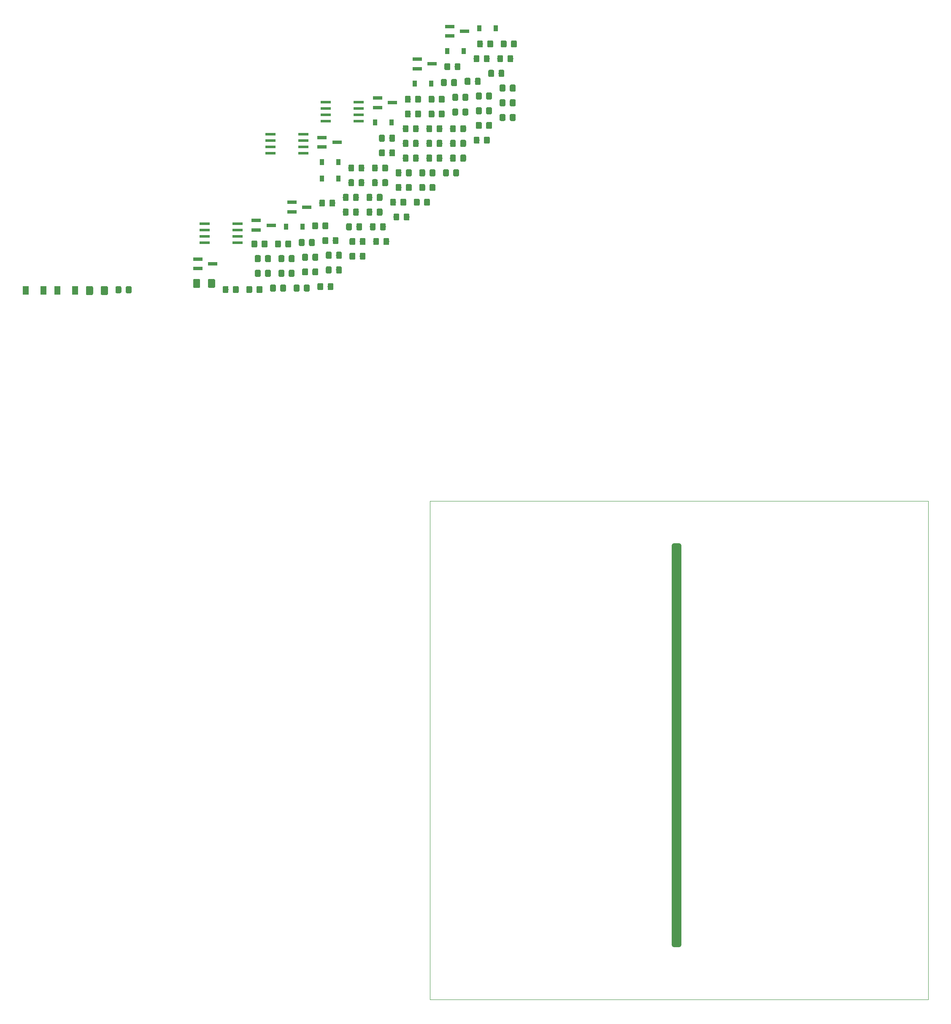
<source format=gbr>
%TF.GenerationSoftware,KiCad,Pcbnew,(5.1.0)-1*%
%TF.CreationDate,2019-10-04T20:48:20+02:00*%
%TF.ProjectId,KicadJE_AteOhAte,4b696361-644a-4455-9f41-74654f684174,rev?*%
%TF.SameCoordinates,Original*%
%TF.FileFunction,Paste,Top*%
%TF.FilePolarity,Positive*%
%FSLAX46Y46*%
G04 Gerber Fmt 4.6, Leading zero omitted, Abs format (unit mm)*
G04 Created by KiCad (PCBNEW (5.1.0)-1) date 2019-10-04 20:48:20*
%MOMM*%
%LPD*%
G04 APERTURE LIST*
%ADD10C,1.000000*%
%ADD11C,0.050000*%
%ADD12C,0.150000*%
%ADD13C,1.425000*%
%ADD14C,1.150000*%
%ADD15R,0.900000X1.200000*%
%ADD16R,1.300000X1.700000*%
%ADD17R,1.900000X0.800000*%
%ADD18R,2.000000X0.550000*%
G04 APERTURE END LIST*
D10*
X99000000Y-59000000D02*
X100000000Y-59000000D01*
X99000000Y-139000000D02*
X100000000Y-139000000D01*
X100000000Y-59000000D02*
X100000000Y-139000000D01*
X99000000Y-59000000D02*
X99000000Y-139000000D01*
D11*
X50000000Y-150000000D02*
X50000000Y-50000000D01*
X150000000Y-150000000D02*
X50000000Y-150000000D01*
X150000000Y-50000000D02*
X150000000Y-150000000D01*
X50000000Y-50000000D02*
X150000000Y-50000000D01*
D12*
G36*
X-17825495Y-6921205D02*
G01*
X-17801226Y-6924805D01*
X-17777428Y-6930766D01*
X-17754328Y-6939031D01*
X-17732150Y-6949521D01*
X-17711106Y-6962134D01*
X-17691401Y-6976748D01*
X-17673222Y-6993224D01*
X-17656746Y-7011403D01*
X-17642132Y-7031108D01*
X-17629519Y-7052152D01*
X-17619029Y-7074330D01*
X-17610764Y-7097430D01*
X-17604803Y-7121228D01*
X-17601203Y-7145497D01*
X-17599999Y-7170001D01*
X-17599999Y-8420001D01*
X-17601203Y-8444505D01*
X-17604803Y-8468774D01*
X-17610764Y-8492572D01*
X-17619029Y-8515672D01*
X-17629519Y-8537850D01*
X-17642132Y-8558894D01*
X-17656746Y-8578599D01*
X-17673222Y-8596778D01*
X-17691401Y-8613254D01*
X-17711106Y-8627868D01*
X-17732150Y-8640481D01*
X-17754328Y-8650971D01*
X-17777428Y-8659236D01*
X-17801226Y-8665197D01*
X-17825495Y-8668797D01*
X-17849999Y-8670001D01*
X-18774999Y-8670001D01*
X-18799503Y-8668797D01*
X-18823772Y-8665197D01*
X-18847570Y-8659236D01*
X-18870670Y-8650971D01*
X-18892848Y-8640481D01*
X-18913892Y-8627868D01*
X-18933597Y-8613254D01*
X-18951776Y-8596778D01*
X-18968252Y-8578599D01*
X-18982866Y-8558894D01*
X-18995479Y-8537850D01*
X-19005969Y-8515672D01*
X-19014234Y-8492572D01*
X-19020195Y-8468774D01*
X-19023795Y-8444505D01*
X-19024999Y-8420001D01*
X-19024999Y-7170001D01*
X-19023795Y-7145497D01*
X-19020195Y-7121228D01*
X-19014234Y-7097430D01*
X-19005969Y-7074330D01*
X-18995479Y-7052152D01*
X-18982866Y-7031108D01*
X-18968252Y-7011403D01*
X-18951776Y-6993224D01*
X-18933597Y-6976748D01*
X-18913892Y-6962134D01*
X-18892848Y-6949521D01*
X-18870670Y-6939031D01*
X-18847570Y-6930766D01*
X-18823772Y-6924805D01*
X-18799503Y-6921205D01*
X-18774999Y-6920001D01*
X-17849999Y-6920001D01*
X-17825495Y-6921205D01*
X-17825495Y-6921205D01*
G37*
D13*
X-18312499Y-7795001D03*
D12*
G36*
X-14850495Y-6921205D02*
G01*
X-14826226Y-6924805D01*
X-14802428Y-6930766D01*
X-14779328Y-6939031D01*
X-14757150Y-6949521D01*
X-14736106Y-6962134D01*
X-14716401Y-6976748D01*
X-14698222Y-6993224D01*
X-14681746Y-7011403D01*
X-14667132Y-7031108D01*
X-14654519Y-7052152D01*
X-14644029Y-7074330D01*
X-14635764Y-7097430D01*
X-14629803Y-7121228D01*
X-14626203Y-7145497D01*
X-14624999Y-7170001D01*
X-14624999Y-8420001D01*
X-14626203Y-8444505D01*
X-14629803Y-8468774D01*
X-14635764Y-8492572D01*
X-14644029Y-8515672D01*
X-14654519Y-8537850D01*
X-14667132Y-8558894D01*
X-14681746Y-8578599D01*
X-14698222Y-8596778D01*
X-14716401Y-8613254D01*
X-14736106Y-8627868D01*
X-14757150Y-8640481D01*
X-14779328Y-8650971D01*
X-14802428Y-8659236D01*
X-14826226Y-8665197D01*
X-14850495Y-8668797D01*
X-14874999Y-8670001D01*
X-15799999Y-8670001D01*
X-15824503Y-8668797D01*
X-15848772Y-8665197D01*
X-15872570Y-8659236D01*
X-15895670Y-8650971D01*
X-15917848Y-8640481D01*
X-15938892Y-8627868D01*
X-15958597Y-8613254D01*
X-15976776Y-8596778D01*
X-15993252Y-8578599D01*
X-16007866Y-8558894D01*
X-16020479Y-8537850D01*
X-16030969Y-8515672D01*
X-16039234Y-8492572D01*
X-16045195Y-8468774D01*
X-16048795Y-8444505D01*
X-16049999Y-8420001D01*
X-16049999Y-7170001D01*
X-16048795Y-7145497D01*
X-16045195Y-7121228D01*
X-16039234Y-7097430D01*
X-16030969Y-7074330D01*
X-16020479Y-7052152D01*
X-16007866Y-7031108D01*
X-15993252Y-7011403D01*
X-15976776Y-6993224D01*
X-15958597Y-6976748D01*
X-15938892Y-6962134D01*
X-15917848Y-6949521D01*
X-15895670Y-6939031D01*
X-15872570Y-6930766D01*
X-15848772Y-6924805D01*
X-15824503Y-6921205D01*
X-15799999Y-6920001D01*
X-14874999Y-6920001D01*
X-14850495Y-6921205D01*
X-14850495Y-6921205D01*
G37*
D13*
X-15337499Y-7795001D03*
D12*
G36*
X24619506Y2543795D02*
G01*
X24643774Y2540195D01*
X24667573Y2534234D01*
X24690672Y2525969D01*
X24712851Y2515479D01*
X24733894Y2502867D01*
X24753600Y2488252D01*
X24771778Y2471776D01*
X24788254Y2453598D01*
X24802869Y2433892D01*
X24815481Y2412849D01*
X24825971Y2390670D01*
X24834236Y2367571D01*
X24840197Y2343772D01*
X24843797Y2319504D01*
X24845001Y2295000D01*
X24845001Y1394998D01*
X24843797Y1370494D01*
X24840197Y1346226D01*
X24834236Y1322427D01*
X24825971Y1299328D01*
X24815481Y1277149D01*
X24802869Y1256106D01*
X24788254Y1236400D01*
X24771778Y1218222D01*
X24753600Y1201746D01*
X24733894Y1187131D01*
X24712851Y1174519D01*
X24690672Y1164029D01*
X24667573Y1155764D01*
X24643774Y1149803D01*
X24619506Y1146203D01*
X24595002Y1144999D01*
X23945000Y1144999D01*
X23920496Y1146203D01*
X23896228Y1149803D01*
X23872429Y1155764D01*
X23849330Y1164029D01*
X23827151Y1174519D01*
X23806108Y1187131D01*
X23786402Y1201746D01*
X23768224Y1218222D01*
X23751748Y1236400D01*
X23737133Y1256106D01*
X23724521Y1277149D01*
X23714031Y1299328D01*
X23705766Y1322427D01*
X23699805Y1346226D01*
X23696205Y1370494D01*
X23695001Y1394998D01*
X23695001Y2295000D01*
X23696205Y2319504D01*
X23699805Y2343772D01*
X23705766Y2367571D01*
X23714031Y2390670D01*
X23724521Y2412849D01*
X23737133Y2433892D01*
X23751748Y2453598D01*
X23768224Y2471776D01*
X23786402Y2488252D01*
X23806108Y2502867D01*
X23827151Y2515479D01*
X23849330Y2525969D01*
X23872429Y2534234D01*
X23896228Y2540195D01*
X23920496Y2543795D01*
X23945000Y2544999D01*
X24595002Y2544999D01*
X24619506Y2543795D01*
X24619506Y2543795D01*
G37*
D14*
X24270001Y1844999D03*
D12*
G36*
X26669506Y2543795D02*
G01*
X26693774Y2540195D01*
X26717573Y2534234D01*
X26740672Y2525969D01*
X26762851Y2515479D01*
X26783894Y2502867D01*
X26803600Y2488252D01*
X26821778Y2471776D01*
X26838254Y2453598D01*
X26852869Y2433892D01*
X26865481Y2412849D01*
X26875971Y2390670D01*
X26884236Y2367571D01*
X26890197Y2343772D01*
X26893797Y2319504D01*
X26895001Y2295000D01*
X26895001Y1394998D01*
X26893797Y1370494D01*
X26890197Y1346226D01*
X26884236Y1322427D01*
X26875971Y1299328D01*
X26865481Y1277149D01*
X26852869Y1256106D01*
X26838254Y1236400D01*
X26821778Y1218222D01*
X26803600Y1201746D01*
X26783894Y1187131D01*
X26762851Y1174519D01*
X26740672Y1164029D01*
X26717573Y1155764D01*
X26693774Y1149803D01*
X26669506Y1146203D01*
X26645002Y1144999D01*
X25995000Y1144999D01*
X25970496Y1146203D01*
X25946228Y1149803D01*
X25922429Y1155764D01*
X25899330Y1164029D01*
X25877151Y1174519D01*
X25856108Y1187131D01*
X25836402Y1201746D01*
X25818224Y1218222D01*
X25801748Y1236400D01*
X25787133Y1256106D01*
X25774521Y1277149D01*
X25764031Y1299328D01*
X25755766Y1322427D01*
X25749805Y1346226D01*
X25746205Y1370494D01*
X25745001Y1394998D01*
X25745001Y2295000D01*
X25746205Y2319504D01*
X25749805Y2343772D01*
X25755766Y2367571D01*
X25764031Y2390670D01*
X25774521Y2412849D01*
X25787133Y2433892D01*
X25801748Y2453598D01*
X25818224Y2471776D01*
X25836402Y2488252D01*
X25856108Y2502867D01*
X25877151Y2515479D01*
X25899330Y2525969D01*
X25922429Y2534234D01*
X25946228Y2540195D01*
X25970496Y2543795D01*
X25995000Y2544999D01*
X26645002Y2544999D01*
X26669506Y2543795D01*
X26669506Y2543795D01*
G37*
D14*
X26320001Y1844999D03*
D12*
G36*
X59949506Y34873795D02*
G01*
X59973774Y34870195D01*
X59997573Y34864234D01*
X60020672Y34855969D01*
X60042851Y34845479D01*
X60063894Y34832867D01*
X60083600Y34818252D01*
X60101778Y34801776D01*
X60118254Y34783598D01*
X60132869Y34763892D01*
X60145481Y34742849D01*
X60155971Y34720670D01*
X60164236Y34697571D01*
X60170197Y34673772D01*
X60173797Y34649504D01*
X60175001Y34625000D01*
X60175001Y33724998D01*
X60173797Y33700494D01*
X60170197Y33676226D01*
X60164236Y33652427D01*
X60155971Y33629328D01*
X60145481Y33607149D01*
X60132869Y33586106D01*
X60118254Y33566400D01*
X60101778Y33548222D01*
X60083600Y33531746D01*
X60063894Y33517131D01*
X60042851Y33504519D01*
X60020672Y33494029D01*
X59997573Y33485764D01*
X59973774Y33479803D01*
X59949506Y33476203D01*
X59925002Y33474999D01*
X59275000Y33474999D01*
X59250496Y33476203D01*
X59226228Y33479803D01*
X59202429Y33485764D01*
X59179330Y33494029D01*
X59157151Y33504519D01*
X59136108Y33517131D01*
X59116402Y33531746D01*
X59098224Y33548222D01*
X59081748Y33566400D01*
X59067133Y33586106D01*
X59054521Y33607149D01*
X59044031Y33629328D01*
X59035766Y33652427D01*
X59029805Y33676226D01*
X59026205Y33700494D01*
X59025001Y33724998D01*
X59025001Y34625000D01*
X59026205Y34649504D01*
X59029805Y34673772D01*
X59035766Y34697571D01*
X59044031Y34720670D01*
X59054521Y34742849D01*
X59067133Y34763892D01*
X59081748Y34783598D01*
X59098224Y34801776D01*
X59116402Y34818252D01*
X59136108Y34832867D01*
X59157151Y34845479D01*
X59179330Y34855969D01*
X59202429Y34864234D01*
X59226228Y34870195D01*
X59250496Y34873795D01*
X59275000Y34874999D01*
X59925002Y34874999D01*
X59949506Y34873795D01*
X59949506Y34873795D01*
G37*
D14*
X59600001Y34174999D03*
D12*
G36*
X57899506Y34873795D02*
G01*
X57923774Y34870195D01*
X57947573Y34864234D01*
X57970672Y34855969D01*
X57992851Y34845479D01*
X58013894Y34832867D01*
X58033600Y34818252D01*
X58051778Y34801776D01*
X58068254Y34783598D01*
X58082869Y34763892D01*
X58095481Y34742849D01*
X58105971Y34720670D01*
X58114236Y34697571D01*
X58120197Y34673772D01*
X58123797Y34649504D01*
X58125001Y34625000D01*
X58125001Y33724998D01*
X58123797Y33700494D01*
X58120197Y33676226D01*
X58114236Y33652427D01*
X58105971Y33629328D01*
X58095481Y33607149D01*
X58082869Y33586106D01*
X58068254Y33566400D01*
X58051778Y33548222D01*
X58033600Y33531746D01*
X58013894Y33517131D01*
X57992851Y33504519D01*
X57970672Y33494029D01*
X57947573Y33485764D01*
X57923774Y33479803D01*
X57899506Y33476203D01*
X57875002Y33474999D01*
X57225000Y33474999D01*
X57200496Y33476203D01*
X57176228Y33479803D01*
X57152429Y33485764D01*
X57129330Y33494029D01*
X57107151Y33504519D01*
X57086108Y33517131D01*
X57066402Y33531746D01*
X57048224Y33548222D01*
X57031748Y33566400D01*
X57017133Y33586106D01*
X57004521Y33607149D01*
X56994031Y33629328D01*
X56985766Y33652427D01*
X56979805Y33676226D01*
X56976205Y33700494D01*
X56975001Y33724998D01*
X56975001Y34625000D01*
X56976205Y34649504D01*
X56979805Y34673772D01*
X56985766Y34697571D01*
X56994031Y34720670D01*
X57004521Y34742849D01*
X57017133Y34763892D01*
X57031748Y34783598D01*
X57048224Y34801776D01*
X57066402Y34818252D01*
X57086108Y34832867D01*
X57107151Y34845479D01*
X57129330Y34855969D01*
X57152429Y34864234D01*
X57176228Y34870195D01*
X57200496Y34873795D01*
X57225000Y34874999D01*
X57875002Y34874999D01*
X57899506Y34873795D01*
X57899506Y34873795D01*
G37*
D14*
X57550001Y34174999D03*
D12*
G36*
X6649505Y-5481205D02*
G01*
X6673774Y-5484805D01*
X6697572Y-5490766D01*
X6720672Y-5499031D01*
X6742850Y-5509521D01*
X6763894Y-5522134D01*
X6783599Y-5536748D01*
X6801778Y-5553224D01*
X6818254Y-5571403D01*
X6832868Y-5591108D01*
X6845481Y-5612152D01*
X6855971Y-5634330D01*
X6864236Y-5657430D01*
X6870197Y-5681228D01*
X6873797Y-5705497D01*
X6875001Y-5730001D01*
X6875001Y-6980001D01*
X6873797Y-7004505D01*
X6870197Y-7028774D01*
X6864236Y-7052572D01*
X6855971Y-7075672D01*
X6845481Y-7097850D01*
X6832868Y-7118894D01*
X6818254Y-7138599D01*
X6801778Y-7156778D01*
X6783599Y-7173254D01*
X6763894Y-7187868D01*
X6742850Y-7200481D01*
X6720672Y-7210971D01*
X6697572Y-7219236D01*
X6673774Y-7225197D01*
X6649505Y-7228797D01*
X6625001Y-7230001D01*
X5700001Y-7230001D01*
X5675497Y-7228797D01*
X5651228Y-7225197D01*
X5627430Y-7219236D01*
X5604330Y-7210971D01*
X5582152Y-7200481D01*
X5561108Y-7187868D01*
X5541403Y-7173254D01*
X5523224Y-7156778D01*
X5506748Y-7138599D01*
X5492134Y-7118894D01*
X5479521Y-7097850D01*
X5469031Y-7075672D01*
X5460766Y-7052572D01*
X5454805Y-7028774D01*
X5451205Y-7004505D01*
X5450001Y-6980001D01*
X5450001Y-5730001D01*
X5451205Y-5705497D01*
X5454805Y-5681228D01*
X5460766Y-5657430D01*
X5469031Y-5634330D01*
X5479521Y-5612152D01*
X5492134Y-5591108D01*
X5506748Y-5571403D01*
X5523224Y-5553224D01*
X5541403Y-5536748D01*
X5561108Y-5522134D01*
X5582152Y-5509521D01*
X5604330Y-5499031D01*
X5627430Y-5490766D01*
X5651228Y-5484805D01*
X5675497Y-5481205D01*
X5700001Y-5480001D01*
X6625001Y-5480001D01*
X6649505Y-5481205D01*
X6649505Y-5481205D01*
G37*
D13*
X6162501Y-6355001D03*
D12*
G36*
X3674505Y-5481205D02*
G01*
X3698774Y-5484805D01*
X3722572Y-5490766D01*
X3745672Y-5499031D01*
X3767850Y-5509521D01*
X3788894Y-5522134D01*
X3808599Y-5536748D01*
X3826778Y-5553224D01*
X3843254Y-5571403D01*
X3857868Y-5591108D01*
X3870481Y-5612152D01*
X3880971Y-5634330D01*
X3889236Y-5657430D01*
X3895197Y-5681228D01*
X3898797Y-5705497D01*
X3900001Y-5730001D01*
X3900001Y-6980001D01*
X3898797Y-7004505D01*
X3895197Y-7028774D01*
X3889236Y-7052572D01*
X3880971Y-7075672D01*
X3870481Y-7097850D01*
X3857868Y-7118894D01*
X3843254Y-7138599D01*
X3826778Y-7156778D01*
X3808599Y-7173254D01*
X3788894Y-7187868D01*
X3767850Y-7200481D01*
X3745672Y-7210971D01*
X3722572Y-7219236D01*
X3698774Y-7225197D01*
X3674505Y-7228797D01*
X3650001Y-7230001D01*
X2725001Y-7230001D01*
X2700497Y-7228797D01*
X2676228Y-7225197D01*
X2652430Y-7219236D01*
X2629330Y-7210971D01*
X2607152Y-7200481D01*
X2586108Y-7187868D01*
X2566403Y-7173254D01*
X2548224Y-7156778D01*
X2531748Y-7138599D01*
X2517134Y-7118894D01*
X2504521Y-7097850D01*
X2494031Y-7075672D01*
X2485766Y-7052572D01*
X2479805Y-7028774D01*
X2476205Y-7004505D01*
X2475001Y-6980001D01*
X2475001Y-5730001D01*
X2476205Y-5705497D01*
X2479805Y-5681228D01*
X2485766Y-5657430D01*
X2494031Y-5634330D01*
X2504521Y-5612152D01*
X2517134Y-5591108D01*
X2531748Y-5571403D01*
X2548224Y-5553224D01*
X2566403Y-5536748D01*
X2586108Y-5522134D01*
X2607152Y-5509521D01*
X2629330Y-5499031D01*
X2652430Y-5490766D01*
X2676228Y-5484805D01*
X2700497Y-5481205D01*
X2725001Y-5480001D01*
X3650001Y-5480001D01*
X3674505Y-5481205D01*
X3674505Y-5481205D01*
G37*
D13*
X3187501Y-6355001D03*
D12*
G36*
X36609506Y14543795D02*
G01*
X36633774Y14540195D01*
X36657573Y14534234D01*
X36680672Y14525969D01*
X36702851Y14515479D01*
X36723894Y14502867D01*
X36743600Y14488252D01*
X36761778Y14471776D01*
X36778254Y14453598D01*
X36792869Y14433892D01*
X36805481Y14412849D01*
X36815971Y14390670D01*
X36824236Y14367571D01*
X36830197Y14343772D01*
X36833797Y14319504D01*
X36835001Y14295000D01*
X36835001Y13394998D01*
X36833797Y13370494D01*
X36830197Y13346226D01*
X36824236Y13322427D01*
X36815971Y13299328D01*
X36805481Y13277149D01*
X36792869Y13256106D01*
X36778254Y13236400D01*
X36761778Y13218222D01*
X36743600Y13201746D01*
X36723894Y13187131D01*
X36702851Y13174519D01*
X36680672Y13164029D01*
X36657573Y13155764D01*
X36633774Y13149803D01*
X36609506Y13146203D01*
X36585002Y13144999D01*
X35935000Y13144999D01*
X35910496Y13146203D01*
X35886228Y13149803D01*
X35862429Y13155764D01*
X35839330Y13164029D01*
X35817151Y13174519D01*
X35796108Y13187131D01*
X35776402Y13201746D01*
X35758224Y13218222D01*
X35741748Y13236400D01*
X35727133Y13256106D01*
X35714521Y13277149D01*
X35704031Y13299328D01*
X35695766Y13322427D01*
X35689805Y13346226D01*
X35686205Y13370494D01*
X35685001Y13394998D01*
X35685001Y14295000D01*
X35686205Y14319504D01*
X35689805Y14343772D01*
X35695766Y14367571D01*
X35704031Y14390670D01*
X35714521Y14412849D01*
X35727133Y14433892D01*
X35741748Y14453598D01*
X35758224Y14471776D01*
X35776402Y14488252D01*
X35796108Y14502867D01*
X35817151Y14515479D01*
X35839330Y14525969D01*
X35862429Y14534234D01*
X35886228Y14540195D01*
X35910496Y14543795D01*
X35935000Y14544999D01*
X36585002Y14544999D01*
X36609506Y14543795D01*
X36609506Y14543795D01*
G37*
D14*
X36260001Y13844999D03*
D12*
G36*
X34559506Y14543795D02*
G01*
X34583774Y14540195D01*
X34607573Y14534234D01*
X34630672Y14525969D01*
X34652851Y14515479D01*
X34673894Y14502867D01*
X34693600Y14488252D01*
X34711778Y14471776D01*
X34728254Y14453598D01*
X34742869Y14433892D01*
X34755481Y14412849D01*
X34765971Y14390670D01*
X34774236Y14367571D01*
X34780197Y14343772D01*
X34783797Y14319504D01*
X34785001Y14295000D01*
X34785001Y13394998D01*
X34783797Y13370494D01*
X34780197Y13346226D01*
X34774236Y13322427D01*
X34765971Y13299328D01*
X34755481Y13277149D01*
X34742869Y13256106D01*
X34728254Y13236400D01*
X34711778Y13218222D01*
X34693600Y13201746D01*
X34673894Y13187131D01*
X34652851Y13174519D01*
X34630672Y13164029D01*
X34607573Y13155764D01*
X34583774Y13149803D01*
X34559506Y13146203D01*
X34535002Y13144999D01*
X33885000Y13144999D01*
X33860496Y13146203D01*
X33836228Y13149803D01*
X33812429Y13155764D01*
X33789330Y13164029D01*
X33767151Y13174519D01*
X33746108Y13187131D01*
X33726402Y13201746D01*
X33708224Y13218222D01*
X33691748Y13236400D01*
X33677133Y13256106D01*
X33664521Y13277149D01*
X33654031Y13299328D01*
X33645766Y13322427D01*
X33639805Y13346226D01*
X33636205Y13370494D01*
X33635001Y13394998D01*
X33635001Y14295000D01*
X33636205Y14319504D01*
X33639805Y14343772D01*
X33645766Y14367571D01*
X33654031Y14390670D01*
X33664521Y14412849D01*
X33677133Y14433892D01*
X33691748Y14453598D01*
X33708224Y14471776D01*
X33726402Y14488252D01*
X33746108Y14502867D01*
X33767151Y14515479D01*
X33789330Y14525969D01*
X33812429Y14534234D01*
X33836228Y14540195D01*
X33860496Y14543795D01*
X33885000Y14544999D01*
X34535002Y14544999D01*
X34559506Y14543795D01*
X34559506Y14543795D01*
G37*
D14*
X34210001Y13844999D03*
D12*
G36*
X45469506Y25373795D02*
G01*
X45493774Y25370195D01*
X45517573Y25364234D01*
X45540672Y25355969D01*
X45562851Y25345479D01*
X45583894Y25332867D01*
X45603600Y25318252D01*
X45621778Y25301776D01*
X45638254Y25283598D01*
X45652869Y25263892D01*
X45665481Y25242849D01*
X45675971Y25220670D01*
X45684236Y25197571D01*
X45690197Y25173772D01*
X45693797Y25149504D01*
X45695001Y25125000D01*
X45695001Y24224998D01*
X45693797Y24200494D01*
X45690197Y24176226D01*
X45684236Y24152427D01*
X45675971Y24129328D01*
X45665481Y24107149D01*
X45652869Y24086106D01*
X45638254Y24066400D01*
X45621778Y24048222D01*
X45603600Y24031746D01*
X45583894Y24017131D01*
X45562851Y24004519D01*
X45540672Y23994029D01*
X45517573Y23985764D01*
X45493774Y23979803D01*
X45469506Y23976203D01*
X45445002Y23974999D01*
X44795000Y23974999D01*
X44770496Y23976203D01*
X44746228Y23979803D01*
X44722429Y23985764D01*
X44699330Y23994029D01*
X44677151Y24004519D01*
X44656108Y24017131D01*
X44636402Y24031746D01*
X44618224Y24048222D01*
X44601748Y24066400D01*
X44587133Y24086106D01*
X44574521Y24107149D01*
X44564031Y24129328D01*
X44555766Y24152427D01*
X44549805Y24176226D01*
X44546205Y24200494D01*
X44545001Y24224998D01*
X44545001Y25125000D01*
X44546205Y25149504D01*
X44549805Y25173772D01*
X44555766Y25197571D01*
X44564031Y25220670D01*
X44574521Y25242849D01*
X44587133Y25263892D01*
X44601748Y25283598D01*
X44618224Y25301776D01*
X44636402Y25318252D01*
X44656108Y25332867D01*
X44677151Y25345479D01*
X44699330Y25355969D01*
X44722429Y25364234D01*
X44746228Y25370195D01*
X44770496Y25373795D01*
X44795000Y25374999D01*
X45445002Y25374999D01*
X45469506Y25373795D01*
X45469506Y25373795D01*
G37*
D14*
X45120001Y24674999D03*
D12*
G36*
X47519506Y25373795D02*
G01*
X47543774Y25370195D01*
X47567573Y25364234D01*
X47590672Y25355969D01*
X47612851Y25345479D01*
X47633894Y25332867D01*
X47653600Y25318252D01*
X47671778Y25301776D01*
X47688254Y25283598D01*
X47702869Y25263892D01*
X47715481Y25242849D01*
X47725971Y25220670D01*
X47734236Y25197571D01*
X47740197Y25173772D01*
X47743797Y25149504D01*
X47745001Y25125000D01*
X47745001Y24224998D01*
X47743797Y24200494D01*
X47740197Y24176226D01*
X47734236Y24152427D01*
X47725971Y24129328D01*
X47715481Y24107149D01*
X47702869Y24086106D01*
X47688254Y24066400D01*
X47671778Y24048222D01*
X47653600Y24031746D01*
X47633894Y24017131D01*
X47612851Y24004519D01*
X47590672Y23994029D01*
X47567573Y23985764D01*
X47543774Y23979803D01*
X47519506Y23976203D01*
X47495002Y23974999D01*
X46845000Y23974999D01*
X46820496Y23976203D01*
X46796228Y23979803D01*
X46772429Y23985764D01*
X46749330Y23994029D01*
X46727151Y24004519D01*
X46706108Y24017131D01*
X46686402Y24031746D01*
X46668224Y24048222D01*
X46651748Y24066400D01*
X46637133Y24086106D01*
X46624521Y24107149D01*
X46614031Y24129328D01*
X46605766Y24152427D01*
X46599805Y24176226D01*
X46596205Y24200494D01*
X46595001Y24224998D01*
X46595001Y25125000D01*
X46596205Y25149504D01*
X46599805Y25173772D01*
X46605766Y25197571D01*
X46614031Y25220670D01*
X46624521Y25242849D01*
X46637133Y25263892D01*
X46651748Y25283598D01*
X46668224Y25301776D01*
X46686402Y25318252D01*
X46706108Y25332867D01*
X46727151Y25345479D01*
X46749330Y25355969D01*
X46772429Y25364234D01*
X46796228Y25370195D01*
X46820496Y25373795D01*
X46845000Y25374999D01*
X47495002Y25374999D01*
X47519506Y25373795D01*
X47519506Y25373795D01*
G37*
D14*
X47170001Y24674999D03*
D12*
G36*
X61749506Y39423795D02*
G01*
X61773774Y39420195D01*
X61797573Y39414234D01*
X61820672Y39405969D01*
X61842851Y39395479D01*
X61863894Y39382867D01*
X61883600Y39368252D01*
X61901778Y39351776D01*
X61918254Y39333598D01*
X61932869Y39313892D01*
X61945481Y39292849D01*
X61955971Y39270670D01*
X61964236Y39247571D01*
X61970197Y39223772D01*
X61973797Y39199504D01*
X61975001Y39175000D01*
X61975001Y38274998D01*
X61973797Y38250494D01*
X61970197Y38226226D01*
X61964236Y38202427D01*
X61955971Y38179328D01*
X61945481Y38157149D01*
X61932869Y38136106D01*
X61918254Y38116400D01*
X61901778Y38098222D01*
X61883600Y38081746D01*
X61863894Y38067131D01*
X61842851Y38054519D01*
X61820672Y38044029D01*
X61797573Y38035764D01*
X61773774Y38029803D01*
X61749506Y38026203D01*
X61725002Y38024999D01*
X61075000Y38024999D01*
X61050496Y38026203D01*
X61026228Y38029803D01*
X61002429Y38035764D01*
X60979330Y38044029D01*
X60957151Y38054519D01*
X60936108Y38067131D01*
X60916402Y38081746D01*
X60898224Y38098222D01*
X60881748Y38116400D01*
X60867133Y38136106D01*
X60854521Y38157149D01*
X60844031Y38179328D01*
X60835766Y38202427D01*
X60829805Y38226226D01*
X60826205Y38250494D01*
X60825001Y38274998D01*
X60825001Y39175000D01*
X60826205Y39199504D01*
X60829805Y39223772D01*
X60835766Y39247571D01*
X60844031Y39270670D01*
X60854521Y39292849D01*
X60867133Y39313892D01*
X60881748Y39333598D01*
X60898224Y39351776D01*
X60916402Y39368252D01*
X60936108Y39382867D01*
X60957151Y39395479D01*
X60979330Y39405969D01*
X61002429Y39414234D01*
X61026228Y39420195D01*
X61050496Y39423795D01*
X61075000Y39424999D01*
X61725002Y39424999D01*
X61749506Y39423795D01*
X61749506Y39423795D01*
G37*
D14*
X61400001Y38724999D03*
D12*
G36*
X59699506Y39423795D02*
G01*
X59723774Y39420195D01*
X59747573Y39414234D01*
X59770672Y39405969D01*
X59792851Y39395479D01*
X59813894Y39382867D01*
X59833600Y39368252D01*
X59851778Y39351776D01*
X59868254Y39333598D01*
X59882869Y39313892D01*
X59895481Y39292849D01*
X59905971Y39270670D01*
X59914236Y39247571D01*
X59920197Y39223772D01*
X59923797Y39199504D01*
X59925001Y39175000D01*
X59925001Y38274998D01*
X59923797Y38250494D01*
X59920197Y38226226D01*
X59914236Y38202427D01*
X59905971Y38179328D01*
X59895481Y38157149D01*
X59882869Y38136106D01*
X59868254Y38116400D01*
X59851778Y38098222D01*
X59833600Y38081746D01*
X59813894Y38067131D01*
X59792851Y38054519D01*
X59770672Y38044029D01*
X59747573Y38035764D01*
X59723774Y38029803D01*
X59699506Y38026203D01*
X59675002Y38024999D01*
X59025000Y38024999D01*
X59000496Y38026203D01*
X58976228Y38029803D01*
X58952429Y38035764D01*
X58929330Y38044029D01*
X58907151Y38054519D01*
X58886108Y38067131D01*
X58866402Y38081746D01*
X58848224Y38098222D01*
X58831748Y38116400D01*
X58817133Y38136106D01*
X58804521Y38157149D01*
X58794031Y38179328D01*
X58785766Y38202427D01*
X58779805Y38226226D01*
X58776205Y38250494D01*
X58775001Y38274998D01*
X58775001Y39175000D01*
X58776205Y39199504D01*
X58779805Y39223772D01*
X58785766Y39247571D01*
X58794031Y39270670D01*
X58804521Y39292849D01*
X58817133Y39313892D01*
X58831748Y39333598D01*
X58848224Y39351776D01*
X58866402Y39368252D01*
X58886108Y39382867D01*
X58907151Y39395479D01*
X58929330Y39405969D01*
X58952429Y39414234D01*
X58976228Y39420195D01*
X59000496Y39423795D01*
X59025000Y39424999D01*
X59675002Y39424999D01*
X59699506Y39423795D01*
X59699506Y39423795D01*
G37*
D14*
X59350001Y38724999D03*
D12*
G36*
X20549506Y-686205D02*
G01*
X20573774Y-689805D01*
X20597573Y-695766D01*
X20620672Y-704031D01*
X20642851Y-714521D01*
X20663894Y-727133D01*
X20683600Y-741748D01*
X20701778Y-758224D01*
X20718254Y-776402D01*
X20732869Y-796108D01*
X20745481Y-817151D01*
X20755971Y-839330D01*
X20764236Y-862429D01*
X20770197Y-886228D01*
X20773797Y-910496D01*
X20775001Y-935000D01*
X20775001Y-1835002D01*
X20773797Y-1859506D01*
X20770197Y-1883774D01*
X20764236Y-1907573D01*
X20755971Y-1930672D01*
X20745481Y-1952851D01*
X20732869Y-1973894D01*
X20718254Y-1993600D01*
X20701778Y-2011778D01*
X20683600Y-2028254D01*
X20663894Y-2042869D01*
X20642851Y-2055481D01*
X20620672Y-2065971D01*
X20597573Y-2074236D01*
X20573774Y-2080197D01*
X20549506Y-2083797D01*
X20525002Y-2085001D01*
X19875000Y-2085001D01*
X19850496Y-2083797D01*
X19826228Y-2080197D01*
X19802429Y-2074236D01*
X19779330Y-2065971D01*
X19757151Y-2055481D01*
X19736108Y-2042869D01*
X19716402Y-2028254D01*
X19698224Y-2011778D01*
X19681748Y-1993600D01*
X19667133Y-1973894D01*
X19654521Y-1952851D01*
X19644031Y-1930672D01*
X19635766Y-1907573D01*
X19629805Y-1883774D01*
X19626205Y-1859506D01*
X19625001Y-1835002D01*
X19625001Y-935000D01*
X19626205Y-910496D01*
X19629805Y-886228D01*
X19635766Y-862429D01*
X19644031Y-839330D01*
X19654521Y-817151D01*
X19667133Y-796108D01*
X19681748Y-776402D01*
X19698224Y-758224D01*
X19716402Y-741748D01*
X19736108Y-727133D01*
X19757151Y-714521D01*
X19779330Y-704031D01*
X19802429Y-695766D01*
X19826228Y-689805D01*
X19850496Y-686205D01*
X19875000Y-685001D01*
X20525002Y-685001D01*
X20549506Y-686205D01*
X20549506Y-686205D01*
G37*
D14*
X20200001Y-1385001D03*
D12*
G36*
X22599506Y-686205D02*
G01*
X22623774Y-689805D01*
X22647573Y-695766D01*
X22670672Y-704031D01*
X22692851Y-714521D01*
X22713894Y-727133D01*
X22733600Y-741748D01*
X22751778Y-758224D01*
X22768254Y-776402D01*
X22782869Y-796108D01*
X22795481Y-817151D01*
X22805971Y-839330D01*
X22814236Y-862429D01*
X22820197Y-886228D01*
X22823797Y-910496D01*
X22825001Y-935000D01*
X22825001Y-1835002D01*
X22823797Y-1859506D01*
X22820197Y-1883774D01*
X22814236Y-1907573D01*
X22805971Y-1930672D01*
X22795481Y-1952851D01*
X22782869Y-1973894D01*
X22768254Y-1993600D01*
X22751778Y-2011778D01*
X22733600Y-2028254D01*
X22713894Y-2042869D01*
X22692851Y-2055481D01*
X22670672Y-2065971D01*
X22647573Y-2074236D01*
X22623774Y-2080197D01*
X22599506Y-2083797D01*
X22575002Y-2085001D01*
X21925000Y-2085001D01*
X21900496Y-2083797D01*
X21876228Y-2080197D01*
X21852429Y-2074236D01*
X21829330Y-2065971D01*
X21807151Y-2055481D01*
X21786108Y-2042869D01*
X21766402Y-2028254D01*
X21748224Y-2011778D01*
X21731748Y-1993600D01*
X21717133Y-1973894D01*
X21704521Y-1952851D01*
X21694031Y-1930672D01*
X21685766Y-1907573D01*
X21679805Y-1883774D01*
X21676205Y-1859506D01*
X21675001Y-1835002D01*
X21675001Y-935000D01*
X21676205Y-910496D01*
X21679805Y-886228D01*
X21685766Y-862429D01*
X21694031Y-839330D01*
X21704521Y-817151D01*
X21717133Y-796108D01*
X21731748Y-776402D01*
X21748224Y-758224D01*
X21766402Y-741748D01*
X21786108Y-727133D01*
X21807151Y-714521D01*
X21829330Y-704031D01*
X21852429Y-695766D01*
X21876228Y-689805D01*
X21900496Y-686205D01*
X21925000Y-685001D01*
X22575002Y-685001D01*
X22599506Y-686205D01*
X22599506Y-686205D01*
G37*
D14*
X22250001Y-1385001D03*
D12*
G36*
X16149506Y-6886205D02*
G01*
X16173774Y-6889805D01*
X16197573Y-6895766D01*
X16220672Y-6904031D01*
X16242851Y-6914521D01*
X16263894Y-6927133D01*
X16283600Y-6941748D01*
X16301778Y-6958224D01*
X16318254Y-6976402D01*
X16332869Y-6996108D01*
X16345481Y-7017151D01*
X16355971Y-7039330D01*
X16364236Y-7062429D01*
X16370197Y-7086228D01*
X16373797Y-7110496D01*
X16375001Y-7135000D01*
X16375001Y-8035002D01*
X16373797Y-8059506D01*
X16370197Y-8083774D01*
X16364236Y-8107573D01*
X16355971Y-8130672D01*
X16345481Y-8152851D01*
X16332869Y-8173894D01*
X16318254Y-8193600D01*
X16301778Y-8211778D01*
X16283600Y-8228254D01*
X16263894Y-8242869D01*
X16242851Y-8255481D01*
X16220672Y-8265971D01*
X16197573Y-8274236D01*
X16173774Y-8280197D01*
X16149506Y-8283797D01*
X16125002Y-8285001D01*
X15475000Y-8285001D01*
X15450496Y-8283797D01*
X15426228Y-8280197D01*
X15402429Y-8274236D01*
X15379330Y-8265971D01*
X15357151Y-8255481D01*
X15336108Y-8242869D01*
X15316402Y-8228254D01*
X15298224Y-8211778D01*
X15281748Y-8193600D01*
X15267133Y-8173894D01*
X15254521Y-8152851D01*
X15244031Y-8130672D01*
X15235766Y-8107573D01*
X15229805Y-8083774D01*
X15226205Y-8059506D01*
X15225001Y-8035002D01*
X15225001Y-7135000D01*
X15226205Y-7110496D01*
X15229805Y-7086228D01*
X15235766Y-7062429D01*
X15244031Y-7039330D01*
X15254521Y-7017151D01*
X15267133Y-6996108D01*
X15281748Y-6976402D01*
X15298224Y-6958224D01*
X15316402Y-6941748D01*
X15336108Y-6927133D01*
X15357151Y-6914521D01*
X15379330Y-6904031D01*
X15402429Y-6895766D01*
X15426228Y-6889805D01*
X15450496Y-6886205D01*
X15475000Y-6885001D01*
X16125002Y-6885001D01*
X16149506Y-6886205D01*
X16149506Y-6886205D01*
G37*
D14*
X15800001Y-7585001D03*
D12*
G36*
X14099506Y-6886205D02*
G01*
X14123774Y-6889805D01*
X14147573Y-6895766D01*
X14170672Y-6904031D01*
X14192851Y-6914521D01*
X14213894Y-6927133D01*
X14233600Y-6941748D01*
X14251778Y-6958224D01*
X14268254Y-6976402D01*
X14282869Y-6996108D01*
X14295481Y-7017151D01*
X14305971Y-7039330D01*
X14314236Y-7062429D01*
X14320197Y-7086228D01*
X14323797Y-7110496D01*
X14325001Y-7135000D01*
X14325001Y-8035002D01*
X14323797Y-8059506D01*
X14320197Y-8083774D01*
X14314236Y-8107573D01*
X14305971Y-8130672D01*
X14295481Y-8152851D01*
X14282869Y-8173894D01*
X14268254Y-8193600D01*
X14251778Y-8211778D01*
X14233600Y-8228254D01*
X14213894Y-8242869D01*
X14192851Y-8255481D01*
X14170672Y-8265971D01*
X14147573Y-8274236D01*
X14123774Y-8280197D01*
X14099506Y-8283797D01*
X14075002Y-8285001D01*
X13425000Y-8285001D01*
X13400496Y-8283797D01*
X13376228Y-8280197D01*
X13352429Y-8274236D01*
X13329330Y-8265971D01*
X13307151Y-8255481D01*
X13286108Y-8242869D01*
X13266402Y-8228254D01*
X13248224Y-8211778D01*
X13231748Y-8193600D01*
X13217133Y-8173894D01*
X13204521Y-8152851D01*
X13194031Y-8130672D01*
X13185766Y-8107573D01*
X13179805Y-8083774D01*
X13176205Y-8059506D01*
X13175001Y-8035002D01*
X13175001Y-7135000D01*
X13176205Y-7110496D01*
X13179805Y-7086228D01*
X13185766Y-7062429D01*
X13194031Y-7039330D01*
X13204521Y-7017151D01*
X13217133Y-6996108D01*
X13231748Y-6976402D01*
X13248224Y-6958224D01*
X13266402Y-6941748D01*
X13286108Y-6927133D01*
X13307151Y-6914521D01*
X13329330Y-6904031D01*
X13352429Y-6895766D01*
X13376228Y-6889805D01*
X13400496Y-6886205D01*
X13425000Y-6885001D01*
X14075002Y-6885001D01*
X14099506Y-6886205D01*
X14099506Y-6886205D01*
G37*
D14*
X13750001Y-7585001D03*
D12*
G36*
X27319506Y5893795D02*
G01*
X27343774Y5890195D01*
X27367573Y5884234D01*
X27390672Y5875969D01*
X27412851Y5865479D01*
X27433894Y5852867D01*
X27453600Y5838252D01*
X27471778Y5821776D01*
X27488254Y5803598D01*
X27502869Y5783892D01*
X27515481Y5762849D01*
X27525971Y5740670D01*
X27534236Y5717571D01*
X27540197Y5693772D01*
X27543797Y5669504D01*
X27545001Y5645000D01*
X27545001Y4744998D01*
X27543797Y4720494D01*
X27540197Y4696226D01*
X27534236Y4672427D01*
X27525971Y4649328D01*
X27515481Y4627149D01*
X27502869Y4606106D01*
X27488254Y4586400D01*
X27471778Y4568222D01*
X27453600Y4551746D01*
X27433894Y4537131D01*
X27412851Y4524519D01*
X27390672Y4514029D01*
X27367573Y4505764D01*
X27343774Y4499803D01*
X27319506Y4496203D01*
X27295002Y4494999D01*
X26645000Y4494999D01*
X26620496Y4496203D01*
X26596228Y4499803D01*
X26572429Y4505764D01*
X26549330Y4514029D01*
X26527151Y4524519D01*
X26506108Y4537131D01*
X26486402Y4551746D01*
X26468224Y4568222D01*
X26451748Y4586400D01*
X26437133Y4606106D01*
X26424521Y4627149D01*
X26414031Y4649328D01*
X26405766Y4672427D01*
X26399805Y4696226D01*
X26396205Y4720494D01*
X26395001Y4744998D01*
X26395001Y5645000D01*
X26396205Y5669504D01*
X26399805Y5693772D01*
X26405766Y5717571D01*
X26414031Y5740670D01*
X26424521Y5762849D01*
X26437133Y5783892D01*
X26451748Y5803598D01*
X26468224Y5821776D01*
X26486402Y5838252D01*
X26506108Y5852867D01*
X26527151Y5865479D01*
X26549330Y5875969D01*
X26572429Y5884234D01*
X26596228Y5890195D01*
X26620496Y5893795D01*
X26645000Y5894999D01*
X27295002Y5894999D01*
X27319506Y5893795D01*
X27319506Y5893795D01*
G37*
D14*
X26970001Y5194999D03*
D12*
G36*
X29369506Y5893795D02*
G01*
X29393774Y5890195D01*
X29417573Y5884234D01*
X29440672Y5875969D01*
X29462851Y5865479D01*
X29483894Y5852867D01*
X29503600Y5838252D01*
X29521778Y5821776D01*
X29538254Y5803598D01*
X29552869Y5783892D01*
X29565481Y5762849D01*
X29575971Y5740670D01*
X29584236Y5717571D01*
X29590197Y5693772D01*
X29593797Y5669504D01*
X29595001Y5645000D01*
X29595001Y4744998D01*
X29593797Y4720494D01*
X29590197Y4696226D01*
X29584236Y4672427D01*
X29575971Y4649328D01*
X29565481Y4627149D01*
X29552869Y4606106D01*
X29538254Y4586400D01*
X29521778Y4568222D01*
X29503600Y4551746D01*
X29483894Y4537131D01*
X29462851Y4524519D01*
X29440672Y4514029D01*
X29417573Y4505764D01*
X29393774Y4499803D01*
X29369506Y4496203D01*
X29345002Y4494999D01*
X28695000Y4494999D01*
X28670496Y4496203D01*
X28646228Y4499803D01*
X28622429Y4505764D01*
X28599330Y4514029D01*
X28577151Y4524519D01*
X28556108Y4537131D01*
X28536402Y4551746D01*
X28518224Y4568222D01*
X28501748Y4586400D01*
X28487133Y4606106D01*
X28474521Y4627149D01*
X28464031Y4649328D01*
X28455766Y4672427D01*
X28449805Y4696226D01*
X28446205Y4720494D01*
X28445001Y4744998D01*
X28445001Y5645000D01*
X28446205Y5669504D01*
X28449805Y5693772D01*
X28455766Y5717571D01*
X28464031Y5740670D01*
X28474521Y5762849D01*
X28487133Y5783892D01*
X28501748Y5803598D01*
X28518224Y5821776D01*
X28536402Y5838252D01*
X28556108Y5852867D01*
X28577151Y5865479D01*
X28599330Y5875969D01*
X28622429Y5884234D01*
X28646228Y5890195D01*
X28670496Y5893795D01*
X28695000Y5894999D01*
X29345002Y5894999D01*
X29369506Y5893795D01*
X29369506Y5893795D01*
G37*
D14*
X29020001Y5194999D03*
D12*
G36*
X52719506Y31273795D02*
G01*
X52743774Y31270195D01*
X52767573Y31264234D01*
X52790672Y31255969D01*
X52812851Y31245479D01*
X52833894Y31232867D01*
X52853600Y31218252D01*
X52871778Y31201776D01*
X52888254Y31183598D01*
X52902869Y31163892D01*
X52915481Y31142849D01*
X52925971Y31120670D01*
X52934236Y31097571D01*
X52940197Y31073772D01*
X52943797Y31049504D01*
X52945001Y31025000D01*
X52945001Y30124998D01*
X52943797Y30100494D01*
X52940197Y30076226D01*
X52934236Y30052427D01*
X52925971Y30029328D01*
X52915481Y30007149D01*
X52902869Y29986106D01*
X52888254Y29966400D01*
X52871778Y29948222D01*
X52853600Y29931746D01*
X52833894Y29917131D01*
X52812851Y29904519D01*
X52790672Y29894029D01*
X52767573Y29885764D01*
X52743774Y29879803D01*
X52719506Y29876203D01*
X52695002Y29874999D01*
X52045000Y29874999D01*
X52020496Y29876203D01*
X51996228Y29879803D01*
X51972429Y29885764D01*
X51949330Y29894029D01*
X51927151Y29904519D01*
X51906108Y29917131D01*
X51886402Y29931746D01*
X51868224Y29948222D01*
X51851748Y29966400D01*
X51837133Y29986106D01*
X51824521Y30007149D01*
X51814031Y30029328D01*
X51805766Y30052427D01*
X51799805Y30076226D01*
X51796205Y30100494D01*
X51795001Y30124998D01*
X51795001Y31025000D01*
X51796205Y31049504D01*
X51799805Y31073772D01*
X51805766Y31097571D01*
X51814031Y31120670D01*
X51824521Y31142849D01*
X51837133Y31163892D01*
X51851748Y31183598D01*
X51868224Y31201776D01*
X51886402Y31218252D01*
X51906108Y31232867D01*
X51927151Y31245479D01*
X51949330Y31255969D01*
X51972429Y31264234D01*
X51996228Y31270195D01*
X52020496Y31273795D01*
X52045000Y31274999D01*
X52695002Y31274999D01*
X52719506Y31273795D01*
X52719506Y31273795D01*
G37*
D14*
X52370001Y30574999D03*
D12*
G36*
X50669506Y31273795D02*
G01*
X50693774Y31270195D01*
X50717573Y31264234D01*
X50740672Y31255969D01*
X50762851Y31245479D01*
X50783894Y31232867D01*
X50803600Y31218252D01*
X50821778Y31201776D01*
X50838254Y31183598D01*
X50852869Y31163892D01*
X50865481Y31142849D01*
X50875971Y31120670D01*
X50884236Y31097571D01*
X50890197Y31073772D01*
X50893797Y31049504D01*
X50895001Y31025000D01*
X50895001Y30124998D01*
X50893797Y30100494D01*
X50890197Y30076226D01*
X50884236Y30052427D01*
X50875971Y30029328D01*
X50865481Y30007149D01*
X50852869Y29986106D01*
X50838254Y29966400D01*
X50821778Y29948222D01*
X50803600Y29931746D01*
X50783894Y29917131D01*
X50762851Y29904519D01*
X50740672Y29894029D01*
X50717573Y29885764D01*
X50693774Y29879803D01*
X50669506Y29876203D01*
X50645002Y29874999D01*
X49995000Y29874999D01*
X49970496Y29876203D01*
X49946228Y29879803D01*
X49922429Y29885764D01*
X49899330Y29894029D01*
X49877151Y29904519D01*
X49856108Y29917131D01*
X49836402Y29931746D01*
X49818224Y29948222D01*
X49801748Y29966400D01*
X49787133Y29986106D01*
X49774521Y30007149D01*
X49764031Y30029328D01*
X49755766Y30052427D01*
X49749805Y30076226D01*
X49746205Y30100494D01*
X49745001Y30124998D01*
X49745001Y31025000D01*
X49746205Y31049504D01*
X49749805Y31073772D01*
X49755766Y31097571D01*
X49764031Y31120670D01*
X49774521Y31142849D01*
X49787133Y31163892D01*
X49801748Y31183598D01*
X49818224Y31201776D01*
X49836402Y31218252D01*
X49856108Y31232867D01*
X49877151Y31245479D01*
X49899330Y31255969D01*
X49922429Y31264234D01*
X49946228Y31270195D01*
X49970496Y31273795D01*
X49995000Y31274999D01*
X50645002Y31274999D01*
X50669506Y31273795D01*
X50669506Y31273795D01*
G37*
D14*
X50320001Y30574999D03*
D12*
G36*
X40719506Y20523795D02*
G01*
X40743774Y20520195D01*
X40767573Y20514234D01*
X40790672Y20505969D01*
X40812851Y20495479D01*
X40833894Y20482867D01*
X40853600Y20468252D01*
X40871778Y20451776D01*
X40888254Y20433598D01*
X40902869Y20413892D01*
X40915481Y20392849D01*
X40925971Y20370670D01*
X40934236Y20347571D01*
X40940197Y20323772D01*
X40943797Y20299504D01*
X40945001Y20275000D01*
X40945001Y19374998D01*
X40943797Y19350494D01*
X40940197Y19326226D01*
X40934236Y19302427D01*
X40925971Y19279328D01*
X40915481Y19257149D01*
X40902869Y19236106D01*
X40888254Y19216400D01*
X40871778Y19198222D01*
X40853600Y19181746D01*
X40833894Y19167131D01*
X40812851Y19154519D01*
X40790672Y19144029D01*
X40767573Y19135764D01*
X40743774Y19129803D01*
X40719506Y19126203D01*
X40695002Y19124999D01*
X40045000Y19124999D01*
X40020496Y19126203D01*
X39996228Y19129803D01*
X39972429Y19135764D01*
X39949330Y19144029D01*
X39927151Y19154519D01*
X39906108Y19167131D01*
X39886402Y19181746D01*
X39868224Y19198222D01*
X39851748Y19216400D01*
X39837133Y19236106D01*
X39824521Y19257149D01*
X39814031Y19279328D01*
X39805766Y19302427D01*
X39799805Y19326226D01*
X39796205Y19350494D01*
X39795001Y19374998D01*
X39795001Y20275000D01*
X39796205Y20299504D01*
X39799805Y20323772D01*
X39805766Y20347571D01*
X39814031Y20370670D01*
X39824521Y20392849D01*
X39837133Y20413892D01*
X39851748Y20433598D01*
X39868224Y20451776D01*
X39886402Y20468252D01*
X39906108Y20482867D01*
X39927151Y20495479D01*
X39949330Y20505969D01*
X39972429Y20514234D01*
X39996228Y20520195D01*
X40020496Y20523795D01*
X40045000Y20524999D01*
X40695002Y20524999D01*
X40719506Y20523795D01*
X40719506Y20523795D01*
G37*
D14*
X40370001Y19824999D03*
D12*
G36*
X42769506Y20523795D02*
G01*
X42793774Y20520195D01*
X42817573Y20514234D01*
X42840672Y20505969D01*
X42862851Y20495479D01*
X42883894Y20482867D01*
X42903600Y20468252D01*
X42921778Y20451776D01*
X42938254Y20433598D01*
X42952869Y20413892D01*
X42965481Y20392849D01*
X42975971Y20370670D01*
X42984236Y20347571D01*
X42990197Y20323772D01*
X42993797Y20299504D01*
X42995001Y20275000D01*
X42995001Y19374998D01*
X42993797Y19350494D01*
X42990197Y19326226D01*
X42984236Y19302427D01*
X42975971Y19279328D01*
X42965481Y19257149D01*
X42952869Y19236106D01*
X42938254Y19216400D01*
X42921778Y19198222D01*
X42903600Y19181746D01*
X42883894Y19167131D01*
X42862851Y19154519D01*
X42840672Y19144029D01*
X42817573Y19135764D01*
X42793774Y19129803D01*
X42769506Y19126203D01*
X42745002Y19124999D01*
X42095000Y19124999D01*
X42070496Y19126203D01*
X42046228Y19129803D01*
X42022429Y19135764D01*
X41999330Y19144029D01*
X41977151Y19154519D01*
X41956108Y19167131D01*
X41936402Y19181746D01*
X41918224Y19198222D01*
X41901748Y19216400D01*
X41887133Y19236106D01*
X41874521Y19257149D01*
X41864031Y19279328D01*
X41855766Y19302427D01*
X41849805Y19326226D01*
X41846205Y19350494D01*
X41845001Y19374998D01*
X41845001Y20275000D01*
X41846205Y20299504D01*
X41849805Y20323772D01*
X41855766Y20347571D01*
X41864031Y20370670D01*
X41874521Y20392849D01*
X41887133Y20413892D01*
X41901748Y20433598D01*
X41918224Y20451776D01*
X41936402Y20468252D01*
X41956108Y20482867D01*
X41977151Y20495479D01*
X41999330Y20505969D01*
X42022429Y20514234D01*
X42046228Y20520195D01*
X42070496Y20523795D01*
X42095000Y20524999D01*
X42745002Y20524999D01*
X42769506Y20523795D01*
X42769506Y20523795D01*
G37*
D14*
X42420001Y19824999D03*
D12*
G36*
X-12150494Y-6926205D02*
G01*
X-12126226Y-6929805D01*
X-12102427Y-6935766D01*
X-12079328Y-6944031D01*
X-12057149Y-6954521D01*
X-12036106Y-6967133D01*
X-12016400Y-6981748D01*
X-11998222Y-6998224D01*
X-11981746Y-7016402D01*
X-11967131Y-7036108D01*
X-11954519Y-7057151D01*
X-11944029Y-7079330D01*
X-11935764Y-7102429D01*
X-11929803Y-7126228D01*
X-11926203Y-7150496D01*
X-11924999Y-7175000D01*
X-11924999Y-8075002D01*
X-11926203Y-8099506D01*
X-11929803Y-8123774D01*
X-11935764Y-8147573D01*
X-11944029Y-8170672D01*
X-11954519Y-8192851D01*
X-11967131Y-8213894D01*
X-11981746Y-8233600D01*
X-11998222Y-8251778D01*
X-12016400Y-8268254D01*
X-12036106Y-8282869D01*
X-12057149Y-8295481D01*
X-12079328Y-8305971D01*
X-12102427Y-8314236D01*
X-12126226Y-8320197D01*
X-12150494Y-8323797D01*
X-12174998Y-8325001D01*
X-12825000Y-8325001D01*
X-12849504Y-8323797D01*
X-12873772Y-8320197D01*
X-12897571Y-8314236D01*
X-12920670Y-8305971D01*
X-12942849Y-8295481D01*
X-12963892Y-8282869D01*
X-12983598Y-8268254D01*
X-13001776Y-8251778D01*
X-13018252Y-8233600D01*
X-13032867Y-8213894D01*
X-13045479Y-8192851D01*
X-13055969Y-8170672D01*
X-13064234Y-8147573D01*
X-13070195Y-8123774D01*
X-13073795Y-8099506D01*
X-13074999Y-8075002D01*
X-13074999Y-7175000D01*
X-13073795Y-7150496D01*
X-13070195Y-7126228D01*
X-13064234Y-7102429D01*
X-13055969Y-7079330D01*
X-13045479Y-7057151D01*
X-13032867Y-7036108D01*
X-13018252Y-7016402D01*
X-13001776Y-6998224D01*
X-12983598Y-6981748D01*
X-12963892Y-6967133D01*
X-12942849Y-6954521D01*
X-12920670Y-6944031D01*
X-12897571Y-6935766D01*
X-12873772Y-6929805D01*
X-12849504Y-6926205D01*
X-12825000Y-6925001D01*
X-12174998Y-6925001D01*
X-12150494Y-6926205D01*
X-12150494Y-6926205D01*
G37*
D14*
X-12499999Y-7625001D03*
D12*
G36*
X-10100494Y-6926205D02*
G01*
X-10076226Y-6929805D01*
X-10052427Y-6935766D01*
X-10029328Y-6944031D01*
X-10007149Y-6954521D01*
X-9986106Y-6967133D01*
X-9966400Y-6981748D01*
X-9948222Y-6998224D01*
X-9931746Y-7016402D01*
X-9917131Y-7036108D01*
X-9904519Y-7057151D01*
X-9894029Y-7079330D01*
X-9885764Y-7102429D01*
X-9879803Y-7126228D01*
X-9876203Y-7150496D01*
X-9874999Y-7175000D01*
X-9874999Y-8075002D01*
X-9876203Y-8099506D01*
X-9879803Y-8123774D01*
X-9885764Y-8147573D01*
X-9894029Y-8170672D01*
X-9904519Y-8192851D01*
X-9917131Y-8213894D01*
X-9931746Y-8233600D01*
X-9948222Y-8251778D01*
X-9966400Y-8268254D01*
X-9986106Y-8282869D01*
X-10007149Y-8295481D01*
X-10029328Y-8305971D01*
X-10052427Y-8314236D01*
X-10076226Y-8320197D01*
X-10100494Y-8323797D01*
X-10124998Y-8325001D01*
X-10775000Y-8325001D01*
X-10799504Y-8323797D01*
X-10823772Y-8320197D01*
X-10847571Y-8314236D01*
X-10870670Y-8305971D01*
X-10892849Y-8295481D01*
X-10913892Y-8282869D01*
X-10933598Y-8268254D01*
X-10951776Y-8251778D01*
X-10968252Y-8233600D01*
X-10982867Y-8213894D01*
X-10995479Y-8192851D01*
X-11005969Y-8170672D01*
X-11014234Y-8147573D01*
X-11020195Y-8123774D01*
X-11023795Y-8099506D01*
X-11024999Y-8075002D01*
X-11024999Y-7175000D01*
X-11023795Y-7150496D01*
X-11020195Y-7126228D01*
X-11014234Y-7102429D01*
X-11005969Y-7079330D01*
X-10995479Y-7057151D01*
X-10982867Y-7036108D01*
X-10968252Y-7016402D01*
X-10951776Y-6998224D01*
X-10933598Y-6981748D01*
X-10913892Y-6967133D01*
X-10892849Y-6954521D01*
X-10870670Y-6944031D01*
X-10847571Y-6935766D01*
X-10823772Y-6929805D01*
X-10799504Y-6926205D01*
X-10775000Y-6925001D01*
X-10124998Y-6925001D01*
X-10100494Y-6926205D01*
X-10100494Y-6926205D01*
G37*
D14*
X-10449999Y-7625001D03*
D12*
G36*
X17849506Y-3636205D02*
G01*
X17873774Y-3639805D01*
X17897573Y-3645766D01*
X17920672Y-3654031D01*
X17942851Y-3664521D01*
X17963894Y-3677133D01*
X17983600Y-3691748D01*
X18001778Y-3708224D01*
X18018254Y-3726402D01*
X18032869Y-3746108D01*
X18045481Y-3767151D01*
X18055971Y-3789330D01*
X18064236Y-3812429D01*
X18070197Y-3836228D01*
X18073797Y-3860496D01*
X18075001Y-3885000D01*
X18075001Y-4785002D01*
X18073797Y-4809506D01*
X18070197Y-4833774D01*
X18064236Y-4857573D01*
X18055971Y-4880672D01*
X18045481Y-4902851D01*
X18032869Y-4923894D01*
X18018254Y-4943600D01*
X18001778Y-4961778D01*
X17983600Y-4978254D01*
X17963894Y-4992869D01*
X17942851Y-5005481D01*
X17920672Y-5015971D01*
X17897573Y-5024236D01*
X17873774Y-5030197D01*
X17849506Y-5033797D01*
X17825002Y-5035001D01*
X17175000Y-5035001D01*
X17150496Y-5033797D01*
X17126228Y-5030197D01*
X17102429Y-5024236D01*
X17079330Y-5015971D01*
X17057151Y-5005481D01*
X17036108Y-4992869D01*
X17016402Y-4978254D01*
X16998224Y-4961778D01*
X16981748Y-4943600D01*
X16967133Y-4923894D01*
X16954521Y-4902851D01*
X16944031Y-4880672D01*
X16935766Y-4857573D01*
X16929805Y-4833774D01*
X16926205Y-4809506D01*
X16925001Y-4785002D01*
X16925001Y-3885000D01*
X16926205Y-3860496D01*
X16929805Y-3836228D01*
X16935766Y-3812429D01*
X16944031Y-3789330D01*
X16954521Y-3767151D01*
X16967133Y-3746108D01*
X16981748Y-3726402D01*
X16998224Y-3708224D01*
X17016402Y-3691748D01*
X17036108Y-3677133D01*
X17057151Y-3664521D01*
X17079330Y-3654031D01*
X17102429Y-3645766D01*
X17126228Y-3639805D01*
X17150496Y-3636205D01*
X17175000Y-3635001D01*
X17825002Y-3635001D01*
X17849506Y-3636205D01*
X17849506Y-3636205D01*
G37*
D14*
X17500001Y-4335001D03*
D12*
G36*
X15799506Y-3636205D02*
G01*
X15823774Y-3639805D01*
X15847573Y-3645766D01*
X15870672Y-3654031D01*
X15892851Y-3664521D01*
X15913894Y-3677133D01*
X15933600Y-3691748D01*
X15951778Y-3708224D01*
X15968254Y-3726402D01*
X15982869Y-3746108D01*
X15995481Y-3767151D01*
X16005971Y-3789330D01*
X16014236Y-3812429D01*
X16020197Y-3836228D01*
X16023797Y-3860496D01*
X16025001Y-3885000D01*
X16025001Y-4785002D01*
X16023797Y-4809506D01*
X16020197Y-4833774D01*
X16014236Y-4857573D01*
X16005971Y-4880672D01*
X15995481Y-4902851D01*
X15982869Y-4923894D01*
X15968254Y-4943600D01*
X15951778Y-4961778D01*
X15933600Y-4978254D01*
X15913894Y-4992869D01*
X15892851Y-5005481D01*
X15870672Y-5015971D01*
X15847573Y-5024236D01*
X15823774Y-5030197D01*
X15799506Y-5033797D01*
X15775002Y-5035001D01*
X15125000Y-5035001D01*
X15100496Y-5033797D01*
X15076228Y-5030197D01*
X15052429Y-5024236D01*
X15029330Y-5015971D01*
X15007151Y-5005481D01*
X14986108Y-4992869D01*
X14966402Y-4978254D01*
X14948224Y-4961778D01*
X14931748Y-4943600D01*
X14917133Y-4923894D01*
X14904521Y-4902851D01*
X14894031Y-4880672D01*
X14885766Y-4857573D01*
X14879805Y-4833774D01*
X14876205Y-4809506D01*
X14875001Y-4785002D01*
X14875001Y-3885000D01*
X14876205Y-3860496D01*
X14879805Y-3836228D01*
X14885766Y-3812429D01*
X14894031Y-3789330D01*
X14904521Y-3767151D01*
X14917133Y-3746108D01*
X14931748Y-3726402D01*
X14948224Y-3708224D01*
X14966402Y-3691748D01*
X14986108Y-3677133D01*
X15007151Y-3664521D01*
X15029330Y-3654031D01*
X15052429Y-3645766D01*
X15076228Y-3639805D01*
X15100496Y-3636205D01*
X15125000Y-3635001D01*
X15775002Y-3635001D01*
X15799506Y-3636205D01*
X15799506Y-3636205D01*
G37*
D14*
X15450001Y-4335001D03*
D12*
G36*
X34119506Y5693795D02*
G01*
X34143774Y5690195D01*
X34167573Y5684234D01*
X34190672Y5675969D01*
X34212851Y5665479D01*
X34233894Y5652867D01*
X34253600Y5638252D01*
X34271778Y5621776D01*
X34288254Y5603598D01*
X34302869Y5583892D01*
X34315481Y5562849D01*
X34325971Y5540670D01*
X34334236Y5517571D01*
X34340197Y5493772D01*
X34343797Y5469504D01*
X34345001Y5445000D01*
X34345001Y4544998D01*
X34343797Y4520494D01*
X34340197Y4496226D01*
X34334236Y4472427D01*
X34325971Y4449328D01*
X34315481Y4427149D01*
X34302869Y4406106D01*
X34288254Y4386400D01*
X34271778Y4368222D01*
X34253600Y4351746D01*
X34233894Y4337131D01*
X34212851Y4324519D01*
X34190672Y4314029D01*
X34167573Y4305764D01*
X34143774Y4299803D01*
X34119506Y4296203D01*
X34095002Y4294999D01*
X33445000Y4294999D01*
X33420496Y4296203D01*
X33396228Y4299803D01*
X33372429Y4305764D01*
X33349330Y4314029D01*
X33327151Y4324519D01*
X33306108Y4337131D01*
X33286402Y4351746D01*
X33268224Y4368222D01*
X33251748Y4386400D01*
X33237133Y4406106D01*
X33224521Y4427149D01*
X33214031Y4449328D01*
X33205766Y4472427D01*
X33199805Y4496226D01*
X33196205Y4520494D01*
X33195001Y4544998D01*
X33195001Y5445000D01*
X33196205Y5469504D01*
X33199805Y5493772D01*
X33205766Y5517571D01*
X33214031Y5540670D01*
X33224521Y5562849D01*
X33237133Y5583892D01*
X33251748Y5603598D01*
X33268224Y5621776D01*
X33286402Y5638252D01*
X33306108Y5652867D01*
X33327151Y5665479D01*
X33349330Y5675969D01*
X33372429Y5684234D01*
X33396228Y5690195D01*
X33420496Y5693795D01*
X33445000Y5694999D01*
X34095002Y5694999D01*
X34119506Y5693795D01*
X34119506Y5693795D01*
G37*
D14*
X33770001Y4994999D03*
D12*
G36*
X36169506Y5693795D02*
G01*
X36193774Y5690195D01*
X36217573Y5684234D01*
X36240672Y5675969D01*
X36262851Y5665479D01*
X36283894Y5652867D01*
X36303600Y5638252D01*
X36321778Y5621776D01*
X36338254Y5603598D01*
X36352869Y5583892D01*
X36365481Y5562849D01*
X36375971Y5540670D01*
X36384236Y5517571D01*
X36390197Y5493772D01*
X36393797Y5469504D01*
X36395001Y5445000D01*
X36395001Y4544998D01*
X36393797Y4520494D01*
X36390197Y4496226D01*
X36384236Y4472427D01*
X36375971Y4449328D01*
X36365481Y4427149D01*
X36352869Y4406106D01*
X36338254Y4386400D01*
X36321778Y4368222D01*
X36303600Y4351746D01*
X36283894Y4337131D01*
X36262851Y4324519D01*
X36240672Y4314029D01*
X36217573Y4305764D01*
X36193774Y4299803D01*
X36169506Y4296203D01*
X36145002Y4294999D01*
X35495000Y4294999D01*
X35470496Y4296203D01*
X35446228Y4299803D01*
X35422429Y4305764D01*
X35399330Y4314029D01*
X35377151Y4324519D01*
X35356108Y4337131D01*
X35336402Y4351746D01*
X35318224Y4368222D01*
X35301748Y4386400D01*
X35287133Y4406106D01*
X35274521Y4427149D01*
X35264031Y4449328D01*
X35255766Y4472427D01*
X35249805Y4496226D01*
X35246205Y4520494D01*
X35245001Y4544998D01*
X35245001Y5445000D01*
X35246205Y5469504D01*
X35249805Y5493772D01*
X35255766Y5517571D01*
X35264031Y5540670D01*
X35274521Y5562849D01*
X35287133Y5583892D01*
X35301748Y5603598D01*
X35318224Y5621776D01*
X35336402Y5638252D01*
X35356108Y5652867D01*
X35377151Y5665479D01*
X35399330Y5675969D01*
X35422429Y5684234D01*
X35446228Y5690195D01*
X35470496Y5693795D01*
X35495000Y5694999D01*
X36145002Y5694999D01*
X36169506Y5693795D01*
X36169506Y5693795D01*
G37*
D14*
X35820001Y4994999D03*
D12*
G36*
X11399506Y-6886205D02*
G01*
X11423774Y-6889805D01*
X11447573Y-6895766D01*
X11470672Y-6904031D01*
X11492851Y-6914521D01*
X11513894Y-6927133D01*
X11533600Y-6941748D01*
X11551778Y-6958224D01*
X11568254Y-6976402D01*
X11582869Y-6996108D01*
X11595481Y-7017151D01*
X11605971Y-7039330D01*
X11614236Y-7062429D01*
X11620197Y-7086228D01*
X11623797Y-7110496D01*
X11625001Y-7135000D01*
X11625001Y-8035002D01*
X11623797Y-8059506D01*
X11620197Y-8083774D01*
X11614236Y-8107573D01*
X11605971Y-8130672D01*
X11595481Y-8152851D01*
X11582869Y-8173894D01*
X11568254Y-8193600D01*
X11551778Y-8211778D01*
X11533600Y-8228254D01*
X11513894Y-8242869D01*
X11492851Y-8255481D01*
X11470672Y-8265971D01*
X11447573Y-8274236D01*
X11423774Y-8280197D01*
X11399506Y-8283797D01*
X11375002Y-8285001D01*
X10725000Y-8285001D01*
X10700496Y-8283797D01*
X10676228Y-8280197D01*
X10652429Y-8274236D01*
X10629330Y-8265971D01*
X10607151Y-8255481D01*
X10586108Y-8242869D01*
X10566402Y-8228254D01*
X10548224Y-8211778D01*
X10531748Y-8193600D01*
X10517133Y-8173894D01*
X10504521Y-8152851D01*
X10494031Y-8130672D01*
X10485766Y-8107573D01*
X10479805Y-8083774D01*
X10476205Y-8059506D01*
X10475001Y-8035002D01*
X10475001Y-7135000D01*
X10476205Y-7110496D01*
X10479805Y-7086228D01*
X10485766Y-7062429D01*
X10494031Y-7039330D01*
X10504521Y-7017151D01*
X10517133Y-6996108D01*
X10531748Y-6976402D01*
X10548224Y-6958224D01*
X10566402Y-6941748D01*
X10586108Y-6927133D01*
X10607151Y-6914521D01*
X10629330Y-6904031D01*
X10652429Y-6895766D01*
X10676228Y-6889805D01*
X10700496Y-6886205D01*
X10725000Y-6885001D01*
X11375002Y-6885001D01*
X11399506Y-6886205D01*
X11399506Y-6886205D01*
G37*
D14*
X11050001Y-7585001D03*
D12*
G36*
X9349506Y-6886205D02*
G01*
X9373774Y-6889805D01*
X9397573Y-6895766D01*
X9420672Y-6904031D01*
X9442851Y-6914521D01*
X9463894Y-6927133D01*
X9483600Y-6941748D01*
X9501778Y-6958224D01*
X9518254Y-6976402D01*
X9532869Y-6996108D01*
X9545481Y-7017151D01*
X9555971Y-7039330D01*
X9564236Y-7062429D01*
X9570197Y-7086228D01*
X9573797Y-7110496D01*
X9575001Y-7135000D01*
X9575001Y-8035002D01*
X9573797Y-8059506D01*
X9570197Y-8083774D01*
X9564236Y-8107573D01*
X9555971Y-8130672D01*
X9545481Y-8152851D01*
X9532869Y-8173894D01*
X9518254Y-8193600D01*
X9501778Y-8211778D01*
X9483600Y-8228254D01*
X9463894Y-8242869D01*
X9442851Y-8255481D01*
X9420672Y-8265971D01*
X9397573Y-8274236D01*
X9373774Y-8280197D01*
X9349506Y-8283797D01*
X9325002Y-8285001D01*
X8675000Y-8285001D01*
X8650496Y-8283797D01*
X8626228Y-8280197D01*
X8602429Y-8274236D01*
X8579330Y-8265971D01*
X8557151Y-8255481D01*
X8536108Y-8242869D01*
X8516402Y-8228254D01*
X8498224Y-8211778D01*
X8481748Y-8193600D01*
X8467133Y-8173894D01*
X8454521Y-8152851D01*
X8444031Y-8130672D01*
X8435766Y-8107573D01*
X8429805Y-8083774D01*
X8426205Y-8059506D01*
X8425001Y-8035002D01*
X8425001Y-7135000D01*
X8426205Y-7110496D01*
X8429805Y-7086228D01*
X8435766Y-7062429D01*
X8444031Y-7039330D01*
X8454521Y-7017151D01*
X8467133Y-6996108D01*
X8481748Y-6976402D01*
X8498224Y-6958224D01*
X8516402Y-6941748D01*
X8536108Y-6927133D01*
X8557151Y-6914521D01*
X8579330Y-6904031D01*
X8602429Y-6895766D01*
X8626228Y-6889805D01*
X8650496Y-6886205D01*
X8675000Y-6885001D01*
X9325002Y-6885001D01*
X9349506Y-6886205D01*
X9349506Y-6886205D01*
G37*
D14*
X9000001Y-7585001D03*
D12*
G36*
X15799506Y-686205D02*
G01*
X15823774Y-689805D01*
X15847573Y-695766D01*
X15870672Y-704031D01*
X15892851Y-714521D01*
X15913894Y-727133D01*
X15933600Y-741748D01*
X15951778Y-758224D01*
X15968254Y-776402D01*
X15982869Y-796108D01*
X15995481Y-817151D01*
X16005971Y-839330D01*
X16014236Y-862429D01*
X16020197Y-886228D01*
X16023797Y-910496D01*
X16025001Y-935000D01*
X16025001Y-1835002D01*
X16023797Y-1859506D01*
X16020197Y-1883774D01*
X16014236Y-1907573D01*
X16005971Y-1930672D01*
X15995481Y-1952851D01*
X15982869Y-1973894D01*
X15968254Y-1993600D01*
X15951778Y-2011778D01*
X15933600Y-2028254D01*
X15913894Y-2042869D01*
X15892851Y-2055481D01*
X15870672Y-2065971D01*
X15847573Y-2074236D01*
X15823774Y-2080197D01*
X15799506Y-2083797D01*
X15775002Y-2085001D01*
X15125000Y-2085001D01*
X15100496Y-2083797D01*
X15076228Y-2080197D01*
X15052429Y-2074236D01*
X15029330Y-2065971D01*
X15007151Y-2055481D01*
X14986108Y-2042869D01*
X14966402Y-2028254D01*
X14948224Y-2011778D01*
X14931748Y-1993600D01*
X14917133Y-1973894D01*
X14904521Y-1952851D01*
X14894031Y-1930672D01*
X14885766Y-1907573D01*
X14879805Y-1883774D01*
X14876205Y-1859506D01*
X14875001Y-1835002D01*
X14875001Y-935000D01*
X14876205Y-910496D01*
X14879805Y-886228D01*
X14885766Y-862429D01*
X14894031Y-839330D01*
X14904521Y-817151D01*
X14917133Y-796108D01*
X14931748Y-776402D01*
X14948224Y-758224D01*
X14966402Y-741748D01*
X14986108Y-727133D01*
X15007151Y-714521D01*
X15029330Y-704031D01*
X15052429Y-695766D01*
X15076228Y-689805D01*
X15100496Y-686205D01*
X15125000Y-685001D01*
X15775002Y-685001D01*
X15799506Y-686205D01*
X15799506Y-686205D01*
G37*
D14*
X15450001Y-1385001D03*
D12*
G36*
X17849506Y-686205D02*
G01*
X17873774Y-689805D01*
X17897573Y-695766D01*
X17920672Y-704031D01*
X17942851Y-714521D01*
X17963894Y-727133D01*
X17983600Y-741748D01*
X18001778Y-758224D01*
X18018254Y-776402D01*
X18032869Y-796108D01*
X18045481Y-817151D01*
X18055971Y-839330D01*
X18064236Y-862429D01*
X18070197Y-886228D01*
X18073797Y-910496D01*
X18075001Y-935000D01*
X18075001Y-1835002D01*
X18073797Y-1859506D01*
X18070197Y-1883774D01*
X18064236Y-1907573D01*
X18055971Y-1930672D01*
X18045481Y-1952851D01*
X18032869Y-1973894D01*
X18018254Y-1993600D01*
X18001778Y-2011778D01*
X17983600Y-2028254D01*
X17963894Y-2042869D01*
X17942851Y-2055481D01*
X17920672Y-2065971D01*
X17897573Y-2074236D01*
X17873774Y-2080197D01*
X17849506Y-2083797D01*
X17825002Y-2085001D01*
X17175000Y-2085001D01*
X17150496Y-2083797D01*
X17126228Y-2080197D01*
X17102429Y-2074236D01*
X17079330Y-2065971D01*
X17057151Y-2055481D01*
X17036108Y-2042869D01*
X17016402Y-2028254D01*
X16998224Y-2011778D01*
X16981748Y-1993600D01*
X16967133Y-1973894D01*
X16954521Y-1952851D01*
X16944031Y-1930672D01*
X16935766Y-1907573D01*
X16929805Y-1883774D01*
X16926205Y-1859506D01*
X16925001Y-1835002D01*
X16925001Y-935000D01*
X16926205Y-910496D01*
X16929805Y-886228D01*
X16935766Y-862429D01*
X16944031Y-839330D01*
X16954521Y-817151D01*
X16967133Y-796108D01*
X16981748Y-776402D01*
X16998224Y-758224D01*
X17016402Y-741748D01*
X17036108Y-727133D01*
X17057151Y-714521D01*
X17079330Y-704031D01*
X17102429Y-695766D01*
X17126228Y-689805D01*
X17150496Y-686205D01*
X17175000Y-685001D01*
X17825002Y-685001D01*
X17849506Y-686205D01*
X17849506Y-686205D01*
G37*
D14*
X17500001Y-1385001D03*
D12*
G36*
X36609506Y17493795D02*
G01*
X36633774Y17490195D01*
X36657573Y17484234D01*
X36680672Y17475969D01*
X36702851Y17465479D01*
X36723894Y17452867D01*
X36743600Y17438252D01*
X36761778Y17421776D01*
X36778254Y17403598D01*
X36792869Y17383892D01*
X36805481Y17362849D01*
X36815971Y17340670D01*
X36824236Y17317571D01*
X36830197Y17293772D01*
X36833797Y17269504D01*
X36835001Y17245000D01*
X36835001Y16344998D01*
X36833797Y16320494D01*
X36830197Y16296226D01*
X36824236Y16272427D01*
X36815971Y16249328D01*
X36805481Y16227149D01*
X36792869Y16206106D01*
X36778254Y16186400D01*
X36761778Y16168222D01*
X36743600Y16151746D01*
X36723894Y16137131D01*
X36702851Y16124519D01*
X36680672Y16114029D01*
X36657573Y16105764D01*
X36633774Y16099803D01*
X36609506Y16096203D01*
X36585002Y16094999D01*
X35935000Y16094999D01*
X35910496Y16096203D01*
X35886228Y16099803D01*
X35862429Y16105764D01*
X35839330Y16114029D01*
X35817151Y16124519D01*
X35796108Y16137131D01*
X35776402Y16151746D01*
X35758224Y16168222D01*
X35741748Y16186400D01*
X35727133Y16206106D01*
X35714521Y16227149D01*
X35704031Y16249328D01*
X35695766Y16272427D01*
X35689805Y16296226D01*
X35686205Y16320494D01*
X35685001Y16344998D01*
X35685001Y17245000D01*
X35686205Y17269504D01*
X35689805Y17293772D01*
X35695766Y17317571D01*
X35704031Y17340670D01*
X35714521Y17362849D01*
X35727133Y17383892D01*
X35741748Y17403598D01*
X35758224Y17421776D01*
X35776402Y17438252D01*
X35796108Y17452867D01*
X35817151Y17465479D01*
X35839330Y17475969D01*
X35862429Y17484234D01*
X35886228Y17490195D01*
X35910496Y17493795D01*
X35935000Y17494999D01*
X36585002Y17494999D01*
X36609506Y17493795D01*
X36609506Y17493795D01*
G37*
D14*
X36260001Y16794999D03*
D12*
G36*
X34559506Y17493795D02*
G01*
X34583774Y17490195D01*
X34607573Y17484234D01*
X34630672Y17475969D01*
X34652851Y17465479D01*
X34673894Y17452867D01*
X34693600Y17438252D01*
X34711778Y17421776D01*
X34728254Y17403598D01*
X34742869Y17383892D01*
X34755481Y17362849D01*
X34765971Y17340670D01*
X34774236Y17317571D01*
X34780197Y17293772D01*
X34783797Y17269504D01*
X34785001Y17245000D01*
X34785001Y16344998D01*
X34783797Y16320494D01*
X34780197Y16296226D01*
X34774236Y16272427D01*
X34765971Y16249328D01*
X34755481Y16227149D01*
X34742869Y16206106D01*
X34728254Y16186400D01*
X34711778Y16168222D01*
X34693600Y16151746D01*
X34673894Y16137131D01*
X34652851Y16124519D01*
X34630672Y16114029D01*
X34607573Y16105764D01*
X34583774Y16099803D01*
X34559506Y16096203D01*
X34535002Y16094999D01*
X33885000Y16094999D01*
X33860496Y16096203D01*
X33836228Y16099803D01*
X33812429Y16105764D01*
X33789330Y16114029D01*
X33767151Y16124519D01*
X33746108Y16137131D01*
X33726402Y16151746D01*
X33708224Y16168222D01*
X33691748Y16186400D01*
X33677133Y16206106D01*
X33664521Y16227149D01*
X33654031Y16249328D01*
X33645766Y16272427D01*
X33639805Y16296226D01*
X33636205Y16320494D01*
X33635001Y16344998D01*
X33635001Y17245000D01*
X33636205Y17269504D01*
X33639805Y17293772D01*
X33645766Y17317571D01*
X33654031Y17340670D01*
X33664521Y17362849D01*
X33677133Y17383892D01*
X33691748Y17403598D01*
X33708224Y17421776D01*
X33726402Y17438252D01*
X33746108Y17452867D01*
X33767151Y17465479D01*
X33789330Y17475969D01*
X33812429Y17484234D01*
X33836228Y17490195D01*
X33860496Y17493795D01*
X33885000Y17494999D01*
X34535002Y17494999D01*
X34559506Y17493795D01*
X34559506Y17493795D01*
G37*
D14*
X34210001Y16794999D03*
D12*
G36*
X40719506Y23473795D02*
G01*
X40743774Y23470195D01*
X40767573Y23464234D01*
X40790672Y23455969D01*
X40812851Y23445479D01*
X40833894Y23432867D01*
X40853600Y23418252D01*
X40871778Y23401776D01*
X40888254Y23383598D01*
X40902869Y23363892D01*
X40915481Y23342849D01*
X40925971Y23320670D01*
X40934236Y23297571D01*
X40940197Y23273772D01*
X40943797Y23249504D01*
X40945001Y23225000D01*
X40945001Y22324998D01*
X40943797Y22300494D01*
X40940197Y22276226D01*
X40934236Y22252427D01*
X40925971Y22229328D01*
X40915481Y22207149D01*
X40902869Y22186106D01*
X40888254Y22166400D01*
X40871778Y22148222D01*
X40853600Y22131746D01*
X40833894Y22117131D01*
X40812851Y22104519D01*
X40790672Y22094029D01*
X40767573Y22085764D01*
X40743774Y22079803D01*
X40719506Y22076203D01*
X40695002Y22074999D01*
X40045000Y22074999D01*
X40020496Y22076203D01*
X39996228Y22079803D01*
X39972429Y22085764D01*
X39949330Y22094029D01*
X39927151Y22104519D01*
X39906108Y22117131D01*
X39886402Y22131746D01*
X39868224Y22148222D01*
X39851748Y22166400D01*
X39837133Y22186106D01*
X39824521Y22207149D01*
X39814031Y22229328D01*
X39805766Y22252427D01*
X39799805Y22276226D01*
X39796205Y22300494D01*
X39795001Y22324998D01*
X39795001Y23225000D01*
X39796205Y23249504D01*
X39799805Y23273772D01*
X39805766Y23297571D01*
X39814031Y23320670D01*
X39824521Y23342849D01*
X39837133Y23363892D01*
X39851748Y23383598D01*
X39868224Y23401776D01*
X39886402Y23418252D01*
X39906108Y23432867D01*
X39927151Y23445479D01*
X39949330Y23455969D01*
X39972429Y23464234D01*
X39996228Y23470195D01*
X40020496Y23473795D01*
X40045000Y23474999D01*
X40695002Y23474999D01*
X40719506Y23473795D01*
X40719506Y23473795D01*
G37*
D14*
X40370001Y22774999D03*
D12*
G36*
X42769506Y23473795D02*
G01*
X42793774Y23470195D01*
X42817573Y23464234D01*
X42840672Y23455969D01*
X42862851Y23445479D01*
X42883894Y23432867D01*
X42903600Y23418252D01*
X42921778Y23401776D01*
X42938254Y23383598D01*
X42952869Y23363892D01*
X42965481Y23342849D01*
X42975971Y23320670D01*
X42984236Y23297571D01*
X42990197Y23273772D01*
X42993797Y23249504D01*
X42995001Y23225000D01*
X42995001Y22324998D01*
X42993797Y22300494D01*
X42990197Y22276226D01*
X42984236Y22252427D01*
X42975971Y22229328D01*
X42965481Y22207149D01*
X42952869Y22186106D01*
X42938254Y22166400D01*
X42921778Y22148222D01*
X42903600Y22131746D01*
X42883894Y22117131D01*
X42862851Y22104519D01*
X42840672Y22094029D01*
X42817573Y22085764D01*
X42793774Y22079803D01*
X42769506Y22076203D01*
X42745002Y22074999D01*
X42095000Y22074999D01*
X42070496Y22076203D01*
X42046228Y22079803D01*
X42022429Y22085764D01*
X41999330Y22094029D01*
X41977151Y22104519D01*
X41956108Y22117131D01*
X41936402Y22131746D01*
X41918224Y22148222D01*
X41901748Y22166400D01*
X41887133Y22186106D01*
X41874521Y22207149D01*
X41864031Y22229328D01*
X41855766Y22252427D01*
X41849805Y22276226D01*
X41846205Y22300494D01*
X41845001Y22324998D01*
X41845001Y23225000D01*
X41846205Y23249504D01*
X41849805Y23273772D01*
X41855766Y23297571D01*
X41864031Y23320670D01*
X41874521Y23342849D01*
X41887133Y23363892D01*
X41901748Y23383598D01*
X41918224Y23401776D01*
X41936402Y23418252D01*
X41956108Y23432867D01*
X41977151Y23445479D01*
X41999330Y23455969D01*
X42022429Y23464234D01*
X42046228Y23470195D01*
X42070496Y23473795D01*
X42095000Y23474999D01*
X42745002Y23474999D01*
X42769506Y23473795D01*
X42769506Y23473795D01*
G37*
D14*
X42420001Y22774999D03*
D12*
G36*
X60399506Y42373795D02*
G01*
X60423774Y42370195D01*
X60447573Y42364234D01*
X60470672Y42355969D01*
X60492851Y42345479D01*
X60513894Y42332867D01*
X60533600Y42318252D01*
X60551778Y42301776D01*
X60568254Y42283598D01*
X60582869Y42263892D01*
X60595481Y42242849D01*
X60605971Y42220670D01*
X60614236Y42197571D01*
X60620197Y42173772D01*
X60623797Y42149504D01*
X60625001Y42125000D01*
X60625001Y41224998D01*
X60623797Y41200494D01*
X60620197Y41176226D01*
X60614236Y41152427D01*
X60605971Y41129328D01*
X60595481Y41107149D01*
X60582869Y41086106D01*
X60568254Y41066400D01*
X60551778Y41048222D01*
X60533600Y41031746D01*
X60513894Y41017131D01*
X60492851Y41004519D01*
X60470672Y40994029D01*
X60447573Y40985764D01*
X60423774Y40979803D01*
X60399506Y40976203D01*
X60375002Y40974999D01*
X59725000Y40974999D01*
X59700496Y40976203D01*
X59676228Y40979803D01*
X59652429Y40985764D01*
X59629330Y40994029D01*
X59607151Y41004519D01*
X59586108Y41017131D01*
X59566402Y41031746D01*
X59548224Y41048222D01*
X59531748Y41066400D01*
X59517133Y41086106D01*
X59504521Y41107149D01*
X59494031Y41129328D01*
X59485766Y41152427D01*
X59479805Y41176226D01*
X59476205Y41200494D01*
X59475001Y41224998D01*
X59475001Y42125000D01*
X59476205Y42149504D01*
X59479805Y42173772D01*
X59485766Y42197571D01*
X59494031Y42220670D01*
X59504521Y42242849D01*
X59517133Y42263892D01*
X59531748Y42283598D01*
X59548224Y42301776D01*
X59566402Y42318252D01*
X59586108Y42332867D01*
X59607151Y42345479D01*
X59629330Y42355969D01*
X59652429Y42364234D01*
X59676228Y42370195D01*
X59700496Y42373795D01*
X59725000Y42374999D01*
X60375002Y42374999D01*
X60399506Y42373795D01*
X60399506Y42373795D01*
G37*
D14*
X60050001Y41674999D03*
D12*
G36*
X62449506Y42373795D02*
G01*
X62473774Y42370195D01*
X62497573Y42364234D01*
X62520672Y42355969D01*
X62542851Y42345479D01*
X62563894Y42332867D01*
X62583600Y42318252D01*
X62601778Y42301776D01*
X62618254Y42283598D01*
X62632869Y42263892D01*
X62645481Y42242849D01*
X62655971Y42220670D01*
X62664236Y42197571D01*
X62670197Y42173772D01*
X62673797Y42149504D01*
X62675001Y42125000D01*
X62675001Y41224998D01*
X62673797Y41200494D01*
X62670197Y41176226D01*
X62664236Y41152427D01*
X62655971Y41129328D01*
X62645481Y41107149D01*
X62632869Y41086106D01*
X62618254Y41066400D01*
X62601778Y41048222D01*
X62583600Y41031746D01*
X62563894Y41017131D01*
X62542851Y41004519D01*
X62520672Y40994029D01*
X62497573Y40985764D01*
X62473774Y40979803D01*
X62449506Y40976203D01*
X62425002Y40974999D01*
X61775000Y40974999D01*
X61750496Y40976203D01*
X61726228Y40979803D01*
X61702429Y40985764D01*
X61679330Y40994029D01*
X61657151Y41004519D01*
X61636108Y41017131D01*
X61616402Y41031746D01*
X61598224Y41048222D01*
X61581748Y41066400D01*
X61567133Y41086106D01*
X61554521Y41107149D01*
X61544031Y41129328D01*
X61535766Y41152427D01*
X61529805Y41176226D01*
X61526205Y41200494D01*
X61525001Y41224998D01*
X61525001Y42125000D01*
X61526205Y42149504D01*
X61529805Y42173772D01*
X61535766Y42197571D01*
X61544031Y42220670D01*
X61554521Y42242849D01*
X61567133Y42263892D01*
X61581748Y42283598D01*
X61598224Y42301776D01*
X61616402Y42318252D01*
X61636108Y42332867D01*
X61657151Y42345479D01*
X61679330Y42355969D01*
X61702429Y42364234D01*
X61726228Y42370195D01*
X61750496Y42373795D01*
X61775000Y42374999D01*
X62425002Y42374999D01*
X62449506Y42373795D01*
X62449506Y42373795D01*
G37*
D14*
X62100001Y41674999D03*
D12*
G36*
X36849506Y2743795D02*
G01*
X36873774Y2740195D01*
X36897573Y2734234D01*
X36920672Y2725969D01*
X36942851Y2715479D01*
X36963894Y2702867D01*
X36983600Y2688252D01*
X37001778Y2671776D01*
X37018254Y2653598D01*
X37032869Y2633892D01*
X37045481Y2612849D01*
X37055971Y2590670D01*
X37064236Y2567571D01*
X37070197Y2543772D01*
X37073797Y2519504D01*
X37075001Y2495000D01*
X37075001Y1594998D01*
X37073797Y1570494D01*
X37070197Y1546226D01*
X37064236Y1522427D01*
X37055971Y1499328D01*
X37045481Y1477149D01*
X37032869Y1456106D01*
X37018254Y1436400D01*
X37001778Y1418222D01*
X36983600Y1401746D01*
X36963894Y1387131D01*
X36942851Y1374519D01*
X36920672Y1364029D01*
X36897573Y1355764D01*
X36873774Y1349803D01*
X36849506Y1346203D01*
X36825002Y1344999D01*
X36175000Y1344999D01*
X36150496Y1346203D01*
X36126228Y1349803D01*
X36102429Y1355764D01*
X36079330Y1364029D01*
X36057151Y1374519D01*
X36036108Y1387131D01*
X36016402Y1401746D01*
X35998224Y1418222D01*
X35981748Y1436400D01*
X35967133Y1456106D01*
X35954521Y1477149D01*
X35944031Y1499328D01*
X35935766Y1522427D01*
X35929805Y1546226D01*
X35926205Y1570494D01*
X35925001Y1594998D01*
X35925001Y2495000D01*
X35926205Y2519504D01*
X35929805Y2543772D01*
X35935766Y2567571D01*
X35944031Y2590670D01*
X35954521Y2612849D01*
X35967133Y2633892D01*
X35981748Y2653598D01*
X35998224Y2671776D01*
X36016402Y2688252D01*
X36036108Y2702867D01*
X36057151Y2715479D01*
X36079330Y2725969D01*
X36102429Y2734234D01*
X36126228Y2740195D01*
X36150496Y2743795D01*
X36175000Y2744999D01*
X36825002Y2744999D01*
X36849506Y2743795D01*
X36849506Y2743795D01*
G37*
D14*
X36500001Y2044999D03*
D12*
G36*
X34799506Y2743795D02*
G01*
X34823774Y2740195D01*
X34847573Y2734234D01*
X34870672Y2725969D01*
X34892851Y2715479D01*
X34913894Y2702867D01*
X34933600Y2688252D01*
X34951778Y2671776D01*
X34968254Y2653598D01*
X34982869Y2633892D01*
X34995481Y2612849D01*
X35005971Y2590670D01*
X35014236Y2567571D01*
X35020197Y2543772D01*
X35023797Y2519504D01*
X35025001Y2495000D01*
X35025001Y1594998D01*
X35023797Y1570494D01*
X35020197Y1546226D01*
X35014236Y1522427D01*
X35005971Y1499328D01*
X34995481Y1477149D01*
X34982869Y1456106D01*
X34968254Y1436400D01*
X34951778Y1418222D01*
X34933600Y1401746D01*
X34913894Y1387131D01*
X34892851Y1374519D01*
X34870672Y1364029D01*
X34847573Y1355764D01*
X34823774Y1349803D01*
X34799506Y1346203D01*
X34775002Y1344999D01*
X34125000Y1344999D01*
X34100496Y1346203D01*
X34076228Y1349803D01*
X34052429Y1355764D01*
X34029330Y1364029D01*
X34007151Y1374519D01*
X33986108Y1387131D01*
X33966402Y1401746D01*
X33948224Y1418222D01*
X33931748Y1436400D01*
X33917133Y1456106D01*
X33904521Y1477149D01*
X33894031Y1499328D01*
X33885766Y1522427D01*
X33879805Y1546226D01*
X33876205Y1570494D01*
X33875001Y1594998D01*
X33875001Y2495000D01*
X33876205Y2519504D01*
X33879805Y2543772D01*
X33885766Y2567571D01*
X33894031Y2590670D01*
X33904521Y2612849D01*
X33917133Y2633892D01*
X33931748Y2653598D01*
X33948224Y2671776D01*
X33966402Y2688252D01*
X33986108Y2702867D01*
X34007151Y2715479D01*
X34029330Y2725969D01*
X34052429Y2734234D01*
X34076228Y2740195D01*
X34100496Y2743795D01*
X34125000Y2744999D01*
X34775002Y2744999D01*
X34799506Y2743795D01*
X34799506Y2743795D01*
G37*
D14*
X34450001Y2044999D03*
D15*
X31635001Y14644999D03*
X28335001Y14644999D03*
X59925001Y44824999D03*
X63225001Y44824999D03*
D16*
X-31074999Y-7775001D03*
X-27574999Y-7775001D03*
X-21224999Y-7775001D03*
X-24724999Y-7775001D03*
D15*
X56775001Y40274999D03*
X53475001Y40274999D03*
X46925001Y33724999D03*
X50225001Y33724999D03*
X38995001Y25924999D03*
X42295001Y25924999D03*
X28335001Y17994999D03*
X31635001Y17994999D03*
X24395001Y4994999D03*
X21095001Y4994999D03*
D17*
X28345001Y22894999D03*
X28345001Y20994999D03*
X31345001Y21944999D03*
X6425001Y-2435001D03*
X3425001Y-3385001D03*
X3425001Y-1485001D03*
X15145001Y6264999D03*
X15145001Y4364999D03*
X18145001Y5314999D03*
X22285001Y9894999D03*
X22285001Y7994999D03*
X25285001Y8944999D03*
X56975001Y44224999D03*
X53975001Y43274999D03*
X53975001Y45174999D03*
X47425001Y38624999D03*
X47425001Y36724999D03*
X50425001Y37674999D03*
X42495001Y29874999D03*
X39495001Y28924999D03*
X39495001Y30824999D03*
D12*
G36*
X53849506Y37823795D02*
G01*
X53873774Y37820195D01*
X53897573Y37814234D01*
X53920672Y37805969D01*
X53942851Y37795479D01*
X53963894Y37782867D01*
X53983600Y37768252D01*
X54001778Y37751776D01*
X54018254Y37733598D01*
X54032869Y37713892D01*
X54045481Y37692849D01*
X54055971Y37670670D01*
X54064236Y37647571D01*
X54070197Y37623772D01*
X54073797Y37599504D01*
X54075001Y37575000D01*
X54075001Y36674998D01*
X54073797Y36650494D01*
X54070197Y36626226D01*
X54064236Y36602427D01*
X54055971Y36579328D01*
X54045481Y36557149D01*
X54032869Y36536106D01*
X54018254Y36516400D01*
X54001778Y36498222D01*
X53983600Y36481746D01*
X53963894Y36467131D01*
X53942851Y36454519D01*
X53920672Y36444029D01*
X53897573Y36435764D01*
X53873774Y36429803D01*
X53849506Y36426203D01*
X53825002Y36424999D01*
X53175000Y36424999D01*
X53150496Y36426203D01*
X53126228Y36429803D01*
X53102429Y36435764D01*
X53079330Y36444029D01*
X53057151Y36454519D01*
X53036108Y36467131D01*
X53016402Y36481746D01*
X52998224Y36498222D01*
X52981748Y36516400D01*
X52967133Y36536106D01*
X52954521Y36557149D01*
X52944031Y36579328D01*
X52935766Y36602427D01*
X52929805Y36626226D01*
X52926205Y36650494D01*
X52925001Y36674998D01*
X52925001Y37575000D01*
X52926205Y37599504D01*
X52929805Y37623772D01*
X52935766Y37647571D01*
X52944031Y37670670D01*
X52954521Y37692849D01*
X52967133Y37713892D01*
X52981748Y37733598D01*
X52998224Y37751776D01*
X53016402Y37768252D01*
X53036108Y37782867D01*
X53057151Y37795479D01*
X53079330Y37805969D01*
X53102429Y37814234D01*
X53126228Y37820195D01*
X53150496Y37823795D01*
X53175000Y37824999D01*
X53825002Y37824999D01*
X53849506Y37823795D01*
X53849506Y37823795D01*
G37*
D14*
X53500001Y37124999D03*
D12*
G36*
X55899506Y37823795D02*
G01*
X55923774Y37820195D01*
X55947573Y37814234D01*
X55970672Y37805969D01*
X55992851Y37795479D01*
X56013894Y37782867D01*
X56033600Y37768252D01*
X56051778Y37751776D01*
X56068254Y37733598D01*
X56082869Y37713892D01*
X56095481Y37692849D01*
X56105971Y37670670D01*
X56114236Y37647571D01*
X56120197Y37623772D01*
X56123797Y37599504D01*
X56125001Y37575000D01*
X56125001Y36674998D01*
X56123797Y36650494D01*
X56120197Y36626226D01*
X56114236Y36602427D01*
X56105971Y36579328D01*
X56095481Y36557149D01*
X56082869Y36536106D01*
X56068254Y36516400D01*
X56051778Y36498222D01*
X56033600Y36481746D01*
X56013894Y36467131D01*
X55992851Y36454519D01*
X55970672Y36444029D01*
X55947573Y36435764D01*
X55923774Y36429803D01*
X55899506Y36426203D01*
X55875002Y36424999D01*
X55225000Y36424999D01*
X55200496Y36426203D01*
X55176228Y36429803D01*
X55152429Y36435764D01*
X55129330Y36444029D01*
X55107151Y36454519D01*
X55086108Y36467131D01*
X55066402Y36481746D01*
X55048224Y36498222D01*
X55031748Y36516400D01*
X55017133Y36536106D01*
X55004521Y36557149D01*
X54994031Y36579328D01*
X54985766Y36602427D01*
X54979805Y36626226D01*
X54976205Y36650494D01*
X54975001Y36674998D01*
X54975001Y37575000D01*
X54976205Y37599504D01*
X54979805Y37623772D01*
X54985766Y37647571D01*
X54994031Y37670670D01*
X55004521Y37692849D01*
X55017133Y37713892D01*
X55031748Y37733598D01*
X55048224Y37751776D01*
X55066402Y37768252D01*
X55086108Y37782867D01*
X55107151Y37795479D01*
X55129330Y37805969D01*
X55152429Y37814234D01*
X55176228Y37820195D01*
X55200496Y37823795D01*
X55225000Y37824999D01*
X55875002Y37824999D01*
X55899506Y37823795D01*
X55899506Y37823795D01*
G37*
D14*
X55550001Y37124999D03*
D12*
G36*
X45919506Y31273795D02*
G01*
X45943774Y31270195D01*
X45967573Y31264234D01*
X45990672Y31255969D01*
X46012851Y31245479D01*
X46033894Y31232867D01*
X46053600Y31218252D01*
X46071778Y31201776D01*
X46088254Y31183598D01*
X46102869Y31163892D01*
X46115481Y31142849D01*
X46125971Y31120670D01*
X46134236Y31097571D01*
X46140197Y31073772D01*
X46143797Y31049504D01*
X46145001Y31025000D01*
X46145001Y30124998D01*
X46143797Y30100494D01*
X46140197Y30076226D01*
X46134236Y30052427D01*
X46125971Y30029328D01*
X46115481Y30007149D01*
X46102869Y29986106D01*
X46088254Y29966400D01*
X46071778Y29948222D01*
X46053600Y29931746D01*
X46033894Y29917131D01*
X46012851Y29904519D01*
X45990672Y29894029D01*
X45967573Y29885764D01*
X45943774Y29879803D01*
X45919506Y29876203D01*
X45895002Y29874999D01*
X45245000Y29874999D01*
X45220496Y29876203D01*
X45196228Y29879803D01*
X45172429Y29885764D01*
X45149330Y29894029D01*
X45127151Y29904519D01*
X45106108Y29917131D01*
X45086402Y29931746D01*
X45068224Y29948222D01*
X45051748Y29966400D01*
X45037133Y29986106D01*
X45024521Y30007149D01*
X45014031Y30029328D01*
X45005766Y30052427D01*
X44999805Y30076226D01*
X44996205Y30100494D01*
X44995001Y30124998D01*
X44995001Y31025000D01*
X44996205Y31049504D01*
X44999805Y31073772D01*
X45005766Y31097571D01*
X45014031Y31120670D01*
X45024521Y31142849D01*
X45037133Y31163892D01*
X45051748Y31183598D01*
X45068224Y31201776D01*
X45086402Y31218252D01*
X45106108Y31232867D01*
X45127151Y31245479D01*
X45149330Y31255969D01*
X45172429Y31264234D01*
X45196228Y31270195D01*
X45220496Y31273795D01*
X45245000Y31274999D01*
X45895002Y31274999D01*
X45919506Y31273795D01*
X45919506Y31273795D01*
G37*
D14*
X45570001Y30574999D03*
D12*
G36*
X47969506Y31273795D02*
G01*
X47993774Y31270195D01*
X48017573Y31264234D01*
X48040672Y31255969D01*
X48062851Y31245479D01*
X48083894Y31232867D01*
X48103600Y31218252D01*
X48121778Y31201776D01*
X48138254Y31183598D01*
X48152869Y31163892D01*
X48165481Y31142849D01*
X48175971Y31120670D01*
X48184236Y31097571D01*
X48190197Y31073772D01*
X48193797Y31049504D01*
X48195001Y31025000D01*
X48195001Y30124998D01*
X48193797Y30100494D01*
X48190197Y30076226D01*
X48184236Y30052427D01*
X48175971Y30029328D01*
X48165481Y30007149D01*
X48152869Y29986106D01*
X48138254Y29966400D01*
X48121778Y29948222D01*
X48103600Y29931746D01*
X48083894Y29917131D01*
X48062851Y29904519D01*
X48040672Y29894029D01*
X48017573Y29885764D01*
X47993774Y29879803D01*
X47969506Y29876203D01*
X47945002Y29874999D01*
X47295000Y29874999D01*
X47270496Y29876203D01*
X47246228Y29879803D01*
X47222429Y29885764D01*
X47199330Y29894029D01*
X47177151Y29904519D01*
X47156108Y29917131D01*
X47136402Y29931746D01*
X47118224Y29948222D01*
X47101748Y29966400D01*
X47087133Y29986106D01*
X47074521Y30007149D01*
X47064031Y30029328D01*
X47055766Y30052427D01*
X47049805Y30076226D01*
X47046205Y30100494D01*
X47045001Y30124998D01*
X47045001Y31025000D01*
X47046205Y31049504D01*
X47049805Y31073772D01*
X47055766Y31097571D01*
X47064031Y31120670D01*
X47074521Y31142849D01*
X47087133Y31163892D01*
X47101748Y31183598D01*
X47118224Y31201776D01*
X47136402Y31218252D01*
X47156108Y31232867D01*
X47177151Y31245479D01*
X47199330Y31255969D01*
X47222429Y31264234D01*
X47246228Y31270195D01*
X47270496Y31273795D01*
X47295000Y31274999D01*
X47945002Y31274999D01*
X47969506Y31273795D01*
X47969506Y31273795D01*
G37*
D14*
X47620001Y30574999D03*
D12*
G36*
X30759506Y10443795D02*
G01*
X30783774Y10440195D01*
X30807573Y10434234D01*
X30830672Y10425969D01*
X30852851Y10415479D01*
X30873894Y10402867D01*
X30893600Y10388252D01*
X30911778Y10371776D01*
X30928254Y10353598D01*
X30942869Y10333892D01*
X30955481Y10312849D01*
X30965971Y10290670D01*
X30974236Y10267571D01*
X30980197Y10243772D01*
X30983797Y10219504D01*
X30985001Y10195000D01*
X30985001Y9294998D01*
X30983797Y9270494D01*
X30980197Y9246226D01*
X30974236Y9222427D01*
X30965971Y9199328D01*
X30955481Y9177149D01*
X30942869Y9156106D01*
X30928254Y9136400D01*
X30911778Y9118222D01*
X30893600Y9101746D01*
X30873894Y9087131D01*
X30852851Y9074519D01*
X30830672Y9064029D01*
X30807573Y9055764D01*
X30783774Y9049803D01*
X30759506Y9046203D01*
X30735002Y9044999D01*
X30085000Y9044999D01*
X30060496Y9046203D01*
X30036228Y9049803D01*
X30012429Y9055764D01*
X29989330Y9064029D01*
X29967151Y9074519D01*
X29946108Y9087131D01*
X29926402Y9101746D01*
X29908224Y9118222D01*
X29891748Y9136400D01*
X29877133Y9156106D01*
X29864521Y9177149D01*
X29854031Y9199328D01*
X29845766Y9222427D01*
X29839805Y9246226D01*
X29836205Y9270494D01*
X29835001Y9294998D01*
X29835001Y10195000D01*
X29836205Y10219504D01*
X29839805Y10243772D01*
X29845766Y10267571D01*
X29854031Y10290670D01*
X29864521Y10312849D01*
X29877133Y10333892D01*
X29891748Y10353598D01*
X29908224Y10371776D01*
X29926402Y10388252D01*
X29946108Y10402867D01*
X29967151Y10415479D01*
X29989330Y10425969D01*
X30012429Y10434234D01*
X30036228Y10440195D01*
X30060496Y10443795D01*
X30085000Y10444999D01*
X30735002Y10444999D01*
X30759506Y10443795D01*
X30759506Y10443795D01*
G37*
D14*
X30410001Y9744999D03*
D12*
G36*
X28709506Y10443795D02*
G01*
X28733774Y10440195D01*
X28757573Y10434234D01*
X28780672Y10425969D01*
X28802851Y10415479D01*
X28823894Y10402867D01*
X28843600Y10388252D01*
X28861778Y10371776D01*
X28878254Y10353598D01*
X28892869Y10333892D01*
X28905481Y10312849D01*
X28915971Y10290670D01*
X28924236Y10267571D01*
X28930197Y10243772D01*
X28933797Y10219504D01*
X28935001Y10195000D01*
X28935001Y9294998D01*
X28933797Y9270494D01*
X28930197Y9246226D01*
X28924236Y9222427D01*
X28915971Y9199328D01*
X28905481Y9177149D01*
X28892869Y9156106D01*
X28878254Y9136400D01*
X28861778Y9118222D01*
X28843600Y9101746D01*
X28823894Y9087131D01*
X28802851Y9074519D01*
X28780672Y9064029D01*
X28757573Y9055764D01*
X28733774Y9049803D01*
X28709506Y9046203D01*
X28685002Y9044999D01*
X28035000Y9044999D01*
X28010496Y9046203D01*
X27986228Y9049803D01*
X27962429Y9055764D01*
X27939330Y9064029D01*
X27917151Y9074519D01*
X27896108Y9087131D01*
X27876402Y9101746D01*
X27858224Y9118222D01*
X27841748Y9136400D01*
X27827133Y9156106D01*
X27814521Y9177149D01*
X27804031Y9199328D01*
X27795766Y9222427D01*
X27789805Y9246226D01*
X27786205Y9270494D01*
X27785001Y9294998D01*
X27785001Y10195000D01*
X27786205Y10219504D01*
X27789805Y10243772D01*
X27795766Y10267571D01*
X27804031Y10290670D01*
X27814521Y10312849D01*
X27827133Y10333892D01*
X27841748Y10353598D01*
X27858224Y10371776D01*
X27876402Y10388252D01*
X27896108Y10402867D01*
X27917151Y10415479D01*
X27939330Y10425969D01*
X27962429Y10434234D01*
X27986228Y10440195D01*
X28010496Y10443795D01*
X28035000Y10444999D01*
X28685002Y10444999D01*
X28709506Y10443795D01*
X28709506Y10443795D01*
G37*
D14*
X28360001Y9744999D03*
D12*
G36*
X45919506Y28323795D02*
G01*
X45943774Y28320195D01*
X45967573Y28314234D01*
X45990672Y28305969D01*
X46012851Y28295479D01*
X46033894Y28282867D01*
X46053600Y28268252D01*
X46071778Y28251776D01*
X46088254Y28233598D01*
X46102869Y28213892D01*
X46115481Y28192849D01*
X46125971Y28170670D01*
X46134236Y28147571D01*
X46140197Y28123772D01*
X46143797Y28099504D01*
X46145001Y28075000D01*
X46145001Y27174998D01*
X46143797Y27150494D01*
X46140197Y27126226D01*
X46134236Y27102427D01*
X46125971Y27079328D01*
X46115481Y27057149D01*
X46102869Y27036106D01*
X46088254Y27016400D01*
X46071778Y26998222D01*
X46053600Y26981746D01*
X46033894Y26967131D01*
X46012851Y26954519D01*
X45990672Y26944029D01*
X45967573Y26935764D01*
X45943774Y26929803D01*
X45919506Y26926203D01*
X45895002Y26924999D01*
X45245000Y26924999D01*
X45220496Y26926203D01*
X45196228Y26929803D01*
X45172429Y26935764D01*
X45149330Y26944029D01*
X45127151Y26954519D01*
X45106108Y26967131D01*
X45086402Y26981746D01*
X45068224Y26998222D01*
X45051748Y27016400D01*
X45037133Y27036106D01*
X45024521Y27057149D01*
X45014031Y27079328D01*
X45005766Y27102427D01*
X44999805Y27126226D01*
X44996205Y27150494D01*
X44995001Y27174998D01*
X44995001Y28075000D01*
X44996205Y28099504D01*
X44999805Y28123772D01*
X45005766Y28147571D01*
X45014031Y28170670D01*
X45024521Y28192849D01*
X45037133Y28213892D01*
X45051748Y28233598D01*
X45068224Y28251776D01*
X45086402Y28268252D01*
X45106108Y28282867D01*
X45127151Y28295479D01*
X45149330Y28305969D01*
X45172429Y28314234D01*
X45196228Y28320195D01*
X45220496Y28323795D01*
X45245000Y28324999D01*
X45895002Y28324999D01*
X45919506Y28323795D01*
X45919506Y28323795D01*
G37*
D14*
X45570001Y27624999D03*
D12*
G36*
X47969506Y28323795D02*
G01*
X47993774Y28320195D01*
X48017573Y28314234D01*
X48040672Y28305969D01*
X48062851Y28295479D01*
X48083894Y28282867D01*
X48103600Y28268252D01*
X48121778Y28251776D01*
X48138254Y28233598D01*
X48152869Y28213892D01*
X48165481Y28192849D01*
X48175971Y28170670D01*
X48184236Y28147571D01*
X48190197Y28123772D01*
X48193797Y28099504D01*
X48195001Y28075000D01*
X48195001Y27174998D01*
X48193797Y27150494D01*
X48190197Y27126226D01*
X48184236Y27102427D01*
X48175971Y27079328D01*
X48165481Y27057149D01*
X48152869Y27036106D01*
X48138254Y27016400D01*
X48121778Y26998222D01*
X48103600Y26981746D01*
X48083894Y26967131D01*
X48062851Y26954519D01*
X48040672Y26944029D01*
X48017573Y26935764D01*
X47993774Y26929803D01*
X47969506Y26926203D01*
X47945002Y26924999D01*
X47295000Y26924999D01*
X47270496Y26926203D01*
X47246228Y26929803D01*
X47222429Y26935764D01*
X47199330Y26944029D01*
X47177151Y26954519D01*
X47156108Y26967131D01*
X47136402Y26981746D01*
X47118224Y26998222D01*
X47101748Y27016400D01*
X47087133Y27036106D01*
X47074521Y27057149D01*
X47064031Y27079328D01*
X47055766Y27102427D01*
X47049805Y27126226D01*
X47046205Y27150494D01*
X47045001Y27174998D01*
X47045001Y28075000D01*
X47046205Y28099504D01*
X47049805Y28123772D01*
X47055766Y28147571D01*
X47064031Y28170670D01*
X47074521Y28192849D01*
X47087133Y28213892D01*
X47101748Y28233598D01*
X47118224Y28251776D01*
X47136402Y28268252D01*
X47156108Y28282867D01*
X47177151Y28295479D01*
X47199330Y28305969D01*
X47222429Y28314234D01*
X47246228Y28320195D01*
X47270496Y28323795D01*
X47295000Y28324999D01*
X47945002Y28324999D01*
X47969506Y28323795D01*
X47969506Y28323795D01*
G37*
D14*
X47620001Y27624999D03*
D12*
G36*
X21919506Y2263795D02*
G01*
X21943774Y2260195D01*
X21967573Y2254234D01*
X21990672Y2245969D01*
X22012851Y2235479D01*
X22033894Y2222867D01*
X22053600Y2208252D01*
X22071778Y2191776D01*
X22088254Y2173598D01*
X22102869Y2153892D01*
X22115481Y2132849D01*
X22125971Y2110670D01*
X22134236Y2087571D01*
X22140197Y2063772D01*
X22143797Y2039504D01*
X22145001Y2015000D01*
X22145001Y1114998D01*
X22143797Y1090494D01*
X22140197Y1066226D01*
X22134236Y1042427D01*
X22125971Y1019328D01*
X22115481Y997149D01*
X22102869Y976106D01*
X22088254Y956400D01*
X22071778Y938222D01*
X22053600Y921746D01*
X22033894Y907131D01*
X22012851Y894519D01*
X21990672Y884029D01*
X21967573Y875764D01*
X21943774Y869803D01*
X21919506Y866203D01*
X21895002Y864999D01*
X21245000Y864999D01*
X21220496Y866203D01*
X21196228Y869803D01*
X21172429Y875764D01*
X21149330Y884029D01*
X21127151Y894519D01*
X21106108Y907131D01*
X21086402Y921746D01*
X21068224Y938222D01*
X21051748Y956400D01*
X21037133Y976106D01*
X21024521Y997149D01*
X21014031Y1019328D01*
X21005766Y1042427D01*
X20999805Y1066226D01*
X20996205Y1090494D01*
X20995001Y1114998D01*
X20995001Y2015000D01*
X20996205Y2039504D01*
X20999805Y2063772D01*
X21005766Y2087571D01*
X21014031Y2110670D01*
X21024521Y2132849D01*
X21037133Y2153892D01*
X21051748Y2173598D01*
X21068224Y2191776D01*
X21086402Y2208252D01*
X21106108Y2222867D01*
X21127151Y2235479D01*
X21149330Y2245969D01*
X21172429Y2254234D01*
X21196228Y2260195D01*
X21220496Y2263795D01*
X21245000Y2264999D01*
X21895002Y2264999D01*
X21919506Y2263795D01*
X21919506Y2263795D01*
G37*
D14*
X21570001Y1564999D03*
D12*
G36*
X19869506Y2263795D02*
G01*
X19893774Y2260195D01*
X19917573Y2254234D01*
X19940672Y2245969D01*
X19962851Y2235479D01*
X19983894Y2222867D01*
X20003600Y2208252D01*
X20021778Y2191776D01*
X20038254Y2173598D01*
X20052869Y2153892D01*
X20065481Y2132849D01*
X20075971Y2110670D01*
X20084236Y2087571D01*
X20090197Y2063772D01*
X20093797Y2039504D01*
X20095001Y2015000D01*
X20095001Y1114998D01*
X20093797Y1090494D01*
X20090197Y1066226D01*
X20084236Y1042427D01*
X20075971Y1019328D01*
X20065481Y997149D01*
X20052869Y976106D01*
X20038254Y956400D01*
X20021778Y938222D01*
X20003600Y921746D01*
X19983894Y907131D01*
X19962851Y894519D01*
X19940672Y884029D01*
X19917573Y875764D01*
X19893774Y869803D01*
X19869506Y866203D01*
X19845002Y864999D01*
X19195000Y864999D01*
X19170496Y866203D01*
X19146228Y869803D01*
X19122429Y875764D01*
X19099330Y884029D01*
X19077151Y894519D01*
X19056108Y907131D01*
X19036402Y921746D01*
X19018224Y938222D01*
X19001748Y956400D01*
X18987133Y976106D01*
X18974521Y997149D01*
X18964031Y1019328D01*
X18955766Y1042427D01*
X18949805Y1066226D01*
X18946205Y1090494D01*
X18945001Y1114998D01*
X18945001Y2015000D01*
X18946205Y2039504D01*
X18949805Y2063772D01*
X18955766Y2087571D01*
X18964031Y2110670D01*
X18974521Y2132849D01*
X18987133Y2153892D01*
X19001748Y2173598D01*
X19018224Y2191776D01*
X19036402Y2208252D01*
X19056108Y2222867D01*
X19077151Y2235479D01*
X19099330Y2245969D01*
X19122429Y2254234D01*
X19146228Y2260195D01*
X19170496Y2263795D01*
X19195000Y2264999D01*
X19845002Y2264999D01*
X19869506Y2263795D01*
X19869506Y2263795D01*
G37*
D14*
X19520001Y1564999D03*
D12*
G36*
X55199506Y34623795D02*
G01*
X55223774Y34620195D01*
X55247573Y34614234D01*
X55270672Y34605969D01*
X55292851Y34595479D01*
X55313894Y34582867D01*
X55333600Y34568252D01*
X55351778Y34551776D01*
X55368254Y34533598D01*
X55382869Y34513892D01*
X55395481Y34492849D01*
X55405971Y34470670D01*
X55414236Y34447571D01*
X55420197Y34423772D01*
X55423797Y34399504D01*
X55425001Y34375000D01*
X55425001Y33474998D01*
X55423797Y33450494D01*
X55420197Y33426226D01*
X55414236Y33402427D01*
X55405971Y33379328D01*
X55395481Y33357149D01*
X55382869Y33336106D01*
X55368254Y33316400D01*
X55351778Y33298222D01*
X55333600Y33281746D01*
X55313894Y33267131D01*
X55292851Y33254519D01*
X55270672Y33244029D01*
X55247573Y33235764D01*
X55223774Y33229803D01*
X55199506Y33226203D01*
X55175002Y33224999D01*
X54525000Y33224999D01*
X54500496Y33226203D01*
X54476228Y33229803D01*
X54452429Y33235764D01*
X54429330Y33244029D01*
X54407151Y33254519D01*
X54386108Y33267131D01*
X54366402Y33281746D01*
X54348224Y33298222D01*
X54331748Y33316400D01*
X54317133Y33336106D01*
X54304521Y33357149D01*
X54294031Y33379328D01*
X54285766Y33402427D01*
X54279805Y33426226D01*
X54276205Y33450494D01*
X54275001Y33474998D01*
X54275001Y34375000D01*
X54276205Y34399504D01*
X54279805Y34423772D01*
X54285766Y34447571D01*
X54294031Y34470670D01*
X54304521Y34492849D01*
X54317133Y34513892D01*
X54331748Y34533598D01*
X54348224Y34551776D01*
X54366402Y34568252D01*
X54386108Y34582867D01*
X54407151Y34595479D01*
X54429330Y34605969D01*
X54452429Y34614234D01*
X54476228Y34620195D01*
X54500496Y34623795D01*
X54525000Y34624999D01*
X55175002Y34624999D01*
X55199506Y34623795D01*
X55199506Y34623795D01*
G37*
D14*
X54850001Y33924999D03*
D12*
G36*
X53149506Y34623795D02*
G01*
X53173774Y34620195D01*
X53197573Y34614234D01*
X53220672Y34605969D01*
X53242851Y34595479D01*
X53263894Y34582867D01*
X53283600Y34568252D01*
X53301778Y34551776D01*
X53318254Y34533598D01*
X53332869Y34513892D01*
X53345481Y34492849D01*
X53355971Y34470670D01*
X53364236Y34447571D01*
X53370197Y34423772D01*
X53373797Y34399504D01*
X53375001Y34375000D01*
X53375001Y33474998D01*
X53373797Y33450494D01*
X53370197Y33426226D01*
X53364236Y33402427D01*
X53355971Y33379328D01*
X53345481Y33357149D01*
X53332869Y33336106D01*
X53318254Y33316400D01*
X53301778Y33298222D01*
X53283600Y33281746D01*
X53263894Y33267131D01*
X53242851Y33254519D01*
X53220672Y33244029D01*
X53197573Y33235764D01*
X53173774Y33229803D01*
X53149506Y33226203D01*
X53125002Y33224999D01*
X52475000Y33224999D01*
X52450496Y33226203D01*
X52426228Y33229803D01*
X52402429Y33235764D01*
X52379330Y33244029D01*
X52357151Y33254519D01*
X52336108Y33267131D01*
X52316402Y33281746D01*
X52298224Y33298222D01*
X52281748Y33316400D01*
X52267133Y33336106D01*
X52254521Y33357149D01*
X52244031Y33379328D01*
X52235766Y33402427D01*
X52229805Y33426226D01*
X52226205Y33450494D01*
X52225001Y33474998D01*
X52225001Y34375000D01*
X52226205Y34399504D01*
X52229805Y34423772D01*
X52235766Y34447571D01*
X52244031Y34470670D01*
X52254521Y34492849D01*
X52267133Y34513892D01*
X52281748Y34533598D01*
X52298224Y34551776D01*
X52316402Y34568252D01*
X52336108Y34582867D01*
X52357151Y34595479D01*
X52379330Y34605969D01*
X52402429Y34614234D01*
X52426228Y34620195D01*
X52450496Y34623795D01*
X52475000Y34624999D01*
X53125002Y34624999D01*
X53149506Y34623795D01*
X53149506Y34623795D01*
G37*
D14*
X52800001Y33924999D03*
D12*
G36*
X33459506Y11593795D02*
G01*
X33483774Y11590195D01*
X33507573Y11584234D01*
X33530672Y11575969D01*
X33552851Y11565479D01*
X33573894Y11552867D01*
X33593600Y11538252D01*
X33611778Y11521776D01*
X33628254Y11503598D01*
X33642869Y11483892D01*
X33655481Y11462849D01*
X33665971Y11440670D01*
X33674236Y11417571D01*
X33680197Y11393772D01*
X33683797Y11369504D01*
X33685001Y11345000D01*
X33685001Y10444998D01*
X33683797Y10420494D01*
X33680197Y10396226D01*
X33674236Y10372427D01*
X33665971Y10349328D01*
X33655481Y10327149D01*
X33642869Y10306106D01*
X33628254Y10286400D01*
X33611778Y10268222D01*
X33593600Y10251746D01*
X33573894Y10237131D01*
X33552851Y10224519D01*
X33530672Y10214029D01*
X33507573Y10205764D01*
X33483774Y10199803D01*
X33459506Y10196203D01*
X33435002Y10194999D01*
X32785000Y10194999D01*
X32760496Y10196203D01*
X32736228Y10199803D01*
X32712429Y10205764D01*
X32689330Y10214029D01*
X32667151Y10224519D01*
X32646108Y10237131D01*
X32626402Y10251746D01*
X32608224Y10268222D01*
X32591748Y10286400D01*
X32577133Y10306106D01*
X32564521Y10327149D01*
X32554031Y10349328D01*
X32545766Y10372427D01*
X32539805Y10396226D01*
X32536205Y10420494D01*
X32535001Y10444998D01*
X32535001Y11345000D01*
X32536205Y11369504D01*
X32539805Y11393772D01*
X32545766Y11417571D01*
X32554031Y11440670D01*
X32564521Y11462849D01*
X32577133Y11483892D01*
X32591748Y11503598D01*
X32608224Y11521776D01*
X32626402Y11538252D01*
X32646108Y11552867D01*
X32667151Y11565479D01*
X32689330Y11575969D01*
X32712429Y11584234D01*
X32736228Y11590195D01*
X32760496Y11593795D01*
X32785000Y11594999D01*
X33435002Y11594999D01*
X33459506Y11593795D01*
X33459506Y11593795D01*
G37*
D14*
X33110001Y10894999D03*
D12*
G36*
X35509506Y11593795D02*
G01*
X35533774Y11590195D01*
X35557573Y11584234D01*
X35580672Y11575969D01*
X35602851Y11565479D01*
X35623894Y11552867D01*
X35643600Y11538252D01*
X35661778Y11521776D01*
X35678254Y11503598D01*
X35692869Y11483892D01*
X35705481Y11462849D01*
X35715971Y11440670D01*
X35724236Y11417571D01*
X35730197Y11393772D01*
X35733797Y11369504D01*
X35735001Y11345000D01*
X35735001Y10444998D01*
X35733797Y10420494D01*
X35730197Y10396226D01*
X35724236Y10372427D01*
X35715971Y10349328D01*
X35705481Y10327149D01*
X35692869Y10306106D01*
X35678254Y10286400D01*
X35661778Y10268222D01*
X35643600Y10251746D01*
X35623894Y10237131D01*
X35602851Y10224519D01*
X35580672Y10214029D01*
X35557573Y10205764D01*
X35533774Y10199803D01*
X35509506Y10196203D01*
X35485002Y10194999D01*
X34835000Y10194999D01*
X34810496Y10196203D01*
X34786228Y10199803D01*
X34762429Y10205764D01*
X34739330Y10214029D01*
X34717151Y10224519D01*
X34696108Y10237131D01*
X34676402Y10251746D01*
X34658224Y10268222D01*
X34641748Y10286400D01*
X34627133Y10306106D01*
X34614521Y10327149D01*
X34604031Y10349328D01*
X34595766Y10372427D01*
X34589805Y10396226D01*
X34586205Y10420494D01*
X34585001Y10444998D01*
X34585001Y11345000D01*
X34586205Y11369504D01*
X34589805Y11393772D01*
X34595766Y11417571D01*
X34604031Y11440670D01*
X34614521Y11462849D01*
X34627133Y11483892D01*
X34641748Y11503598D01*
X34658224Y11521776D01*
X34676402Y11538252D01*
X34696108Y11552867D01*
X34717151Y11565479D01*
X34739330Y11575969D01*
X34762429Y11584234D01*
X34786228Y11590195D01*
X34810496Y11593795D01*
X34835000Y11594999D01*
X35485002Y11594999D01*
X35509506Y11593795D01*
X35509506Y11593795D01*
G37*
D14*
X35160001Y10894999D03*
D12*
G36*
X50669506Y28323795D02*
G01*
X50693774Y28320195D01*
X50717573Y28314234D01*
X50740672Y28305969D01*
X50762851Y28295479D01*
X50783894Y28282867D01*
X50803600Y28268252D01*
X50821778Y28251776D01*
X50838254Y28233598D01*
X50852869Y28213892D01*
X50865481Y28192849D01*
X50875971Y28170670D01*
X50884236Y28147571D01*
X50890197Y28123772D01*
X50893797Y28099504D01*
X50895001Y28075000D01*
X50895001Y27174998D01*
X50893797Y27150494D01*
X50890197Y27126226D01*
X50884236Y27102427D01*
X50875971Y27079328D01*
X50865481Y27057149D01*
X50852869Y27036106D01*
X50838254Y27016400D01*
X50821778Y26998222D01*
X50803600Y26981746D01*
X50783894Y26967131D01*
X50762851Y26954519D01*
X50740672Y26944029D01*
X50717573Y26935764D01*
X50693774Y26929803D01*
X50669506Y26926203D01*
X50645002Y26924999D01*
X49995000Y26924999D01*
X49970496Y26926203D01*
X49946228Y26929803D01*
X49922429Y26935764D01*
X49899330Y26944029D01*
X49877151Y26954519D01*
X49856108Y26967131D01*
X49836402Y26981746D01*
X49818224Y26998222D01*
X49801748Y27016400D01*
X49787133Y27036106D01*
X49774521Y27057149D01*
X49764031Y27079328D01*
X49755766Y27102427D01*
X49749805Y27126226D01*
X49746205Y27150494D01*
X49745001Y27174998D01*
X49745001Y28075000D01*
X49746205Y28099504D01*
X49749805Y28123772D01*
X49755766Y28147571D01*
X49764031Y28170670D01*
X49774521Y28192849D01*
X49787133Y28213892D01*
X49801748Y28233598D01*
X49818224Y28251776D01*
X49836402Y28268252D01*
X49856108Y28282867D01*
X49877151Y28295479D01*
X49899330Y28305969D01*
X49922429Y28314234D01*
X49946228Y28320195D01*
X49970496Y28323795D01*
X49995000Y28324999D01*
X50645002Y28324999D01*
X50669506Y28323795D01*
X50669506Y28323795D01*
G37*
D14*
X50320001Y27624999D03*
D12*
G36*
X52719506Y28323795D02*
G01*
X52743774Y28320195D01*
X52767573Y28314234D01*
X52790672Y28305969D01*
X52812851Y28295479D01*
X52833894Y28282867D01*
X52853600Y28268252D01*
X52871778Y28251776D01*
X52888254Y28233598D01*
X52902869Y28213892D01*
X52915481Y28192849D01*
X52925971Y28170670D01*
X52934236Y28147571D01*
X52940197Y28123772D01*
X52943797Y28099504D01*
X52945001Y28075000D01*
X52945001Y27174998D01*
X52943797Y27150494D01*
X52940197Y27126226D01*
X52934236Y27102427D01*
X52925971Y27079328D01*
X52915481Y27057149D01*
X52902869Y27036106D01*
X52888254Y27016400D01*
X52871778Y26998222D01*
X52853600Y26981746D01*
X52833894Y26967131D01*
X52812851Y26954519D01*
X52790672Y26944029D01*
X52767573Y26935764D01*
X52743774Y26929803D01*
X52719506Y26926203D01*
X52695002Y26924999D01*
X52045000Y26924999D01*
X52020496Y26926203D01*
X51996228Y26929803D01*
X51972429Y26935764D01*
X51949330Y26944029D01*
X51927151Y26954519D01*
X51906108Y26967131D01*
X51886402Y26981746D01*
X51868224Y26998222D01*
X51851748Y27016400D01*
X51837133Y27036106D01*
X51824521Y27057149D01*
X51814031Y27079328D01*
X51805766Y27102427D01*
X51799805Y27126226D01*
X51796205Y27150494D01*
X51795001Y27174998D01*
X51795001Y28075000D01*
X51796205Y28099504D01*
X51799805Y28123772D01*
X51805766Y28147571D01*
X51814031Y28170670D01*
X51824521Y28192849D01*
X51837133Y28213892D01*
X51851748Y28233598D01*
X51868224Y28251776D01*
X51886402Y28268252D01*
X51906108Y28282867D01*
X51927151Y28295479D01*
X51949330Y28305969D01*
X51972429Y28314234D01*
X51996228Y28320195D01*
X52020496Y28323795D01*
X52045000Y28324999D01*
X52695002Y28324999D01*
X52719506Y28323795D01*
X52719506Y28323795D01*
G37*
D14*
X52370001Y27624999D03*
D12*
G36*
X39309506Y17493795D02*
G01*
X39333774Y17490195D01*
X39357573Y17484234D01*
X39380672Y17475969D01*
X39402851Y17465479D01*
X39423894Y17452867D01*
X39443600Y17438252D01*
X39461778Y17421776D01*
X39478254Y17403598D01*
X39492869Y17383892D01*
X39505481Y17362849D01*
X39515971Y17340670D01*
X39524236Y17317571D01*
X39530197Y17293772D01*
X39533797Y17269504D01*
X39535001Y17245000D01*
X39535001Y16344998D01*
X39533797Y16320494D01*
X39530197Y16296226D01*
X39524236Y16272427D01*
X39515971Y16249328D01*
X39505481Y16227149D01*
X39492869Y16206106D01*
X39478254Y16186400D01*
X39461778Y16168222D01*
X39443600Y16151746D01*
X39423894Y16137131D01*
X39402851Y16124519D01*
X39380672Y16114029D01*
X39357573Y16105764D01*
X39333774Y16099803D01*
X39309506Y16096203D01*
X39285002Y16094999D01*
X38635000Y16094999D01*
X38610496Y16096203D01*
X38586228Y16099803D01*
X38562429Y16105764D01*
X38539330Y16114029D01*
X38517151Y16124519D01*
X38496108Y16137131D01*
X38476402Y16151746D01*
X38458224Y16168222D01*
X38441748Y16186400D01*
X38427133Y16206106D01*
X38414521Y16227149D01*
X38404031Y16249328D01*
X38395766Y16272427D01*
X38389805Y16296226D01*
X38386205Y16320494D01*
X38385001Y16344998D01*
X38385001Y17245000D01*
X38386205Y17269504D01*
X38389805Y17293772D01*
X38395766Y17317571D01*
X38404031Y17340670D01*
X38414521Y17362849D01*
X38427133Y17383892D01*
X38441748Y17403598D01*
X38458224Y17421776D01*
X38476402Y17438252D01*
X38496108Y17452867D01*
X38517151Y17465479D01*
X38539330Y17475969D01*
X38562429Y17484234D01*
X38586228Y17490195D01*
X38610496Y17493795D01*
X38635000Y17494999D01*
X39285002Y17494999D01*
X39309506Y17493795D01*
X39309506Y17493795D01*
G37*
D14*
X38960001Y16794999D03*
D12*
G36*
X41359506Y17493795D02*
G01*
X41383774Y17490195D01*
X41407573Y17484234D01*
X41430672Y17475969D01*
X41452851Y17465479D01*
X41473894Y17452867D01*
X41493600Y17438252D01*
X41511778Y17421776D01*
X41528254Y17403598D01*
X41542869Y17383892D01*
X41555481Y17362849D01*
X41565971Y17340670D01*
X41574236Y17317571D01*
X41580197Y17293772D01*
X41583797Y17269504D01*
X41585001Y17245000D01*
X41585001Y16344998D01*
X41583797Y16320494D01*
X41580197Y16296226D01*
X41574236Y16272427D01*
X41565971Y16249328D01*
X41555481Y16227149D01*
X41542869Y16206106D01*
X41528254Y16186400D01*
X41511778Y16168222D01*
X41493600Y16151746D01*
X41473894Y16137131D01*
X41452851Y16124519D01*
X41430672Y16114029D01*
X41407573Y16105764D01*
X41383774Y16099803D01*
X41359506Y16096203D01*
X41335002Y16094999D01*
X40685000Y16094999D01*
X40660496Y16096203D01*
X40636228Y16099803D01*
X40612429Y16105764D01*
X40589330Y16114029D01*
X40567151Y16124519D01*
X40546108Y16137131D01*
X40526402Y16151746D01*
X40508224Y16168222D01*
X40491748Y16186400D01*
X40477133Y16206106D01*
X40464521Y16227149D01*
X40454031Y16249328D01*
X40445766Y16272427D01*
X40439805Y16296226D01*
X40436205Y16320494D01*
X40435001Y16344998D01*
X40435001Y17245000D01*
X40436205Y17269504D01*
X40439805Y17293772D01*
X40445766Y17317571D01*
X40454031Y17340670D01*
X40464521Y17362849D01*
X40477133Y17383892D01*
X40491748Y17403598D01*
X40508224Y17421776D01*
X40526402Y17438252D01*
X40546108Y17452867D01*
X40567151Y17465479D01*
X40589330Y17475969D01*
X40612429Y17484234D01*
X40636228Y17490195D01*
X40660496Y17493795D01*
X40685000Y17494999D01*
X41335002Y17494999D01*
X41359506Y17493795D01*
X41359506Y17493795D01*
G37*
D14*
X41010001Y16794999D03*
D12*
G36*
X67199506Y42373795D02*
G01*
X67223774Y42370195D01*
X67247573Y42364234D01*
X67270672Y42355969D01*
X67292851Y42345479D01*
X67313894Y42332867D01*
X67333600Y42318252D01*
X67351778Y42301776D01*
X67368254Y42283598D01*
X67382869Y42263892D01*
X67395481Y42242849D01*
X67405971Y42220670D01*
X67414236Y42197571D01*
X67420197Y42173772D01*
X67423797Y42149504D01*
X67425001Y42125000D01*
X67425001Y41224998D01*
X67423797Y41200494D01*
X67420197Y41176226D01*
X67414236Y41152427D01*
X67405971Y41129328D01*
X67395481Y41107149D01*
X67382869Y41086106D01*
X67368254Y41066400D01*
X67351778Y41048222D01*
X67333600Y41031746D01*
X67313894Y41017131D01*
X67292851Y41004519D01*
X67270672Y40994029D01*
X67247573Y40985764D01*
X67223774Y40979803D01*
X67199506Y40976203D01*
X67175002Y40974999D01*
X66525000Y40974999D01*
X66500496Y40976203D01*
X66476228Y40979803D01*
X66452429Y40985764D01*
X66429330Y40994029D01*
X66407151Y41004519D01*
X66386108Y41017131D01*
X66366402Y41031746D01*
X66348224Y41048222D01*
X66331748Y41066400D01*
X66317133Y41086106D01*
X66304521Y41107149D01*
X66294031Y41129328D01*
X66285766Y41152427D01*
X66279805Y41176226D01*
X66276205Y41200494D01*
X66275001Y41224998D01*
X66275001Y42125000D01*
X66276205Y42149504D01*
X66279805Y42173772D01*
X66285766Y42197571D01*
X66294031Y42220670D01*
X66304521Y42242849D01*
X66317133Y42263892D01*
X66331748Y42283598D01*
X66348224Y42301776D01*
X66366402Y42318252D01*
X66386108Y42332867D01*
X66407151Y42345479D01*
X66429330Y42355969D01*
X66452429Y42364234D01*
X66476228Y42370195D01*
X66500496Y42373795D01*
X66525000Y42374999D01*
X67175002Y42374999D01*
X67199506Y42373795D01*
X67199506Y42373795D01*
G37*
D14*
X66850001Y41674999D03*
D12*
G36*
X65149506Y42373795D02*
G01*
X65173774Y42370195D01*
X65197573Y42364234D01*
X65220672Y42355969D01*
X65242851Y42345479D01*
X65263894Y42332867D01*
X65283600Y42318252D01*
X65301778Y42301776D01*
X65318254Y42283598D01*
X65332869Y42263892D01*
X65345481Y42242849D01*
X65355971Y42220670D01*
X65364236Y42197571D01*
X65370197Y42173772D01*
X65373797Y42149504D01*
X65375001Y42125000D01*
X65375001Y41224998D01*
X65373797Y41200494D01*
X65370197Y41176226D01*
X65364236Y41152427D01*
X65355971Y41129328D01*
X65345481Y41107149D01*
X65332869Y41086106D01*
X65318254Y41066400D01*
X65301778Y41048222D01*
X65283600Y41031746D01*
X65263894Y41017131D01*
X65242851Y41004519D01*
X65220672Y40994029D01*
X65197573Y40985764D01*
X65173774Y40979803D01*
X65149506Y40976203D01*
X65125002Y40974999D01*
X64475000Y40974999D01*
X64450496Y40976203D01*
X64426228Y40979803D01*
X64402429Y40985764D01*
X64379330Y40994029D01*
X64357151Y41004519D01*
X64336108Y41017131D01*
X64316402Y41031746D01*
X64298224Y41048222D01*
X64281748Y41066400D01*
X64267133Y41086106D01*
X64254521Y41107149D01*
X64244031Y41129328D01*
X64235766Y41152427D01*
X64229805Y41176226D01*
X64226205Y41200494D01*
X64225001Y41224998D01*
X64225001Y42125000D01*
X64226205Y42149504D01*
X64229805Y42173772D01*
X64235766Y42197571D01*
X64244031Y42220670D01*
X64254521Y42242849D01*
X64267133Y42263892D01*
X64281748Y42283598D01*
X64298224Y42301776D01*
X64316402Y42318252D01*
X64336108Y42332867D01*
X64357151Y42345479D01*
X64379330Y42355969D01*
X64402429Y42364234D01*
X64426228Y42370195D01*
X64450496Y42373795D01*
X64475000Y42374999D01*
X65125002Y42374999D01*
X65149506Y42373795D01*
X65149506Y42373795D01*
G37*
D14*
X64800001Y41674999D03*
D12*
G36*
X59719506Y23073795D02*
G01*
X59743774Y23070195D01*
X59767573Y23064234D01*
X59790672Y23055969D01*
X59812851Y23045479D01*
X59833894Y23032867D01*
X59853600Y23018252D01*
X59871778Y23001776D01*
X59888254Y22983598D01*
X59902869Y22963892D01*
X59915481Y22942849D01*
X59925971Y22920670D01*
X59934236Y22897571D01*
X59940197Y22873772D01*
X59943797Y22849504D01*
X59945001Y22825000D01*
X59945001Y21924998D01*
X59943797Y21900494D01*
X59940197Y21876226D01*
X59934236Y21852427D01*
X59925971Y21829328D01*
X59915481Y21807149D01*
X59902869Y21786106D01*
X59888254Y21766400D01*
X59871778Y21748222D01*
X59853600Y21731746D01*
X59833894Y21717131D01*
X59812851Y21704519D01*
X59790672Y21694029D01*
X59767573Y21685764D01*
X59743774Y21679803D01*
X59719506Y21676203D01*
X59695002Y21674999D01*
X59045000Y21674999D01*
X59020496Y21676203D01*
X58996228Y21679803D01*
X58972429Y21685764D01*
X58949330Y21694029D01*
X58927151Y21704519D01*
X58906108Y21717131D01*
X58886402Y21731746D01*
X58868224Y21748222D01*
X58851748Y21766400D01*
X58837133Y21786106D01*
X58824521Y21807149D01*
X58814031Y21829328D01*
X58805766Y21852427D01*
X58799805Y21876226D01*
X58796205Y21900494D01*
X58795001Y21924998D01*
X58795001Y22825000D01*
X58796205Y22849504D01*
X58799805Y22873772D01*
X58805766Y22897571D01*
X58814031Y22920670D01*
X58824521Y22942849D01*
X58837133Y22963892D01*
X58851748Y22983598D01*
X58868224Y23001776D01*
X58886402Y23018252D01*
X58906108Y23032867D01*
X58927151Y23045479D01*
X58949330Y23055969D01*
X58972429Y23064234D01*
X58996228Y23070195D01*
X59020496Y23073795D01*
X59045000Y23074999D01*
X59695002Y23074999D01*
X59719506Y23073795D01*
X59719506Y23073795D01*
G37*
D14*
X59370001Y22374999D03*
D12*
G36*
X61769506Y23073795D02*
G01*
X61793774Y23070195D01*
X61817573Y23064234D01*
X61840672Y23055969D01*
X61862851Y23045479D01*
X61883894Y23032867D01*
X61903600Y23018252D01*
X61921778Y23001776D01*
X61938254Y22983598D01*
X61952869Y22963892D01*
X61965481Y22942849D01*
X61975971Y22920670D01*
X61984236Y22897571D01*
X61990197Y22873772D01*
X61993797Y22849504D01*
X61995001Y22825000D01*
X61995001Y21924998D01*
X61993797Y21900494D01*
X61990197Y21876226D01*
X61984236Y21852427D01*
X61975971Y21829328D01*
X61965481Y21807149D01*
X61952869Y21786106D01*
X61938254Y21766400D01*
X61921778Y21748222D01*
X61903600Y21731746D01*
X61883894Y21717131D01*
X61862851Y21704519D01*
X61840672Y21694029D01*
X61817573Y21685764D01*
X61793774Y21679803D01*
X61769506Y21676203D01*
X61745002Y21674999D01*
X61095000Y21674999D01*
X61070496Y21676203D01*
X61046228Y21679803D01*
X61022429Y21685764D01*
X60999330Y21694029D01*
X60977151Y21704519D01*
X60956108Y21717131D01*
X60936402Y21731746D01*
X60918224Y21748222D01*
X60901748Y21766400D01*
X60887133Y21786106D01*
X60874521Y21807149D01*
X60864031Y21829328D01*
X60855766Y21852427D01*
X60849805Y21876226D01*
X60846205Y21900494D01*
X60845001Y21924998D01*
X60845001Y22825000D01*
X60846205Y22849504D01*
X60849805Y22873772D01*
X60855766Y22897571D01*
X60864031Y22920670D01*
X60874521Y22942849D01*
X60887133Y22963892D01*
X60901748Y22983598D01*
X60918224Y23001776D01*
X60936402Y23018252D01*
X60956108Y23032867D01*
X60977151Y23045479D01*
X60999330Y23055969D01*
X61022429Y23064234D01*
X61046228Y23070195D01*
X61070496Y23073795D01*
X61095000Y23074999D01*
X61745002Y23074999D01*
X61769506Y23073795D01*
X61769506Y23073795D01*
G37*
D14*
X61420001Y22374999D03*
D12*
G36*
X47709506Y10623795D02*
G01*
X47733774Y10620195D01*
X47757573Y10614234D01*
X47780672Y10605969D01*
X47802851Y10595479D01*
X47823894Y10582867D01*
X47843600Y10568252D01*
X47861778Y10551776D01*
X47878254Y10533598D01*
X47892869Y10513892D01*
X47905481Y10492849D01*
X47915971Y10470670D01*
X47924236Y10447571D01*
X47930197Y10423772D01*
X47933797Y10399504D01*
X47935001Y10375000D01*
X47935001Y9474998D01*
X47933797Y9450494D01*
X47930197Y9426226D01*
X47924236Y9402427D01*
X47915971Y9379328D01*
X47905481Y9357149D01*
X47892869Y9336106D01*
X47878254Y9316400D01*
X47861778Y9298222D01*
X47843600Y9281746D01*
X47823894Y9267131D01*
X47802851Y9254519D01*
X47780672Y9244029D01*
X47757573Y9235764D01*
X47733774Y9229803D01*
X47709506Y9226203D01*
X47685002Y9224999D01*
X47035000Y9224999D01*
X47010496Y9226203D01*
X46986228Y9229803D01*
X46962429Y9235764D01*
X46939330Y9244029D01*
X46917151Y9254519D01*
X46896108Y9267131D01*
X46876402Y9281746D01*
X46858224Y9298222D01*
X46841748Y9316400D01*
X46827133Y9336106D01*
X46814521Y9357149D01*
X46804031Y9379328D01*
X46795766Y9402427D01*
X46789805Y9426226D01*
X46786205Y9450494D01*
X46785001Y9474998D01*
X46785001Y10375000D01*
X46786205Y10399504D01*
X46789805Y10423772D01*
X46795766Y10447571D01*
X46804031Y10470670D01*
X46814521Y10492849D01*
X46827133Y10513892D01*
X46841748Y10533598D01*
X46858224Y10551776D01*
X46876402Y10568252D01*
X46896108Y10582867D01*
X46917151Y10595479D01*
X46939330Y10605969D01*
X46962429Y10614234D01*
X46986228Y10620195D01*
X47010496Y10623795D01*
X47035000Y10624999D01*
X47685002Y10624999D01*
X47709506Y10623795D01*
X47709506Y10623795D01*
G37*
D14*
X47360001Y9924999D03*
D12*
G36*
X49759506Y10623795D02*
G01*
X49783774Y10620195D01*
X49807573Y10614234D01*
X49830672Y10605969D01*
X49852851Y10595479D01*
X49873894Y10582867D01*
X49893600Y10568252D01*
X49911778Y10551776D01*
X49928254Y10533598D01*
X49942869Y10513892D01*
X49955481Y10492849D01*
X49965971Y10470670D01*
X49974236Y10447571D01*
X49980197Y10423772D01*
X49983797Y10399504D01*
X49985001Y10375000D01*
X49985001Y9474998D01*
X49983797Y9450494D01*
X49980197Y9426226D01*
X49974236Y9402427D01*
X49965971Y9379328D01*
X49955481Y9357149D01*
X49942869Y9336106D01*
X49928254Y9316400D01*
X49911778Y9298222D01*
X49893600Y9281746D01*
X49873894Y9267131D01*
X49852851Y9254519D01*
X49830672Y9244029D01*
X49807573Y9235764D01*
X49783774Y9229803D01*
X49759506Y9226203D01*
X49735002Y9224999D01*
X49085000Y9224999D01*
X49060496Y9226203D01*
X49036228Y9229803D01*
X49012429Y9235764D01*
X48989330Y9244029D01*
X48967151Y9254519D01*
X48946108Y9267131D01*
X48926402Y9281746D01*
X48908224Y9298222D01*
X48891748Y9316400D01*
X48877133Y9336106D01*
X48864521Y9357149D01*
X48854031Y9379328D01*
X48845766Y9402427D01*
X48839805Y9426226D01*
X48836205Y9450494D01*
X48835001Y9474998D01*
X48835001Y10375000D01*
X48836205Y10399504D01*
X48839805Y10423772D01*
X48845766Y10447571D01*
X48854031Y10470670D01*
X48864521Y10492849D01*
X48877133Y10513892D01*
X48891748Y10533598D01*
X48908224Y10551776D01*
X48926402Y10568252D01*
X48946108Y10582867D01*
X48967151Y10595479D01*
X48989330Y10605969D01*
X49012429Y10614234D01*
X49036228Y10620195D01*
X49060496Y10623795D01*
X49085000Y10624999D01*
X49735002Y10624999D01*
X49759506Y10623795D01*
X49759506Y10623795D01*
G37*
D14*
X49410001Y9924999D03*
D12*
G36*
X55609506Y16523795D02*
G01*
X55633774Y16520195D01*
X55657573Y16514234D01*
X55680672Y16505969D01*
X55702851Y16495479D01*
X55723894Y16482867D01*
X55743600Y16468252D01*
X55761778Y16451776D01*
X55778254Y16433598D01*
X55792869Y16413892D01*
X55805481Y16392849D01*
X55815971Y16370670D01*
X55824236Y16347571D01*
X55830197Y16323772D01*
X55833797Y16299504D01*
X55835001Y16275000D01*
X55835001Y15374998D01*
X55833797Y15350494D01*
X55830197Y15326226D01*
X55824236Y15302427D01*
X55815971Y15279328D01*
X55805481Y15257149D01*
X55792869Y15236106D01*
X55778254Y15216400D01*
X55761778Y15198222D01*
X55743600Y15181746D01*
X55723894Y15167131D01*
X55702851Y15154519D01*
X55680672Y15144029D01*
X55657573Y15135764D01*
X55633774Y15129803D01*
X55609506Y15126203D01*
X55585002Y15124999D01*
X54935000Y15124999D01*
X54910496Y15126203D01*
X54886228Y15129803D01*
X54862429Y15135764D01*
X54839330Y15144029D01*
X54817151Y15154519D01*
X54796108Y15167131D01*
X54776402Y15181746D01*
X54758224Y15198222D01*
X54741748Y15216400D01*
X54727133Y15236106D01*
X54714521Y15257149D01*
X54704031Y15279328D01*
X54695766Y15302427D01*
X54689805Y15326226D01*
X54686205Y15350494D01*
X54685001Y15374998D01*
X54685001Y16275000D01*
X54686205Y16299504D01*
X54689805Y16323772D01*
X54695766Y16347571D01*
X54704031Y16370670D01*
X54714521Y16392849D01*
X54727133Y16413892D01*
X54741748Y16433598D01*
X54758224Y16451776D01*
X54776402Y16468252D01*
X54796108Y16482867D01*
X54817151Y16495479D01*
X54839330Y16505969D01*
X54862429Y16514234D01*
X54886228Y16520195D01*
X54910496Y16523795D01*
X54935000Y16524999D01*
X55585002Y16524999D01*
X55609506Y16523795D01*
X55609506Y16523795D01*
G37*
D14*
X55260001Y15824999D03*
D12*
G36*
X53559506Y16523795D02*
G01*
X53583774Y16520195D01*
X53607573Y16514234D01*
X53630672Y16505969D01*
X53652851Y16495479D01*
X53673894Y16482867D01*
X53693600Y16468252D01*
X53711778Y16451776D01*
X53728254Y16433598D01*
X53742869Y16413892D01*
X53755481Y16392849D01*
X53765971Y16370670D01*
X53774236Y16347571D01*
X53780197Y16323772D01*
X53783797Y16299504D01*
X53785001Y16275000D01*
X53785001Y15374998D01*
X53783797Y15350494D01*
X53780197Y15326226D01*
X53774236Y15302427D01*
X53765971Y15279328D01*
X53755481Y15257149D01*
X53742869Y15236106D01*
X53728254Y15216400D01*
X53711778Y15198222D01*
X53693600Y15181746D01*
X53673894Y15167131D01*
X53652851Y15154519D01*
X53630672Y15144029D01*
X53607573Y15135764D01*
X53583774Y15129803D01*
X53559506Y15126203D01*
X53535002Y15124999D01*
X52885000Y15124999D01*
X52860496Y15126203D01*
X52836228Y15129803D01*
X52812429Y15135764D01*
X52789330Y15144029D01*
X52767151Y15154519D01*
X52746108Y15167131D01*
X52726402Y15181746D01*
X52708224Y15198222D01*
X52691748Y15216400D01*
X52677133Y15236106D01*
X52664521Y15257149D01*
X52654031Y15279328D01*
X52645766Y15302427D01*
X52639805Y15326226D01*
X52636205Y15350494D01*
X52635001Y15374998D01*
X52635001Y16275000D01*
X52636205Y16299504D01*
X52639805Y16323772D01*
X52645766Y16347571D01*
X52654031Y16370670D01*
X52664521Y16392849D01*
X52677133Y16413892D01*
X52691748Y16433598D01*
X52708224Y16451776D01*
X52726402Y16468252D01*
X52746108Y16482867D01*
X52767151Y16495479D01*
X52789330Y16505969D01*
X52812429Y16514234D01*
X52836228Y16520195D01*
X52860496Y16523795D01*
X52885000Y16524999D01*
X53535002Y16524999D01*
X53559506Y16523795D01*
X53559506Y16523795D01*
G37*
D14*
X53210001Y15824999D03*
D12*
G36*
X66969506Y27623795D02*
G01*
X66993774Y27620195D01*
X67017573Y27614234D01*
X67040672Y27605969D01*
X67062851Y27595479D01*
X67083894Y27582867D01*
X67103600Y27568252D01*
X67121778Y27551776D01*
X67138254Y27533598D01*
X67152869Y27513892D01*
X67165481Y27492849D01*
X67175971Y27470670D01*
X67184236Y27447571D01*
X67190197Y27423772D01*
X67193797Y27399504D01*
X67195001Y27375000D01*
X67195001Y26474998D01*
X67193797Y26450494D01*
X67190197Y26426226D01*
X67184236Y26402427D01*
X67175971Y26379328D01*
X67165481Y26357149D01*
X67152869Y26336106D01*
X67138254Y26316400D01*
X67121778Y26298222D01*
X67103600Y26281746D01*
X67083894Y26267131D01*
X67062851Y26254519D01*
X67040672Y26244029D01*
X67017573Y26235764D01*
X66993774Y26229803D01*
X66969506Y26226203D01*
X66945002Y26224999D01*
X66295000Y26224999D01*
X66270496Y26226203D01*
X66246228Y26229803D01*
X66222429Y26235764D01*
X66199330Y26244029D01*
X66177151Y26254519D01*
X66156108Y26267131D01*
X66136402Y26281746D01*
X66118224Y26298222D01*
X66101748Y26316400D01*
X66087133Y26336106D01*
X66074521Y26357149D01*
X66064031Y26379328D01*
X66055766Y26402427D01*
X66049805Y26426226D01*
X66046205Y26450494D01*
X66045001Y26474998D01*
X66045001Y27375000D01*
X66046205Y27399504D01*
X66049805Y27423772D01*
X66055766Y27447571D01*
X66064031Y27470670D01*
X66074521Y27492849D01*
X66087133Y27513892D01*
X66101748Y27533598D01*
X66118224Y27551776D01*
X66136402Y27568252D01*
X66156108Y27582867D01*
X66177151Y27595479D01*
X66199330Y27605969D01*
X66222429Y27614234D01*
X66246228Y27620195D01*
X66270496Y27623795D01*
X66295000Y27624999D01*
X66945002Y27624999D01*
X66969506Y27623795D01*
X66969506Y27623795D01*
G37*
D14*
X66620001Y26924999D03*
D12*
G36*
X64919506Y27623795D02*
G01*
X64943774Y27620195D01*
X64967573Y27614234D01*
X64990672Y27605969D01*
X65012851Y27595479D01*
X65033894Y27582867D01*
X65053600Y27568252D01*
X65071778Y27551776D01*
X65088254Y27533598D01*
X65102869Y27513892D01*
X65115481Y27492849D01*
X65125971Y27470670D01*
X65134236Y27447571D01*
X65140197Y27423772D01*
X65143797Y27399504D01*
X65145001Y27375000D01*
X65145001Y26474998D01*
X65143797Y26450494D01*
X65140197Y26426226D01*
X65134236Y26402427D01*
X65125971Y26379328D01*
X65115481Y26357149D01*
X65102869Y26336106D01*
X65088254Y26316400D01*
X65071778Y26298222D01*
X65053600Y26281746D01*
X65033894Y26267131D01*
X65012851Y26254519D01*
X64990672Y26244029D01*
X64967573Y26235764D01*
X64943774Y26229803D01*
X64919506Y26226203D01*
X64895002Y26224999D01*
X64245000Y26224999D01*
X64220496Y26226203D01*
X64196228Y26229803D01*
X64172429Y26235764D01*
X64149330Y26244029D01*
X64127151Y26254519D01*
X64106108Y26267131D01*
X64086402Y26281746D01*
X64068224Y26298222D01*
X64051748Y26316400D01*
X64037133Y26336106D01*
X64024521Y26357149D01*
X64014031Y26379328D01*
X64005766Y26402427D01*
X63999805Y26426226D01*
X63996205Y26450494D01*
X63995001Y26474998D01*
X63995001Y27375000D01*
X63996205Y27399504D01*
X63999805Y27423772D01*
X64005766Y27447571D01*
X64014031Y27470670D01*
X64024521Y27492849D01*
X64037133Y27513892D01*
X64051748Y27533598D01*
X64068224Y27551776D01*
X64086402Y27568252D01*
X64106108Y27582867D01*
X64127151Y27595479D01*
X64149330Y27605969D01*
X64172429Y27614234D01*
X64196228Y27620195D01*
X64220496Y27623795D01*
X64245000Y27624999D01*
X64895002Y27624999D01*
X64919506Y27623795D01*
X64919506Y27623795D01*
G37*
D14*
X64570001Y26924999D03*
D12*
G36*
X45669506Y7673795D02*
G01*
X45693774Y7670195D01*
X45717573Y7664234D01*
X45740672Y7655969D01*
X45762851Y7645479D01*
X45783894Y7632867D01*
X45803600Y7618252D01*
X45821778Y7601776D01*
X45838254Y7583598D01*
X45852869Y7563892D01*
X45865481Y7542849D01*
X45875971Y7520670D01*
X45884236Y7497571D01*
X45890197Y7473772D01*
X45893797Y7449504D01*
X45895001Y7425000D01*
X45895001Y6524998D01*
X45893797Y6500494D01*
X45890197Y6476226D01*
X45884236Y6452427D01*
X45875971Y6429328D01*
X45865481Y6407149D01*
X45852869Y6386106D01*
X45838254Y6366400D01*
X45821778Y6348222D01*
X45803600Y6331746D01*
X45783894Y6317131D01*
X45762851Y6304519D01*
X45740672Y6294029D01*
X45717573Y6285764D01*
X45693774Y6279803D01*
X45669506Y6276203D01*
X45645002Y6274999D01*
X44995000Y6274999D01*
X44970496Y6276203D01*
X44946228Y6279803D01*
X44922429Y6285764D01*
X44899330Y6294029D01*
X44877151Y6304519D01*
X44856108Y6317131D01*
X44836402Y6331746D01*
X44818224Y6348222D01*
X44801748Y6366400D01*
X44787133Y6386106D01*
X44774521Y6407149D01*
X44764031Y6429328D01*
X44755766Y6452427D01*
X44749805Y6476226D01*
X44746205Y6500494D01*
X44745001Y6524998D01*
X44745001Y7425000D01*
X44746205Y7449504D01*
X44749805Y7473772D01*
X44755766Y7497571D01*
X44764031Y7520670D01*
X44774521Y7542849D01*
X44787133Y7563892D01*
X44801748Y7583598D01*
X44818224Y7601776D01*
X44836402Y7618252D01*
X44856108Y7632867D01*
X44877151Y7645479D01*
X44899330Y7655969D01*
X44922429Y7664234D01*
X44946228Y7670195D01*
X44970496Y7673795D01*
X44995000Y7674999D01*
X45645002Y7674999D01*
X45669506Y7673795D01*
X45669506Y7673795D01*
G37*
D14*
X45320001Y6974999D03*
D12*
G36*
X43619506Y7673795D02*
G01*
X43643774Y7670195D01*
X43667573Y7664234D01*
X43690672Y7655969D01*
X43712851Y7645479D01*
X43733894Y7632867D01*
X43753600Y7618252D01*
X43771778Y7601776D01*
X43788254Y7583598D01*
X43802869Y7563892D01*
X43815481Y7542849D01*
X43825971Y7520670D01*
X43834236Y7497571D01*
X43840197Y7473772D01*
X43843797Y7449504D01*
X43845001Y7425000D01*
X43845001Y6524998D01*
X43843797Y6500494D01*
X43840197Y6476226D01*
X43834236Y6452427D01*
X43825971Y6429328D01*
X43815481Y6407149D01*
X43802869Y6386106D01*
X43788254Y6366400D01*
X43771778Y6348222D01*
X43753600Y6331746D01*
X43733894Y6317131D01*
X43712851Y6304519D01*
X43690672Y6294029D01*
X43667573Y6285764D01*
X43643774Y6279803D01*
X43619506Y6276203D01*
X43595002Y6274999D01*
X42945000Y6274999D01*
X42920496Y6276203D01*
X42896228Y6279803D01*
X42872429Y6285764D01*
X42849330Y6294029D01*
X42827151Y6304519D01*
X42806108Y6317131D01*
X42786402Y6331746D01*
X42768224Y6348222D01*
X42751748Y6366400D01*
X42737133Y6386106D01*
X42724521Y6407149D01*
X42714031Y6429328D01*
X42705766Y6452427D01*
X42699805Y6476226D01*
X42696205Y6500494D01*
X42695001Y6524998D01*
X42695001Y7425000D01*
X42696205Y7449504D01*
X42699805Y7473772D01*
X42705766Y7497571D01*
X42714031Y7520670D01*
X42724521Y7542849D01*
X42737133Y7563892D01*
X42751748Y7583598D01*
X42768224Y7601776D01*
X42786402Y7618252D01*
X42806108Y7632867D01*
X42827151Y7645479D01*
X42849330Y7655969D01*
X42872429Y7664234D01*
X42896228Y7670195D01*
X42920496Y7673795D01*
X42945000Y7674999D01*
X43595002Y7674999D01*
X43619506Y7673795D01*
X43619506Y7673795D01*
G37*
D14*
X43270001Y6974999D03*
D12*
G36*
X29369506Y2943795D02*
G01*
X29393774Y2940195D01*
X29417573Y2934234D01*
X29440672Y2925969D01*
X29462851Y2915479D01*
X29483894Y2902867D01*
X29503600Y2888252D01*
X29521778Y2871776D01*
X29538254Y2853598D01*
X29552869Y2833892D01*
X29565481Y2812849D01*
X29575971Y2790670D01*
X29584236Y2767571D01*
X29590197Y2743772D01*
X29593797Y2719504D01*
X29595001Y2695000D01*
X29595001Y1794998D01*
X29593797Y1770494D01*
X29590197Y1746226D01*
X29584236Y1722427D01*
X29575971Y1699328D01*
X29565481Y1677149D01*
X29552869Y1656106D01*
X29538254Y1636400D01*
X29521778Y1618222D01*
X29503600Y1601746D01*
X29483894Y1587131D01*
X29462851Y1574519D01*
X29440672Y1564029D01*
X29417573Y1555764D01*
X29393774Y1549803D01*
X29369506Y1546203D01*
X29345002Y1544999D01*
X28695000Y1544999D01*
X28670496Y1546203D01*
X28646228Y1549803D01*
X28622429Y1555764D01*
X28599330Y1564029D01*
X28577151Y1574519D01*
X28556108Y1587131D01*
X28536402Y1601746D01*
X28518224Y1618222D01*
X28501748Y1636400D01*
X28487133Y1656106D01*
X28474521Y1677149D01*
X28464031Y1699328D01*
X28455766Y1722427D01*
X28449805Y1746226D01*
X28446205Y1770494D01*
X28445001Y1794998D01*
X28445001Y2695000D01*
X28446205Y2719504D01*
X28449805Y2743772D01*
X28455766Y2767571D01*
X28464031Y2790670D01*
X28474521Y2812849D01*
X28487133Y2833892D01*
X28501748Y2853598D01*
X28518224Y2871776D01*
X28536402Y2888252D01*
X28556108Y2902867D01*
X28577151Y2915479D01*
X28599330Y2925969D01*
X28622429Y2934234D01*
X28646228Y2940195D01*
X28670496Y2943795D01*
X28695000Y2944999D01*
X29345002Y2944999D01*
X29369506Y2943795D01*
X29369506Y2943795D01*
G37*
D14*
X29020001Y2244999D03*
D12*
G36*
X31419506Y2943795D02*
G01*
X31443774Y2940195D01*
X31467573Y2934234D01*
X31490672Y2925969D01*
X31512851Y2915479D01*
X31533894Y2902867D01*
X31553600Y2888252D01*
X31571778Y2871776D01*
X31588254Y2853598D01*
X31602869Y2833892D01*
X31615481Y2812849D01*
X31625971Y2790670D01*
X31634236Y2767571D01*
X31640197Y2743772D01*
X31643797Y2719504D01*
X31645001Y2695000D01*
X31645001Y1794998D01*
X31643797Y1770494D01*
X31640197Y1746226D01*
X31634236Y1722427D01*
X31625971Y1699328D01*
X31615481Y1677149D01*
X31602869Y1656106D01*
X31588254Y1636400D01*
X31571778Y1618222D01*
X31553600Y1601746D01*
X31533894Y1587131D01*
X31512851Y1574519D01*
X31490672Y1564029D01*
X31467573Y1555764D01*
X31443774Y1549803D01*
X31419506Y1546203D01*
X31395002Y1544999D01*
X30745000Y1544999D01*
X30720496Y1546203D01*
X30696228Y1549803D01*
X30672429Y1555764D01*
X30649330Y1564029D01*
X30627151Y1574519D01*
X30606108Y1587131D01*
X30586402Y1601746D01*
X30568224Y1618222D01*
X30551748Y1636400D01*
X30537133Y1656106D01*
X30524521Y1677149D01*
X30514031Y1699328D01*
X30505766Y1722427D01*
X30499805Y1746226D01*
X30496205Y1770494D01*
X30495001Y1794998D01*
X30495001Y2695000D01*
X30496205Y2719504D01*
X30499805Y2743772D01*
X30505766Y2767571D01*
X30514031Y2790670D01*
X30524521Y2812849D01*
X30537133Y2833892D01*
X30551748Y2853598D01*
X30568224Y2871776D01*
X30586402Y2888252D01*
X30606108Y2902867D01*
X30627151Y2915479D01*
X30649330Y2925969D01*
X30672429Y2934234D01*
X30696228Y2940195D01*
X30720496Y2943795D01*
X30745000Y2944999D01*
X31395002Y2944999D01*
X31419506Y2943795D01*
X31419506Y2943795D01*
G37*
D14*
X31070001Y2244999D03*
D12*
G36*
X20549506Y-3636205D02*
G01*
X20573774Y-3639805D01*
X20597573Y-3645766D01*
X20620672Y-3654031D01*
X20642851Y-3664521D01*
X20663894Y-3677133D01*
X20683600Y-3691748D01*
X20701778Y-3708224D01*
X20718254Y-3726402D01*
X20732869Y-3746108D01*
X20745481Y-3767151D01*
X20755971Y-3789330D01*
X20764236Y-3812429D01*
X20770197Y-3836228D01*
X20773797Y-3860496D01*
X20775001Y-3885000D01*
X20775001Y-4785002D01*
X20773797Y-4809506D01*
X20770197Y-4833774D01*
X20764236Y-4857573D01*
X20755971Y-4880672D01*
X20745481Y-4902851D01*
X20732869Y-4923894D01*
X20718254Y-4943600D01*
X20701778Y-4961778D01*
X20683600Y-4978254D01*
X20663894Y-4992869D01*
X20642851Y-5005481D01*
X20620672Y-5015971D01*
X20597573Y-5024236D01*
X20573774Y-5030197D01*
X20549506Y-5033797D01*
X20525002Y-5035001D01*
X19875000Y-5035001D01*
X19850496Y-5033797D01*
X19826228Y-5030197D01*
X19802429Y-5024236D01*
X19779330Y-5015971D01*
X19757151Y-5005481D01*
X19736108Y-4992869D01*
X19716402Y-4978254D01*
X19698224Y-4961778D01*
X19681748Y-4943600D01*
X19667133Y-4923894D01*
X19654521Y-4902851D01*
X19644031Y-4880672D01*
X19635766Y-4857573D01*
X19629805Y-4833774D01*
X19626205Y-4809506D01*
X19625001Y-4785002D01*
X19625001Y-3885000D01*
X19626205Y-3860496D01*
X19629805Y-3836228D01*
X19635766Y-3812429D01*
X19644031Y-3789330D01*
X19654521Y-3767151D01*
X19667133Y-3746108D01*
X19681748Y-3726402D01*
X19698224Y-3708224D01*
X19716402Y-3691748D01*
X19736108Y-3677133D01*
X19757151Y-3664521D01*
X19779330Y-3654031D01*
X19802429Y-3645766D01*
X19826228Y-3639805D01*
X19850496Y-3636205D01*
X19875000Y-3635001D01*
X20525002Y-3635001D01*
X20549506Y-3636205D01*
X20549506Y-3636205D01*
G37*
D14*
X20200001Y-4335001D03*
D12*
G36*
X22599506Y-3636205D02*
G01*
X22623774Y-3639805D01*
X22647573Y-3645766D01*
X22670672Y-3654031D01*
X22692851Y-3664521D01*
X22713894Y-3677133D01*
X22733600Y-3691748D01*
X22751778Y-3708224D01*
X22768254Y-3726402D01*
X22782869Y-3746108D01*
X22795481Y-3767151D01*
X22805971Y-3789330D01*
X22814236Y-3812429D01*
X22820197Y-3836228D01*
X22823797Y-3860496D01*
X22825001Y-3885000D01*
X22825001Y-4785002D01*
X22823797Y-4809506D01*
X22820197Y-4833774D01*
X22814236Y-4857573D01*
X22805971Y-4880672D01*
X22795481Y-4902851D01*
X22782869Y-4923894D01*
X22768254Y-4943600D01*
X22751778Y-4961778D01*
X22733600Y-4978254D01*
X22713894Y-4992869D01*
X22692851Y-5005481D01*
X22670672Y-5015971D01*
X22647573Y-5024236D01*
X22623774Y-5030197D01*
X22599506Y-5033797D01*
X22575002Y-5035001D01*
X21925000Y-5035001D01*
X21900496Y-5033797D01*
X21876228Y-5030197D01*
X21852429Y-5024236D01*
X21829330Y-5015971D01*
X21807151Y-5005481D01*
X21786108Y-4992869D01*
X21766402Y-4978254D01*
X21748224Y-4961778D01*
X21731748Y-4943600D01*
X21717133Y-4923894D01*
X21704521Y-4902851D01*
X21694031Y-4880672D01*
X21685766Y-4857573D01*
X21679805Y-4833774D01*
X21676205Y-4809506D01*
X21675001Y-4785002D01*
X21675001Y-3885000D01*
X21676205Y-3860496D01*
X21679805Y-3836228D01*
X21685766Y-3812429D01*
X21694031Y-3789330D01*
X21704521Y-3767151D01*
X21717133Y-3746108D01*
X21731748Y-3726402D01*
X21748224Y-3708224D01*
X21766402Y-3691748D01*
X21786108Y-3677133D01*
X21807151Y-3664521D01*
X21829330Y-3654031D01*
X21852429Y-3645766D01*
X21876228Y-3639805D01*
X21900496Y-3636205D01*
X21925000Y-3635001D01*
X22575002Y-3635001D01*
X22599506Y-3636205D01*
X22599506Y-3636205D01*
G37*
D14*
X22250001Y-4335001D03*
D12*
G36*
X55419506Y31673795D02*
G01*
X55443774Y31670195D01*
X55467573Y31664234D01*
X55490672Y31655969D01*
X55512851Y31645479D01*
X55533894Y31632867D01*
X55553600Y31618252D01*
X55571778Y31601776D01*
X55588254Y31583598D01*
X55602869Y31563892D01*
X55615481Y31542849D01*
X55625971Y31520670D01*
X55634236Y31497571D01*
X55640197Y31473772D01*
X55643797Y31449504D01*
X55645001Y31425000D01*
X55645001Y30524998D01*
X55643797Y30500494D01*
X55640197Y30476226D01*
X55634236Y30452427D01*
X55625971Y30429328D01*
X55615481Y30407149D01*
X55602869Y30386106D01*
X55588254Y30366400D01*
X55571778Y30348222D01*
X55553600Y30331746D01*
X55533894Y30317131D01*
X55512851Y30304519D01*
X55490672Y30294029D01*
X55467573Y30285764D01*
X55443774Y30279803D01*
X55419506Y30276203D01*
X55395002Y30274999D01*
X54745000Y30274999D01*
X54720496Y30276203D01*
X54696228Y30279803D01*
X54672429Y30285764D01*
X54649330Y30294029D01*
X54627151Y30304519D01*
X54606108Y30317131D01*
X54586402Y30331746D01*
X54568224Y30348222D01*
X54551748Y30366400D01*
X54537133Y30386106D01*
X54524521Y30407149D01*
X54514031Y30429328D01*
X54505766Y30452427D01*
X54499805Y30476226D01*
X54496205Y30500494D01*
X54495001Y30524998D01*
X54495001Y31425000D01*
X54496205Y31449504D01*
X54499805Y31473772D01*
X54505766Y31497571D01*
X54514031Y31520670D01*
X54524521Y31542849D01*
X54537133Y31563892D01*
X54551748Y31583598D01*
X54568224Y31601776D01*
X54586402Y31618252D01*
X54606108Y31632867D01*
X54627151Y31645479D01*
X54649330Y31655969D01*
X54672429Y31664234D01*
X54696228Y31670195D01*
X54720496Y31673795D01*
X54745000Y31674999D01*
X55395002Y31674999D01*
X55419506Y31673795D01*
X55419506Y31673795D01*
G37*
D14*
X55070001Y30974999D03*
D12*
G36*
X57469506Y31673795D02*
G01*
X57493774Y31670195D01*
X57517573Y31664234D01*
X57540672Y31655969D01*
X57562851Y31645479D01*
X57583894Y31632867D01*
X57603600Y31618252D01*
X57621778Y31601776D01*
X57638254Y31583598D01*
X57652869Y31563892D01*
X57665481Y31542849D01*
X57675971Y31520670D01*
X57684236Y31497571D01*
X57690197Y31473772D01*
X57693797Y31449504D01*
X57695001Y31425000D01*
X57695001Y30524998D01*
X57693797Y30500494D01*
X57690197Y30476226D01*
X57684236Y30452427D01*
X57675971Y30429328D01*
X57665481Y30407149D01*
X57652869Y30386106D01*
X57638254Y30366400D01*
X57621778Y30348222D01*
X57603600Y30331746D01*
X57583894Y30317131D01*
X57562851Y30304519D01*
X57540672Y30294029D01*
X57517573Y30285764D01*
X57493774Y30279803D01*
X57469506Y30276203D01*
X57445002Y30274999D01*
X56795000Y30274999D01*
X56770496Y30276203D01*
X56746228Y30279803D01*
X56722429Y30285764D01*
X56699330Y30294029D01*
X56677151Y30304519D01*
X56656108Y30317131D01*
X56636402Y30331746D01*
X56618224Y30348222D01*
X56601748Y30366400D01*
X56587133Y30386106D01*
X56574521Y30407149D01*
X56564031Y30429328D01*
X56555766Y30452427D01*
X56549805Y30476226D01*
X56546205Y30500494D01*
X56545001Y30524998D01*
X56545001Y31425000D01*
X56546205Y31449504D01*
X56549805Y31473772D01*
X56555766Y31497571D01*
X56564031Y31520670D01*
X56574521Y31542849D01*
X56587133Y31563892D01*
X56601748Y31583598D01*
X56618224Y31601776D01*
X56636402Y31618252D01*
X56656108Y31632867D01*
X56677151Y31645479D01*
X56699330Y31655969D01*
X56722429Y31664234D01*
X56746228Y31670195D01*
X56770496Y31673795D01*
X56795000Y31674999D01*
X57445002Y31674999D01*
X57469506Y31673795D01*
X57469506Y31673795D01*
G37*
D14*
X57120001Y30974999D03*
D12*
G36*
X41359506Y14543795D02*
G01*
X41383774Y14540195D01*
X41407573Y14534234D01*
X41430672Y14525969D01*
X41452851Y14515479D01*
X41473894Y14502867D01*
X41493600Y14488252D01*
X41511778Y14471776D01*
X41528254Y14453598D01*
X41542869Y14433892D01*
X41555481Y14412849D01*
X41565971Y14390670D01*
X41574236Y14367571D01*
X41580197Y14343772D01*
X41583797Y14319504D01*
X41585001Y14295000D01*
X41585001Y13394998D01*
X41583797Y13370494D01*
X41580197Y13346226D01*
X41574236Y13322427D01*
X41565971Y13299328D01*
X41555481Y13277149D01*
X41542869Y13256106D01*
X41528254Y13236400D01*
X41511778Y13218222D01*
X41493600Y13201746D01*
X41473894Y13187131D01*
X41452851Y13174519D01*
X41430672Y13164029D01*
X41407573Y13155764D01*
X41383774Y13149803D01*
X41359506Y13146203D01*
X41335002Y13144999D01*
X40685000Y13144999D01*
X40660496Y13146203D01*
X40636228Y13149803D01*
X40612429Y13155764D01*
X40589330Y13164029D01*
X40567151Y13174519D01*
X40546108Y13187131D01*
X40526402Y13201746D01*
X40508224Y13218222D01*
X40491748Y13236400D01*
X40477133Y13256106D01*
X40464521Y13277149D01*
X40454031Y13299328D01*
X40445766Y13322427D01*
X40439805Y13346226D01*
X40436205Y13370494D01*
X40435001Y13394998D01*
X40435001Y14295000D01*
X40436205Y14319504D01*
X40439805Y14343772D01*
X40445766Y14367571D01*
X40454031Y14390670D01*
X40464521Y14412849D01*
X40477133Y14433892D01*
X40491748Y14453598D01*
X40508224Y14471776D01*
X40526402Y14488252D01*
X40546108Y14502867D01*
X40567151Y14515479D01*
X40589330Y14525969D01*
X40612429Y14534234D01*
X40636228Y14540195D01*
X40660496Y14543795D01*
X40685000Y14544999D01*
X41335002Y14544999D01*
X41359506Y14543795D01*
X41359506Y14543795D01*
G37*
D14*
X41010001Y13844999D03*
D12*
G36*
X39309506Y14543795D02*
G01*
X39333774Y14540195D01*
X39357573Y14534234D01*
X39380672Y14525969D01*
X39402851Y14515479D01*
X39423894Y14502867D01*
X39443600Y14488252D01*
X39461778Y14471776D01*
X39478254Y14453598D01*
X39492869Y14433892D01*
X39505481Y14412849D01*
X39515971Y14390670D01*
X39524236Y14367571D01*
X39530197Y14343772D01*
X39533797Y14319504D01*
X39535001Y14295000D01*
X39535001Y13394998D01*
X39533797Y13370494D01*
X39530197Y13346226D01*
X39524236Y13322427D01*
X39515971Y13299328D01*
X39505481Y13277149D01*
X39492869Y13256106D01*
X39478254Y13236400D01*
X39461778Y13218222D01*
X39443600Y13201746D01*
X39423894Y13187131D01*
X39402851Y13174519D01*
X39380672Y13164029D01*
X39357573Y13155764D01*
X39333774Y13149803D01*
X39309506Y13146203D01*
X39285002Y13144999D01*
X38635000Y13144999D01*
X38610496Y13146203D01*
X38586228Y13149803D01*
X38562429Y13155764D01*
X38539330Y13164029D01*
X38517151Y13174519D01*
X38496108Y13187131D01*
X38476402Y13201746D01*
X38458224Y13218222D01*
X38441748Y13236400D01*
X38427133Y13256106D01*
X38414521Y13277149D01*
X38404031Y13299328D01*
X38395766Y13322427D01*
X38389805Y13346226D01*
X38386205Y13370494D01*
X38385001Y13394998D01*
X38385001Y14295000D01*
X38386205Y14319504D01*
X38389805Y14343772D01*
X38395766Y14367571D01*
X38404031Y14390670D01*
X38414521Y14412849D01*
X38427133Y14433892D01*
X38441748Y14453598D01*
X38458224Y14471776D01*
X38476402Y14488252D01*
X38496108Y14502867D01*
X38517151Y14515479D01*
X38539330Y14525969D01*
X38562429Y14534234D01*
X38586228Y14540195D01*
X38610496Y14543795D01*
X38635000Y14544999D01*
X39285002Y14544999D01*
X39309506Y14543795D01*
X39309506Y14543795D01*
G37*
D14*
X38960001Y13844999D03*
D12*
G36*
X35509506Y8643795D02*
G01*
X35533774Y8640195D01*
X35557573Y8634234D01*
X35580672Y8625969D01*
X35602851Y8615479D01*
X35623894Y8602867D01*
X35643600Y8588252D01*
X35661778Y8571776D01*
X35678254Y8553598D01*
X35692869Y8533892D01*
X35705481Y8512849D01*
X35715971Y8490670D01*
X35724236Y8467571D01*
X35730197Y8443772D01*
X35733797Y8419504D01*
X35735001Y8395000D01*
X35735001Y7494998D01*
X35733797Y7470494D01*
X35730197Y7446226D01*
X35724236Y7422427D01*
X35715971Y7399328D01*
X35705481Y7377149D01*
X35692869Y7356106D01*
X35678254Y7336400D01*
X35661778Y7318222D01*
X35643600Y7301746D01*
X35623894Y7287131D01*
X35602851Y7274519D01*
X35580672Y7264029D01*
X35557573Y7255764D01*
X35533774Y7249803D01*
X35509506Y7246203D01*
X35485002Y7244999D01*
X34835000Y7244999D01*
X34810496Y7246203D01*
X34786228Y7249803D01*
X34762429Y7255764D01*
X34739330Y7264029D01*
X34717151Y7274519D01*
X34696108Y7287131D01*
X34676402Y7301746D01*
X34658224Y7318222D01*
X34641748Y7336400D01*
X34627133Y7356106D01*
X34614521Y7377149D01*
X34604031Y7399328D01*
X34595766Y7422427D01*
X34589805Y7446226D01*
X34586205Y7470494D01*
X34585001Y7494998D01*
X34585001Y8395000D01*
X34586205Y8419504D01*
X34589805Y8443772D01*
X34595766Y8467571D01*
X34604031Y8490670D01*
X34614521Y8512849D01*
X34627133Y8533892D01*
X34641748Y8553598D01*
X34658224Y8571776D01*
X34676402Y8588252D01*
X34696108Y8602867D01*
X34717151Y8615479D01*
X34739330Y8625969D01*
X34762429Y8634234D01*
X34786228Y8640195D01*
X34810496Y8643795D01*
X34835000Y8644999D01*
X35485002Y8644999D01*
X35509506Y8643795D01*
X35509506Y8643795D01*
G37*
D14*
X35160001Y7944999D03*
D12*
G36*
X33459506Y8643795D02*
G01*
X33483774Y8640195D01*
X33507573Y8634234D01*
X33530672Y8625969D01*
X33552851Y8615479D01*
X33573894Y8602867D01*
X33593600Y8588252D01*
X33611778Y8571776D01*
X33628254Y8553598D01*
X33642869Y8533892D01*
X33655481Y8512849D01*
X33665971Y8490670D01*
X33674236Y8467571D01*
X33680197Y8443772D01*
X33683797Y8419504D01*
X33685001Y8395000D01*
X33685001Y7494998D01*
X33683797Y7470494D01*
X33680197Y7446226D01*
X33674236Y7422427D01*
X33665971Y7399328D01*
X33655481Y7377149D01*
X33642869Y7356106D01*
X33628254Y7336400D01*
X33611778Y7318222D01*
X33593600Y7301746D01*
X33573894Y7287131D01*
X33552851Y7274519D01*
X33530672Y7264029D01*
X33507573Y7255764D01*
X33483774Y7249803D01*
X33459506Y7246203D01*
X33435002Y7244999D01*
X32785000Y7244999D01*
X32760496Y7246203D01*
X32736228Y7249803D01*
X32712429Y7255764D01*
X32689330Y7264029D01*
X32667151Y7274519D01*
X32646108Y7287131D01*
X32626402Y7301746D01*
X32608224Y7318222D01*
X32591748Y7336400D01*
X32577133Y7356106D01*
X32564521Y7377149D01*
X32554031Y7399328D01*
X32545766Y7422427D01*
X32539805Y7446226D01*
X32536205Y7470494D01*
X32535001Y7494998D01*
X32535001Y8395000D01*
X32536205Y8419504D01*
X32539805Y8443772D01*
X32545766Y8467571D01*
X32554031Y8490670D01*
X32564521Y8512849D01*
X32577133Y8533892D01*
X32591748Y8553598D01*
X32608224Y8571776D01*
X32626402Y8588252D01*
X32646108Y8602867D01*
X32667151Y8615479D01*
X32689330Y8625969D01*
X32712429Y8634234D01*
X32736228Y8640195D01*
X32760496Y8643795D01*
X32785000Y8644999D01*
X33435002Y8644999D01*
X33459506Y8643795D01*
X33459506Y8643795D01*
G37*
D14*
X33110001Y7944999D03*
D12*
G36*
X50219506Y25373795D02*
G01*
X50243774Y25370195D01*
X50267573Y25364234D01*
X50290672Y25355969D01*
X50312851Y25345479D01*
X50333894Y25332867D01*
X50353600Y25318252D01*
X50371778Y25301776D01*
X50388254Y25283598D01*
X50402869Y25263892D01*
X50415481Y25242849D01*
X50425971Y25220670D01*
X50434236Y25197571D01*
X50440197Y25173772D01*
X50443797Y25149504D01*
X50445001Y25125000D01*
X50445001Y24224998D01*
X50443797Y24200494D01*
X50440197Y24176226D01*
X50434236Y24152427D01*
X50425971Y24129328D01*
X50415481Y24107149D01*
X50402869Y24086106D01*
X50388254Y24066400D01*
X50371778Y24048222D01*
X50353600Y24031746D01*
X50333894Y24017131D01*
X50312851Y24004519D01*
X50290672Y23994029D01*
X50267573Y23985764D01*
X50243774Y23979803D01*
X50219506Y23976203D01*
X50195002Y23974999D01*
X49545000Y23974999D01*
X49520496Y23976203D01*
X49496228Y23979803D01*
X49472429Y23985764D01*
X49449330Y23994029D01*
X49427151Y24004519D01*
X49406108Y24017131D01*
X49386402Y24031746D01*
X49368224Y24048222D01*
X49351748Y24066400D01*
X49337133Y24086106D01*
X49324521Y24107149D01*
X49314031Y24129328D01*
X49305766Y24152427D01*
X49299805Y24176226D01*
X49296205Y24200494D01*
X49295001Y24224998D01*
X49295001Y25125000D01*
X49296205Y25149504D01*
X49299805Y25173772D01*
X49305766Y25197571D01*
X49314031Y25220670D01*
X49324521Y25242849D01*
X49337133Y25263892D01*
X49351748Y25283598D01*
X49368224Y25301776D01*
X49386402Y25318252D01*
X49406108Y25332867D01*
X49427151Y25345479D01*
X49449330Y25355969D01*
X49472429Y25364234D01*
X49496228Y25370195D01*
X49520496Y25373795D01*
X49545000Y25374999D01*
X50195002Y25374999D01*
X50219506Y25373795D01*
X50219506Y25373795D01*
G37*
D14*
X49870001Y24674999D03*
D12*
G36*
X52269506Y25373795D02*
G01*
X52293774Y25370195D01*
X52317573Y25364234D01*
X52340672Y25355969D01*
X52362851Y25345479D01*
X52383894Y25332867D01*
X52403600Y25318252D01*
X52421778Y25301776D01*
X52438254Y25283598D01*
X52452869Y25263892D01*
X52465481Y25242849D01*
X52475971Y25220670D01*
X52484236Y25197571D01*
X52490197Y25173772D01*
X52493797Y25149504D01*
X52495001Y25125000D01*
X52495001Y24224998D01*
X52493797Y24200494D01*
X52490197Y24176226D01*
X52484236Y24152427D01*
X52475971Y24129328D01*
X52465481Y24107149D01*
X52452869Y24086106D01*
X52438254Y24066400D01*
X52421778Y24048222D01*
X52403600Y24031746D01*
X52383894Y24017131D01*
X52362851Y24004519D01*
X52340672Y23994029D01*
X52317573Y23985764D01*
X52293774Y23979803D01*
X52269506Y23976203D01*
X52245002Y23974999D01*
X51595000Y23974999D01*
X51570496Y23976203D01*
X51546228Y23979803D01*
X51522429Y23985764D01*
X51499330Y23994029D01*
X51477151Y24004519D01*
X51456108Y24017131D01*
X51436402Y24031746D01*
X51418224Y24048222D01*
X51401748Y24066400D01*
X51387133Y24086106D01*
X51374521Y24107149D01*
X51364031Y24129328D01*
X51355766Y24152427D01*
X51349805Y24176226D01*
X51346205Y24200494D01*
X51345001Y24224998D01*
X51345001Y25125000D01*
X51346205Y25149504D01*
X51349805Y25173772D01*
X51355766Y25197571D01*
X51364031Y25220670D01*
X51374521Y25242849D01*
X51387133Y25263892D01*
X51401748Y25283598D01*
X51418224Y25301776D01*
X51436402Y25318252D01*
X51456108Y25332867D01*
X51477151Y25345479D01*
X51499330Y25355969D01*
X51522429Y25364234D01*
X51546228Y25370195D01*
X51570496Y25373795D01*
X51595000Y25374999D01*
X52245002Y25374999D01*
X52269506Y25373795D01*
X52269506Y25373795D01*
G37*
D14*
X51920001Y24674999D03*
D12*
G36*
X47519506Y19473795D02*
G01*
X47543774Y19470195D01*
X47567573Y19464234D01*
X47590672Y19455969D01*
X47612851Y19445479D01*
X47633894Y19432867D01*
X47653600Y19418252D01*
X47671778Y19401776D01*
X47688254Y19383598D01*
X47702869Y19363892D01*
X47715481Y19342849D01*
X47725971Y19320670D01*
X47734236Y19297571D01*
X47740197Y19273772D01*
X47743797Y19249504D01*
X47745001Y19225000D01*
X47745001Y18324998D01*
X47743797Y18300494D01*
X47740197Y18276226D01*
X47734236Y18252427D01*
X47725971Y18229328D01*
X47715481Y18207149D01*
X47702869Y18186106D01*
X47688254Y18166400D01*
X47671778Y18148222D01*
X47653600Y18131746D01*
X47633894Y18117131D01*
X47612851Y18104519D01*
X47590672Y18094029D01*
X47567573Y18085764D01*
X47543774Y18079803D01*
X47519506Y18076203D01*
X47495002Y18074999D01*
X46845000Y18074999D01*
X46820496Y18076203D01*
X46796228Y18079803D01*
X46772429Y18085764D01*
X46749330Y18094029D01*
X46727151Y18104519D01*
X46706108Y18117131D01*
X46686402Y18131746D01*
X46668224Y18148222D01*
X46651748Y18166400D01*
X46637133Y18186106D01*
X46624521Y18207149D01*
X46614031Y18229328D01*
X46605766Y18252427D01*
X46599805Y18276226D01*
X46596205Y18300494D01*
X46595001Y18324998D01*
X46595001Y19225000D01*
X46596205Y19249504D01*
X46599805Y19273772D01*
X46605766Y19297571D01*
X46614031Y19320670D01*
X46624521Y19342849D01*
X46637133Y19363892D01*
X46651748Y19383598D01*
X46668224Y19401776D01*
X46686402Y19418252D01*
X46706108Y19432867D01*
X46727151Y19445479D01*
X46749330Y19455969D01*
X46772429Y19464234D01*
X46796228Y19470195D01*
X46820496Y19473795D01*
X46845000Y19474999D01*
X47495002Y19474999D01*
X47519506Y19473795D01*
X47519506Y19473795D01*
G37*
D14*
X47170001Y18774999D03*
D12*
G36*
X45469506Y19473795D02*
G01*
X45493774Y19470195D01*
X45517573Y19464234D01*
X45540672Y19455969D01*
X45562851Y19445479D01*
X45583894Y19432867D01*
X45603600Y19418252D01*
X45621778Y19401776D01*
X45638254Y19383598D01*
X45652869Y19363892D01*
X45665481Y19342849D01*
X45675971Y19320670D01*
X45684236Y19297571D01*
X45690197Y19273772D01*
X45693797Y19249504D01*
X45695001Y19225000D01*
X45695001Y18324998D01*
X45693797Y18300494D01*
X45690197Y18276226D01*
X45684236Y18252427D01*
X45675971Y18229328D01*
X45665481Y18207149D01*
X45652869Y18186106D01*
X45638254Y18166400D01*
X45621778Y18148222D01*
X45603600Y18131746D01*
X45583894Y18117131D01*
X45562851Y18104519D01*
X45540672Y18094029D01*
X45517573Y18085764D01*
X45493774Y18079803D01*
X45469506Y18076203D01*
X45445002Y18074999D01*
X44795000Y18074999D01*
X44770496Y18076203D01*
X44746228Y18079803D01*
X44722429Y18085764D01*
X44699330Y18094029D01*
X44677151Y18104519D01*
X44656108Y18117131D01*
X44636402Y18131746D01*
X44618224Y18148222D01*
X44601748Y18166400D01*
X44587133Y18186106D01*
X44574521Y18207149D01*
X44564031Y18229328D01*
X44555766Y18252427D01*
X44549805Y18276226D01*
X44546205Y18300494D01*
X44545001Y18324998D01*
X44545001Y19225000D01*
X44546205Y19249504D01*
X44549805Y19273772D01*
X44555766Y19297571D01*
X44564031Y19320670D01*
X44574521Y19342849D01*
X44587133Y19363892D01*
X44601748Y19383598D01*
X44618224Y19401776D01*
X44636402Y19418252D01*
X44656108Y19432867D01*
X44677151Y19445479D01*
X44699330Y19455969D01*
X44722429Y19464234D01*
X44746228Y19470195D01*
X44770496Y19473795D01*
X44795000Y19474999D01*
X45445002Y19474999D01*
X45469506Y19473795D01*
X45469506Y19473795D01*
G37*
D14*
X45120001Y18774999D03*
D12*
G36*
X66499506Y39423795D02*
G01*
X66523774Y39420195D01*
X66547573Y39414234D01*
X66570672Y39405969D01*
X66592851Y39395479D01*
X66613894Y39382867D01*
X66633600Y39368252D01*
X66651778Y39351776D01*
X66668254Y39333598D01*
X66682869Y39313892D01*
X66695481Y39292849D01*
X66705971Y39270670D01*
X66714236Y39247571D01*
X66720197Y39223772D01*
X66723797Y39199504D01*
X66725001Y39175000D01*
X66725001Y38274998D01*
X66723797Y38250494D01*
X66720197Y38226226D01*
X66714236Y38202427D01*
X66705971Y38179328D01*
X66695481Y38157149D01*
X66682869Y38136106D01*
X66668254Y38116400D01*
X66651778Y38098222D01*
X66633600Y38081746D01*
X66613894Y38067131D01*
X66592851Y38054519D01*
X66570672Y38044029D01*
X66547573Y38035764D01*
X66523774Y38029803D01*
X66499506Y38026203D01*
X66475002Y38024999D01*
X65825000Y38024999D01*
X65800496Y38026203D01*
X65776228Y38029803D01*
X65752429Y38035764D01*
X65729330Y38044029D01*
X65707151Y38054519D01*
X65686108Y38067131D01*
X65666402Y38081746D01*
X65648224Y38098222D01*
X65631748Y38116400D01*
X65617133Y38136106D01*
X65604521Y38157149D01*
X65594031Y38179328D01*
X65585766Y38202427D01*
X65579805Y38226226D01*
X65576205Y38250494D01*
X65575001Y38274998D01*
X65575001Y39175000D01*
X65576205Y39199504D01*
X65579805Y39223772D01*
X65585766Y39247571D01*
X65594031Y39270670D01*
X65604521Y39292849D01*
X65617133Y39313892D01*
X65631748Y39333598D01*
X65648224Y39351776D01*
X65666402Y39368252D01*
X65686108Y39382867D01*
X65707151Y39395479D01*
X65729330Y39405969D01*
X65752429Y39414234D01*
X65776228Y39420195D01*
X65800496Y39423795D01*
X65825000Y39424999D01*
X66475002Y39424999D01*
X66499506Y39423795D01*
X66499506Y39423795D01*
G37*
D14*
X66150001Y38724999D03*
D12*
G36*
X64449506Y39423795D02*
G01*
X64473774Y39420195D01*
X64497573Y39414234D01*
X64520672Y39405969D01*
X64542851Y39395479D01*
X64563894Y39382867D01*
X64583600Y39368252D01*
X64601778Y39351776D01*
X64618254Y39333598D01*
X64632869Y39313892D01*
X64645481Y39292849D01*
X64655971Y39270670D01*
X64664236Y39247571D01*
X64670197Y39223772D01*
X64673797Y39199504D01*
X64675001Y39175000D01*
X64675001Y38274998D01*
X64673797Y38250494D01*
X64670197Y38226226D01*
X64664236Y38202427D01*
X64655971Y38179328D01*
X64645481Y38157149D01*
X64632869Y38136106D01*
X64618254Y38116400D01*
X64601778Y38098222D01*
X64583600Y38081746D01*
X64563894Y38067131D01*
X64542851Y38054519D01*
X64520672Y38044029D01*
X64497573Y38035764D01*
X64473774Y38029803D01*
X64449506Y38026203D01*
X64425002Y38024999D01*
X63775000Y38024999D01*
X63750496Y38026203D01*
X63726228Y38029803D01*
X63702429Y38035764D01*
X63679330Y38044029D01*
X63657151Y38054519D01*
X63636108Y38067131D01*
X63616402Y38081746D01*
X63598224Y38098222D01*
X63581748Y38116400D01*
X63567133Y38136106D01*
X63554521Y38157149D01*
X63544031Y38179328D01*
X63535766Y38202427D01*
X63529805Y38226226D01*
X63526205Y38250494D01*
X63525001Y38274998D01*
X63525001Y39175000D01*
X63526205Y39199504D01*
X63529805Y39223772D01*
X63535766Y39247571D01*
X63544031Y39270670D01*
X63554521Y39292849D01*
X63567133Y39313892D01*
X63581748Y39333598D01*
X63598224Y39351776D01*
X63616402Y39368252D01*
X63636108Y39382867D01*
X63657151Y39395479D01*
X63679330Y39405969D01*
X63702429Y39414234D01*
X63726228Y39420195D01*
X63750496Y39423795D01*
X63775000Y39424999D01*
X64425002Y39424999D01*
X64449506Y39423795D01*
X64449506Y39423795D01*
G37*
D14*
X64100001Y38724999D03*
D12*
G36*
X25299506Y-406205D02*
G01*
X25323774Y-409805D01*
X25347573Y-415766D01*
X25370672Y-424031D01*
X25392851Y-434521D01*
X25413894Y-447133D01*
X25433600Y-461748D01*
X25451778Y-478224D01*
X25468254Y-496402D01*
X25482869Y-516108D01*
X25495481Y-537151D01*
X25505971Y-559330D01*
X25514236Y-582429D01*
X25520197Y-606228D01*
X25523797Y-630496D01*
X25525001Y-655000D01*
X25525001Y-1555002D01*
X25523797Y-1579506D01*
X25520197Y-1603774D01*
X25514236Y-1627573D01*
X25505971Y-1650672D01*
X25495481Y-1672851D01*
X25482869Y-1693894D01*
X25468254Y-1713600D01*
X25451778Y-1731778D01*
X25433600Y-1748254D01*
X25413894Y-1762869D01*
X25392851Y-1775481D01*
X25370672Y-1785971D01*
X25347573Y-1794236D01*
X25323774Y-1800197D01*
X25299506Y-1803797D01*
X25275002Y-1805001D01*
X24625000Y-1805001D01*
X24600496Y-1803797D01*
X24576228Y-1800197D01*
X24552429Y-1794236D01*
X24529330Y-1785971D01*
X24507151Y-1775481D01*
X24486108Y-1762869D01*
X24466402Y-1748254D01*
X24448224Y-1731778D01*
X24431748Y-1713600D01*
X24417133Y-1693894D01*
X24404521Y-1672851D01*
X24394031Y-1650672D01*
X24385766Y-1627573D01*
X24379805Y-1603774D01*
X24376205Y-1579506D01*
X24375001Y-1555002D01*
X24375001Y-655000D01*
X24376205Y-630496D01*
X24379805Y-606228D01*
X24385766Y-582429D01*
X24394031Y-559330D01*
X24404521Y-537151D01*
X24417133Y-516108D01*
X24431748Y-496402D01*
X24448224Y-478224D01*
X24466402Y-461748D01*
X24486108Y-447133D01*
X24507151Y-434521D01*
X24529330Y-424031D01*
X24552429Y-415766D01*
X24576228Y-409805D01*
X24600496Y-406205D01*
X24625000Y-405001D01*
X25275002Y-405001D01*
X25299506Y-406205D01*
X25299506Y-406205D01*
G37*
D14*
X24950001Y-1105001D03*
D12*
G36*
X27349506Y-406205D02*
G01*
X27373774Y-409805D01*
X27397573Y-415766D01*
X27420672Y-424031D01*
X27442851Y-434521D01*
X27463894Y-447133D01*
X27483600Y-461748D01*
X27501778Y-478224D01*
X27518254Y-496402D01*
X27532869Y-516108D01*
X27545481Y-537151D01*
X27555971Y-559330D01*
X27564236Y-582429D01*
X27570197Y-606228D01*
X27573797Y-630496D01*
X27575001Y-655000D01*
X27575001Y-1555002D01*
X27573797Y-1579506D01*
X27570197Y-1603774D01*
X27564236Y-1627573D01*
X27555971Y-1650672D01*
X27545481Y-1672851D01*
X27532869Y-1693894D01*
X27518254Y-1713600D01*
X27501778Y-1731778D01*
X27483600Y-1748254D01*
X27463894Y-1762869D01*
X27442851Y-1775481D01*
X27420672Y-1785971D01*
X27397573Y-1794236D01*
X27373774Y-1800197D01*
X27349506Y-1803797D01*
X27325002Y-1805001D01*
X26675000Y-1805001D01*
X26650496Y-1803797D01*
X26626228Y-1800197D01*
X26602429Y-1794236D01*
X26579330Y-1785971D01*
X26557151Y-1775481D01*
X26536108Y-1762869D01*
X26516402Y-1748254D01*
X26498224Y-1731778D01*
X26481748Y-1713600D01*
X26467133Y-1693894D01*
X26454521Y-1672851D01*
X26444031Y-1650672D01*
X26435766Y-1627573D01*
X26429805Y-1603774D01*
X26426205Y-1579506D01*
X26425001Y-1555002D01*
X26425001Y-655000D01*
X26426205Y-630496D01*
X26429805Y-606228D01*
X26435766Y-582429D01*
X26444031Y-559330D01*
X26454521Y-537151D01*
X26467133Y-516108D01*
X26481748Y-496402D01*
X26498224Y-478224D01*
X26516402Y-461748D01*
X26536108Y-447133D01*
X26557151Y-434521D01*
X26579330Y-424031D01*
X26602429Y-415766D01*
X26626228Y-409805D01*
X26650496Y-406205D01*
X26675000Y-405001D01*
X27325002Y-405001D01*
X27349506Y-406205D01*
X27349506Y-406205D01*
G37*
D14*
X27000001Y-1105001D03*
D12*
G36*
X57019506Y22423795D02*
G01*
X57043774Y22420195D01*
X57067573Y22414234D01*
X57090672Y22405969D01*
X57112851Y22395479D01*
X57133894Y22382867D01*
X57153600Y22368252D01*
X57171778Y22351776D01*
X57188254Y22333598D01*
X57202869Y22313892D01*
X57215481Y22292849D01*
X57225971Y22270670D01*
X57234236Y22247571D01*
X57240197Y22223772D01*
X57243797Y22199504D01*
X57245001Y22175000D01*
X57245001Y21274998D01*
X57243797Y21250494D01*
X57240197Y21226226D01*
X57234236Y21202427D01*
X57225971Y21179328D01*
X57215481Y21157149D01*
X57202869Y21136106D01*
X57188254Y21116400D01*
X57171778Y21098222D01*
X57153600Y21081746D01*
X57133894Y21067131D01*
X57112851Y21054519D01*
X57090672Y21044029D01*
X57067573Y21035764D01*
X57043774Y21029803D01*
X57019506Y21026203D01*
X56995002Y21024999D01*
X56345000Y21024999D01*
X56320496Y21026203D01*
X56296228Y21029803D01*
X56272429Y21035764D01*
X56249330Y21044029D01*
X56227151Y21054519D01*
X56206108Y21067131D01*
X56186402Y21081746D01*
X56168224Y21098222D01*
X56151748Y21116400D01*
X56137133Y21136106D01*
X56124521Y21157149D01*
X56114031Y21179328D01*
X56105766Y21202427D01*
X56099805Y21226226D01*
X56096205Y21250494D01*
X56095001Y21274998D01*
X56095001Y22175000D01*
X56096205Y22199504D01*
X56099805Y22223772D01*
X56105766Y22247571D01*
X56114031Y22270670D01*
X56124521Y22292849D01*
X56137133Y22313892D01*
X56151748Y22333598D01*
X56168224Y22351776D01*
X56186402Y22368252D01*
X56206108Y22382867D01*
X56227151Y22395479D01*
X56249330Y22405969D01*
X56272429Y22414234D01*
X56296228Y22420195D01*
X56320496Y22423795D01*
X56345000Y22424999D01*
X56995002Y22424999D01*
X57019506Y22423795D01*
X57019506Y22423795D01*
G37*
D14*
X56670001Y21724999D03*
D12*
G36*
X54969506Y22423795D02*
G01*
X54993774Y22420195D01*
X55017573Y22414234D01*
X55040672Y22405969D01*
X55062851Y22395479D01*
X55083894Y22382867D01*
X55103600Y22368252D01*
X55121778Y22351776D01*
X55138254Y22333598D01*
X55152869Y22313892D01*
X55165481Y22292849D01*
X55175971Y22270670D01*
X55184236Y22247571D01*
X55190197Y22223772D01*
X55193797Y22199504D01*
X55195001Y22175000D01*
X55195001Y21274998D01*
X55193797Y21250494D01*
X55190197Y21226226D01*
X55184236Y21202427D01*
X55175971Y21179328D01*
X55165481Y21157149D01*
X55152869Y21136106D01*
X55138254Y21116400D01*
X55121778Y21098222D01*
X55103600Y21081746D01*
X55083894Y21067131D01*
X55062851Y21054519D01*
X55040672Y21044029D01*
X55017573Y21035764D01*
X54993774Y21029803D01*
X54969506Y21026203D01*
X54945002Y21024999D01*
X54295000Y21024999D01*
X54270496Y21026203D01*
X54246228Y21029803D01*
X54222429Y21035764D01*
X54199330Y21044029D01*
X54177151Y21054519D01*
X54156108Y21067131D01*
X54136402Y21081746D01*
X54118224Y21098222D01*
X54101748Y21116400D01*
X54087133Y21136106D01*
X54074521Y21157149D01*
X54064031Y21179328D01*
X54055766Y21202427D01*
X54049805Y21226226D01*
X54046205Y21250494D01*
X54045001Y21274998D01*
X54045001Y22175000D01*
X54046205Y22199504D01*
X54049805Y22223772D01*
X54055766Y22247571D01*
X54064031Y22270670D01*
X54074521Y22292849D01*
X54087133Y22313892D01*
X54101748Y22333598D01*
X54118224Y22351776D01*
X54136402Y22368252D01*
X54156108Y22382867D01*
X54177151Y22395479D01*
X54199330Y22405969D01*
X54222429Y22414234D01*
X54246228Y22420195D01*
X54270496Y22423795D01*
X54295000Y22424999D01*
X54945002Y22424999D01*
X54969506Y22423795D01*
X54969506Y22423795D01*
G37*
D14*
X54620001Y21724999D03*
D12*
G36*
X40259506Y11593795D02*
G01*
X40283774Y11590195D01*
X40307573Y11584234D01*
X40330672Y11575969D01*
X40352851Y11565479D01*
X40373894Y11552867D01*
X40393600Y11538252D01*
X40411778Y11521776D01*
X40428254Y11503598D01*
X40442869Y11483892D01*
X40455481Y11462849D01*
X40465971Y11440670D01*
X40474236Y11417571D01*
X40480197Y11393772D01*
X40483797Y11369504D01*
X40485001Y11345000D01*
X40485001Y10444998D01*
X40483797Y10420494D01*
X40480197Y10396226D01*
X40474236Y10372427D01*
X40465971Y10349328D01*
X40455481Y10327149D01*
X40442869Y10306106D01*
X40428254Y10286400D01*
X40411778Y10268222D01*
X40393600Y10251746D01*
X40373894Y10237131D01*
X40352851Y10224519D01*
X40330672Y10214029D01*
X40307573Y10205764D01*
X40283774Y10199803D01*
X40259506Y10196203D01*
X40235002Y10194999D01*
X39585000Y10194999D01*
X39560496Y10196203D01*
X39536228Y10199803D01*
X39512429Y10205764D01*
X39489330Y10214029D01*
X39467151Y10224519D01*
X39446108Y10237131D01*
X39426402Y10251746D01*
X39408224Y10268222D01*
X39391748Y10286400D01*
X39377133Y10306106D01*
X39364521Y10327149D01*
X39354031Y10349328D01*
X39345766Y10372427D01*
X39339805Y10396226D01*
X39336205Y10420494D01*
X39335001Y10444998D01*
X39335001Y11345000D01*
X39336205Y11369504D01*
X39339805Y11393772D01*
X39345766Y11417571D01*
X39354031Y11440670D01*
X39364521Y11462849D01*
X39377133Y11483892D01*
X39391748Y11503598D01*
X39408224Y11521776D01*
X39426402Y11538252D01*
X39446108Y11552867D01*
X39467151Y11565479D01*
X39489330Y11575969D01*
X39512429Y11584234D01*
X39536228Y11590195D01*
X39560496Y11593795D01*
X39585000Y11594999D01*
X40235002Y11594999D01*
X40259506Y11593795D01*
X40259506Y11593795D01*
G37*
D14*
X39910001Y10894999D03*
D12*
G36*
X38209506Y11593795D02*
G01*
X38233774Y11590195D01*
X38257573Y11584234D01*
X38280672Y11575969D01*
X38302851Y11565479D01*
X38323894Y11552867D01*
X38343600Y11538252D01*
X38361778Y11521776D01*
X38378254Y11503598D01*
X38392869Y11483892D01*
X38405481Y11462849D01*
X38415971Y11440670D01*
X38424236Y11417571D01*
X38430197Y11393772D01*
X38433797Y11369504D01*
X38435001Y11345000D01*
X38435001Y10444998D01*
X38433797Y10420494D01*
X38430197Y10396226D01*
X38424236Y10372427D01*
X38415971Y10349328D01*
X38405481Y10327149D01*
X38392869Y10306106D01*
X38378254Y10286400D01*
X38361778Y10268222D01*
X38343600Y10251746D01*
X38323894Y10237131D01*
X38302851Y10224519D01*
X38280672Y10214029D01*
X38257573Y10205764D01*
X38233774Y10199803D01*
X38209506Y10196203D01*
X38185002Y10194999D01*
X37535000Y10194999D01*
X37510496Y10196203D01*
X37486228Y10199803D01*
X37462429Y10205764D01*
X37439330Y10214029D01*
X37417151Y10224519D01*
X37396108Y10237131D01*
X37376402Y10251746D01*
X37358224Y10268222D01*
X37341748Y10286400D01*
X37327133Y10306106D01*
X37314521Y10327149D01*
X37304031Y10349328D01*
X37295766Y10372427D01*
X37289805Y10396226D01*
X37286205Y10420494D01*
X37285001Y10444998D01*
X37285001Y11345000D01*
X37286205Y11369504D01*
X37289805Y11393772D01*
X37295766Y11417571D01*
X37304031Y11440670D01*
X37314521Y11462849D01*
X37327133Y11483892D01*
X37341748Y11503598D01*
X37358224Y11521776D01*
X37376402Y11538252D01*
X37396108Y11552867D01*
X37417151Y11565479D01*
X37439330Y11575969D01*
X37462429Y11584234D01*
X37486228Y11590195D01*
X37510496Y11593795D01*
X37535000Y11594999D01*
X38185002Y11594999D01*
X38209506Y11593795D01*
X38209506Y11593795D01*
G37*
D14*
X37860001Y10894999D03*
D12*
G36*
X55419506Y28723795D02*
G01*
X55443774Y28720195D01*
X55467573Y28714234D01*
X55490672Y28705969D01*
X55512851Y28695479D01*
X55533894Y28682867D01*
X55553600Y28668252D01*
X55571778Y28651776D01*
X55588254Y28633598D01*
X55602869Y28613892D01*
X55615481Y28592849D01*
X55625971Y28570670D01*
X55634236Y28547571D01*
X55640197Y28523772D01*
X55643797Y28499504D01*
X55645001Y28475000D01*
X55645001Y27574998D01*
X55643797Y27550494D01*
X55640197Y27526226D01*
X55634236Y27502427D01*
X55625971Y27479328D01*
X55615481Y27457149D01*
X55602869Y27436106D01*
X55588254Y27416400D01*
X55571778Y27398222D01*
X55553600Y27381746D01*
X55533894Y27367131D01*
X55512851Y27354519D01*
X55490672Y27344029D01*
X55467573Y27335764D01*
X55443774Y27329803D01*
X55419506Y27326203D01*
X55395002Y27324999D01*
X54745000Y27324999D01*
X54720496Y27326203D01*
X54696228Y27329803D01*
X54672429Y27335764D01*
X54649330Y27344029D01*
X54627151Y27354519D01*
X54606108Y27367131D01*
X54586402Y27381746D01*
X54568224Y27398222D01*
X54551748Y27416400D01*
X54537133Y27436106D01*
X54524521Y27457149D01*
X54514031Y27479328D01*
X54505766Y27502427D01*
X54499805Y27526226D01*
X54496205Y27550494D01*
X54495001Y27574998D01*
X54495001Y28475000D01*
X54496205Y28499504D01*
X54499805Y28523772D01*
X54505766Y28547571D01*
X54514031Y28570670D01*
X54524521Y28592849D01*
X54537133Y28613892D01*
X54551748Y28633598D01*
X54568224Y28651776D01*
X54586402Y28668252D01*
X54606108Y28682867D01*
X54627151Y28695479D01*
X54649330Y28705969D01*
X54672429Y28714234D01*
X54696228Y28720195D01*
X54720496Y28723795D01*
X54745000Y28724999D01*
X55395002Y28724999D01*
X55419506Y28723795D01*
X55419506Y28723795D01*
G37*
D14*
X55070001Y28024999D03*
D12*
G36*
X57469506Y28723795D02*
G01*
X57493774Y28720195D01*
X57517573Y28714234D01*
X57540672Y28705969D01*
X57562851Y28695479D01*
X57583894Y28682867D01*
X57603600Y28668252D01*
X57621778Y28651776D01*
X57638254Y28633598D01*
X57652869Y28613892D01*
X57665481Y28592849D01*
X57675971Y28570670D01*
X57684236Y28547571D01*
X57690197Y28523772D01*
X57693797Y28499504D01*
X57695001Y28475000D01*
X57695001Y27574998D01*
X57693797Y27550494D01*
X57690197Y27526226D01*
X57684236Y27502427D01*
X57675971Y27479328D01*
X57665481Y27457149D01*
X57652869Y27436106D01*
X57638254Y27416400D01*
X57621778Y27398222D01*
X57603600Y27381746D01*
X57583894Y27367131D01*
X57562851Y27354519D01*
X57540672Y27344029D01*
X57517573Y27335764D01*
X57493774Y27329803D01*
X57469506Y27326203D01*
X57445002Y27324999D01*
X56795000Y27324999D01*
X56770496Y27326203D01*
X56746228Y27329803D01*
X56722429Y27335764D01*
X56699330Y27344029D01*
X56677151Y27354519D01*
X56656108Y27367131D01*
X56636402Y27381746D01*
X56618224Y27398222D01*
X56601748Y27416400D01*
X56587133Y27436106D01*
X56574521Y27457149D01*
X56564031Y27479328D01*
X56555766Y27502427D01*
X56549805Y27526226D01*
X56546205Y27550494D01*
X56545001Y27574998D01*
X56545001Y28475000D01*
X56546205Y28499504D01*
X56549805Y28523772D01*
X56555766Y28547571D01*
X56564031Y28570670D01*
X56574521Y28592849D01*
X56587133Y28613892D01*
X56601748Y28633598D01*
X56618224Y28651776D01*
X56636402Y28668252D01*
X56656108Y28682867D01*
X56677151Y28695479D01*
X56699330Y28705969D01*
X56722429Y28714234D01*
X56746228Y28720195D01*
X56770496Y28723795D01*
X56795000Y28724999D01*
X57445002Y28724999D01*
X57469506Y28723795D01*
X57469506Y28723795D01*
G37*
D14*
X57120001Y28024999D03*
D12*
G36*
X45469506Y22423795D02*
G01*
X45493774Y22420195D01*
X45517573Y22414234D01*
X45540672Y22405969D01*
X45562851Y22395479D01*
X45583894Y22382867D01*
X45603600Y22368252D01*
X45621778Y22351776D01*
X45638254Y22333598D01*
X45652869Y22313892D01*
X45665481Y22292849D01*
X45675971Y22270670D01*
X45684236Y22247571D01*
X45690197Y22223772D01*
X45693797Y22199504D01*
X45695001Y22175000D01*
X45695001Y21274998D01*
X45693797Y21250494D01*
X45690197Y21226226D01*
X45684236Y21202427D01*
X45675971Y21179328D01*
X45665481Y21157149D01*
X45652869Y21136106D01*
X45638254Y21116400D01*
X45621778Y21098222D01*
X45603600Y21081746D01*
X45583894Y21067131D01*
X45562851Y21054519D01*
X45540672Y21044029D01*
X45517573Y21035764D01*
X45493774Y21029803D01*
X45469506Y21026203D01*
X45445002Y21024999D01*
X44795000Y21024999D01*
X44770496Y21026203D01*
X44746228Y21029803D01*
X44722429Y21035764D01*
X44699330Y21044029D01*
X44677151Y21054519D01*
X44656108Y21067131D01*
X44636402Y21081746D01*
X44618224Y21098222D01*
X44601748Y21116400D01*
X44587133Y21136106D01*
X44574521Y21157149D01*
X44564031Y21179328D01*
X44555766Y21202427D01*
X44549805Y21226226D01*
X44546205Y21250494D01*
X44545001Y21274998D01*
X44545001Y22175000D01*
X44546205Y22199504D01*
X44549805Y22223772D01*
X44555766Y22247571D01*
X44564031Y22270670D01*
X44574521Y22292849D01*
X44587133Y22313892D01*
X44601748Y22333598D01*
X44618224Y22351776D01*
X44636402Y22368252D01*
X44656108Y22382867D01*
X44677151Y22395479D01*
X44699330Y22405969D01*
X44722429Y22414234D01*
X44746228Y22420195D01*
X44770496Y22423795D01*
X44795000Y22424999D01*
X45445002Y22424999D01*
X45469506Y22423795D01*
X45469506Y22423795D01*
G37*
D14*
X45120001Y21724999D03*
D12*
G36*
X47519506Y22423795D02*
G01*
X47543774Y22420195D01*
X47567573Y22414234D01*
X47590672Y22405969D01*
X47612851Y22395479D01*
X47633894Y22382867D01*
X47653600Y22368252D01*
X47671778Y22351776D01*
X47688254Y22333598D01*
X47702869Y22313892D01*
X47715481Y22292849D01*
X47725971Y22270670D01*
X47734236Y22247571D01*
X47740197Y22223772D01*
X47743797Y22199504D01*
X47745001Y22175000D01*
X47745001Y21274998D01*
X47743797Y21250494D01*
X47740197Y21226226D01*
X47734236Y21202427D01*
X47725971Y21179328D01*
X47715481Y21157149D01*
X47702869Y21136106D01*
X47688254Y21116400D01*
X47671778Y21098222D01*
X47653600Y21081746D01*
X47633894Y21067131D01*
X47612851Y21054519D01*
X47590672Y21044029D01*
X47567573Y21035764D01*
X47543774Y21029803D01*
X47519506Y21026203D01*
X47495002Y21024999D01*
X46845000Y21024999D01*
X46820496Y21026203D01*
X46796228Y21029803D01*
X46772429Y21035764D01*
X46749330Y21044029D01*
X46727151Y21054519D01*
X46706108Y21067131D01*
X46686402Y21081746D01*
X46668224Y21098222D01*
X46651748Y21116400D01*
X46637133Y21136106D01*
X46624521Y21157149D01*
X46614031Y21179328D01*
X46605766Y21202427D01*
X46599805Y21226226D01*
X46596205Y21250494D01*
X46595001Y21274998D01*
X46595001Y22175000D01*
X46596205Y22199504D01*
X46599805Y22223772D01*
X46605766Y22247571D01*
X46614031Y22270670D01*
X46624521Y22292849D01*
X46637133Y22313892D01*
X46651748Y22333598D01*
X46668224Y22351776D01*
X46686402Y22368252D01*
X46706108Y22382867D01*
X46727151Y22395479D01*
X46749330Y22405969D01*
X46772429Y22414234D01*
X46796228Y22420195D01*
X46820496Y22423795D01*
X46845000Y22424999D01*
X47495002Y22424999D01*
X47519506Y22423795D01*
X47519506Y22423795D01*
G37*
D14*
X47170001Y21724999D03*
D12*
G36*
X62649506Y36473795D02*
G01*
X62673774Y36470195D01*
X62697573Y36464234D01*
X62720672Y36455969D01*
X62742851Y36445479D01*
X62763894Y36432867D01*
X62783600Y36418252D01*
X62801778Y36401776D01*
X62818254Y36383598D01*
X62832869Y36363892D01*
X62845481Y36342849D01*
X62855971Y36320670D01*
X62864236Y36297571D01*
X62870197Y36273772D01*
X62873797Y36249504D01*
X62875001Y36225000D01*
X62875001Y35324998D01*
X62873797Y35300494D01*
X62870197Y35276226D01*
X62864236Y35252427D01*
X62855971Y35229328D01*
X62845481Y35207149D01*
X62832869Y35186106D01*
X62818254Y35166400D01*
X62801778Y35148222D01*
X62783600Y35131746D01*
X62763894Y35117131D01*
X62742851Y35104519D01*
X62720672Y35094029D01*
X62697573Y35085764D01*
X62673774Y35079803D01*
X62649506Y35076203D01*
X62625002Y35074999D01*
X61975000Y35074999D01*
X61950496Y35076203D01*
X61926228Y35079803D01*
X61902429Y35085764D01*
X61879330Y35094029D01*
X61857151Y35104519D01*
X61836108Y35117131D01*
X61816402Y35131746D01*
X61798224Y35148222D01*
X61781748Y35166400D01*
X61767133Y35186106D01*
X61754521Y35207149D01*
X61744031Y35229328D01*
X61735766Y35252427D01*
X61729805Y35276226D01*
X61726205Y35300494D01*
X61725001Y35324998D01*
X61725001Y36225000D01*
X61726205Y36249504D01*
X61729805Y36273772D01*
X61735766Y36297571D01*
X61744031Y36320670D01*
X61754521Y36342849D01*
X61767133Y36363892D01*
X61781748Y36383598D01*
X61798224Y36401776D01*
X61816402Y36418252D01*
X61836108Y36432867D01*
X61857151Y36445479D01*
X61879330Y36455969D01*
X61902429Y36464234D01*
X61926228Y36470195D01*
X61950496Y36473795D01*
X61975000Y36474999D01*
X62625002Y36474999D01*
X62649506Y36473795D01*
X62649506Y36473795D01*
G37*
D14*
X62300001Y35774999D03*
D12*
G36*
X64699506Y36473795D02*
G01*
X64723774Y36470195D01*
X64747573Y36464234D01*
X64770672Y36455969D01*
X64792851Y36445479D01*
X64813894Y36432867D01*
X64833600Y36418252D01*
X64851778Y36401776D01*
X64868254Y36383598D01*
X64882869Y36363892D01*
X64895481Y36342849D01*
X64905971Y36320670D01*
X64914236Y36297571D01*
X64920197Y36273772D01*
X64923797Y36249504D01*
X64925001Y36225000D01*
X64925001Y35324998D01*
X64923797Y35300494D01*
X64920197Y35276226D01*
X64914236Y35252427D01*
X64905971Y35229328D01*
X64895481Y35207149D01*
X64882869Y35186106D01*
X64868254Y35166400D01*
X64851778Y35148222D01*
X64833600Y35131746D01*
X64813894Y35117131D01*
X64792851Y35104519D01*
X64770672Y35094029D01*
X64747573Y35085764D01*
X64723774Y35079803D01*
X64699506Y35076203D01*
X64675002Y35074999D01*
X64025000Y35074999D01*
X64000496Y35076203D01*
X63976228Y35079803D01*
X63952429Y35085764D01*
X63929330Y35094029D01*
X63907151Y35104519D01*
X63886108Y35117131D01*
X63866402Y35131746D01*
X63848224Y35148222D01*
X63831748Y35166400D01*
X63817133Y35186106D01*
X63804521Y35207149D01*
X63794031Y35229328D01*
X63785766Y35252427D01*
X63779805Y35276226D01*
X63776205Y35300494D01*
X63775001Y35324998D01*
X63775001Y36225000D01*
X63776205Y36249504D01*
X63779805Y36273772D01*
X63785766Y36297571D01*
X63794031Y36320670D01*
X63804521Y36342849D01*
X63817133Y36363892D01*
X63831748Y36383598D01*
X63848224Y36401776D01*
X63866402Y36418252D01*
X63886108Y36432867D01*
X63907151Y36445479D01*
X63929330Y36455969D01*
X63952429Y36464234D01*
X63976228Y36470195D01*
X64000496Y36473795D01*
X64025000Y36474999D01*
X64675002Y36474999D01*
X64699506Y36473795D01*
X64699506Y36473795D01*
G37*
D14*
X64350001Y35774999D03*
D12*
G36*
X50219506Y22423795D02*
G01*
X50243774Y22420195D01*
X50267573Y22414234D01*
X50290672Y22405969D01*
X50312851Y22395479D01*
X50333894Y22382867D01*
X50353600Y22368252D01*
X50371778Y22351776D01*
X50388254Y22333598D01*
X50402869Y22313892D01*
X50415481Y22292849D01*
X50425971Y22270670D01*
X50434236Y22247571D01*
X50440197Y22223772D01*
X50443797Y22199504D01*
X50445001Y22175000D01*
X50445001Y21274998D01*
X50443797Y21250494D01*
X50440197Y21226226D01*
X50434236Y21202427D01*
X50425971Y21179328D01*
X50415481Y21157149D01*
X50402869Y21136106D01*
X50388254Y21116400D01*
X50371778Y21098222D01*
X50353600Y21081746D01*
X50333894Y21067131D01*
X50312851Y21054519D01*
X50290672Y21044029D01*
X50267573Y21035764D01*
X50243774Y21029803D01*
X50219506Y21026203D01*
X50195002Y21024999D01*
X49545000Y21024999D01*
X49520496Y21026203D01*
X49496228Y21029803D01*
X49472429Y21035764D01*
X49449330Y21044029D01*
X49427151Y21054519D01*
X49406108Y21067131D01*
X49386402Y21081746D01*
X49368224Y21098222D01*
X49351748Y21116400D01*
X49337133Y21136106D01*
X49324521Y21157149D01*
X49314031Y21179328D01*
X49305766Y21202427D01*
X49299805Y21226226D01*
X49296205Y21250494D01*
X49295001Y21274998D01*
X49295001Y22175000D01*
X49296205Y22199504D01*
X49299805Y22223772D01*
X49305766Y22247571D01*
X49314031Y22270670D01*
X49324521Y22292849D01*
X49337133Y22313892D01*
X49351748Y22333598D01*
X49368224Y22351776D01*
X49386402Y22368252D01*
X49406108Y22382867D01*
X49427151Y22395479D01*
X49449330Y22405969D01*
X49472429Y22414234D01*
X49496228Y22420195D01*
X49520496Y22423795D01*
X49545000Y22424999D01*
X50195002Y22424999D01*
X50219506Y22423795D01*
X50219506Y22423795D01*
G37*
D14*
X49870001Y21724999D03*
D12*
G36*
X52269506Y22423795D02*
G01*
X52293774Y22420195D01*
X52317573Y22414234D01*
X52340672Y22405969D01*
X52362851Y22395479D01*
X52383894Y22382867D01*
X52403600Y22368252D01*
X52421778Y22351776D01*
X52438254Y22333598D01*
X52452869Y22313892D01*
X52465481Y22292849D01*
X52475971Y22270670D01*
X52484236Y22247571D01*
X52490197Y22223772D01*
X52493797Y22199504D01*
X52495001Y22175000D01*
X52495001Y21274998D01*
X52493797Y21250494D01*
X52490197Y21226226D01*
X52484236Y21202427D01*
X52475971Y21179328D01*
X52465481Y21157149D01*
X52452869Y21136106D01*
X52438254Y21116400D01*
X52421778Y21098222D01*
X52403600Y21081746D01*
X52383894Y21067131D01*
X52362851Y21054519D01*
X52340672Y21044029D01*
X52317573Y21035764D01*
X52293774Y21029803D01*
X52269506Y21026203D01*
X52245002Y21024999D01*
X51595000Y21024999D01*
X51570496Y21026203D01*
X51546228Y21029803D01*
X51522429Y21035764D01*
X51499330Y21044029D01*
X51477151Y21054519D01*
X51456108Y21067131D01*
X51436402Y21081746D01*
X51418224Y21098222D01*
X51401748Y21116400D01*
X51387133Y21136106D01*
X51374521Y21157149D01*
X51364031Y21179328D01*
X51355766Y21202427D01*
X51349805Y21226226D01*
X51346205Y21250494D01*
X51345001Y21274998D01*
X51345001Y22175000D01*
X51346205Y22199504D01*
X51349805Y22223772D01*
X51355766Y22247571D01*
X51364031Y22270670D01*
X51374521Y22292849D01*
X51387133Y22313892D01*
X51401748Y22333598D01*
X51418224Y22351776D01*
X51436402Y22368252D01*
X51456108Y22382867D01*
X51477151Y22395479D01*
X51499330Y22405969D01*
X51522429Y22414234D01*
X51546228Y22420195D01*
X51570496Y22423795D01*
X51595000Y22424999D01*
X52245002Y22424999D01*
X52269506Y22423795D01*
X52269506Y22423795D01*
G37*
D14*
X51920001Y21724999D03*
D12*
G36*
X25299506Y-3356205D02*
G01*
X25323774Y-3359805D01*
X25347573Y-3365766D01*
X25370672Y-3374031D01*
X25392851Y-3384521D01*
X25413894Y-3397133D01*
X25433600Y-3411748D01*
X25451778Y-3428224D01*
X25468254Y-3446402D01*
X25482869Y-3466108D01*
X25495481Y-3487151D01*
X25505971Y-3509330D01*
X25514236Y-3532429D01*
X25520197Y-3556228D01*
X25523797Y-3580496D01*
X25525001Y-3605000D01*
X25525001Y-4505002D01*
X25523797Y-4529506D01*
X25520197Y-4553774D01*
X25514236Y-4577573D01*
X25505971Y-4600672D01*
X25495481Y-4622851D01*
X25482869Y-4643894D01*
X25468254Y-4663600D01*
X25451778Y-4681778D01*
X25433600Y-4698254D01*
X25413894Y-4712869D01*
X25392851Y-4725481D01*
X25370672Y-4735971D01*
X25347573Y-4744236D01*
X25323774Y-4750197D01*
X25299506Y-4753797D01*
X25275002Y-4755001D01*
X24625000Y-4755001D01*
X24600496Y-4753797D01*
X24576228Y-4750197D01*
X24552429Y-4744236D01*
X24529330Y-4735971D01*
X24507151Y-4725481D01*
X24486108Y-4712869D01*
X24466402Y-4698254D01*
X24448224Y-4681778D01*
X24431748Y-4663600D01*
X24417133Y-4643894D01*
X24404521Y-4622851D01*
X24394031Y-4600672D01*
X24385766Y-4577573D01*
X24379805Y-4553774D01*
X24376205Y-4529506D01*
X24375001Y-4505002D01*
X24375001Y-3605000D01*
X24376205Y-3580496D01*
X24379805Y-3556228D01*
X24385766Y-3532429D01*
X24394031Y-3509330D01*
X24404521Y-3487151D01*
X24417133Y-3466108D01*
X24431748Y-3446402D01*
X24448224Y-3428224D01*
X24466402Y-3411748D01*
X24486108Y-3397133D01*
X24507151Y-3384521D01*
X24529330Y-3374031D01*
X24552429Y-3365766D01*
X24576228Y-3359805D01*
X24600496Y-3356205D01*
X24625000Y-3355001D01*
X25275002Y-3355001D01*
X25299506Y-3356205D01*
X25299506Y-3356205D01*
G37*
D14*
X24950001Y-4055001D03*
D12*
G36*
X27349506Y-3356205D02*
G01*
X27373774Y-3359805D01*
X27397573Y-3365766D01*
X27420672Y-3374031D01*
X27442851Y-3384521D01*
X27463894Y-3397133D01*
X27483600Y-3411748D01*
X27501778Y-3428224D01*
X27518254Y-3446402D01*
X27532869Y-3466108D01*
X27545481Y-3487151D01*
X27555971Y-3509330D01*
X27564236Y-3532429D01*
X27570197Y-3556228D01*
X27573797Y-3580496D01*
X27575001Y-3605000D01*
X27575001Y-4505002D01*
X27573797Y-4529506D01*
X27570197Y-4553774D01*
X27564236Y-4577573D01*
X27555971Y-4600672D01*
X27545481Y-4622851D01*
X27532869Y-4643894D01*
X27518254Y-4663600D01*
X27501778Y-4681778D01*
X27483600Y-4698254D01*
X27463894Y-4712869D01*
X27442851Y-4725481D01*
X27420672Y-4735971D01*
X27397573Y-4744236D01*
X27373774Y-4750197D01*
X27349506Y-4753797D01*
X27325002Y-4755001D01*
X26675000Y-4755001D01*
X26650496Y-4753797D01*
X26626228Y-4750197D01*
X26602429Y-4744236D01*
X26579330Y-4735971D01*
X26557151Y-4725481D01*
X26536108Y-4712869D01*
X26516402Y-4698254D01*
X26498224Y-4681778D01*
X26481748Y-4663600D01*
X26467133Y-4643894D01*
X26454521Y-4622851D01*
X26444031Y-4600672D01*
X26435766Y-4577573D01*
X26429805Y-4553774D01*
X26426205Y-4529506D01*
X26425001Y-4505002D01*
X26425001Y-3605000D01*
X26426205Y-3580496D01*
X26429805Y-3556228D01*
X26435766Y-3532429D01*
X26444031Y-3509330D01*
X26454521Y-3487151D01*
X26467133Y-3466108D01*
X26481748Y-3446402D01*
X26498224Y-3428224D01*
X26516402Y-3411748D01*
X26536108Y-3397133D01*
X26557151Y-3384521D01*
X26579330Y-3374031D01*
X26602429Y-3365766D01*
X26626228Y-3359805D01*
X26650496Y-3356205D01*
X26675000Y-3355001D01*
X27325002Y-3355001D01*
X27349506Y-3356205D01*
X27349506Y-3356205D01*
G37*
D14*
X27000001Y-4055001D03*
D12*
G36*
X62219506Y31923795D02*
G01*
X62243774Y31920195D01*
X62267573Y31914234D01*
X62290672Y31905969D01*
X62312851Y31895479D01*
X62333894Y31882867D01*
X62353600Y31868252D01*
X62371778Y31851776D01*
X62388254Y31833598D01*
X62402869Y31813892D01*
X62415481Y31792849D01*
X62425971Y31770670D01*
X62434236Y31747571D01*
X62440197Y31723772D01*
X62443797Y31699504D01*
X62445001Y31675000D01*
X62445001Y30774998D01*
X62443797Y30750494D01*
X62440197Y30726226D01*
X62434236Y30702427D01*
X62425971Y30679328D01*
X62415481Y30657149D01*
X62402869Y30636106D01*
X62388254Y30616400D01*
X62371778Y30598222D01*
X62353600Y30581746D01*
X62333894Y30567131D01*
X62312851Y30554519D01*
X62290672Y30544029D01*
X62267573Y30535764D01*
X62243774Y30529803D01*
X62219506Y30526203D01*
X62195002Y30524999D01*
X61545000Y30524999D01*
X61520496Y30526203D01*
X61496228Y30529803D01*
X61472429Y30535764D01*
X61449330Y30544029D01*
X61427151Y30554519D01*
X61406108Y30567131D01*
X61386402Y30581746D01*
X61368224Y30598222D01*
X61351748Y30616400D01*
X61337133Y30636106D01*
X61324521Y30657149D01*
X61314031Y30679328D01*
X61305766Y30702427D01*
X61299805Y30726226D01*
X61296205Y30750494D01*
X61295001Y30774998D01*
X61295001Y31675000D01*
X61296205Y31699504D01*
X61299805Y31723772D01*
X61305766Y31747571D01*
X61314031Y31770670D01*
X61324521Y31792849D01*
X61337133Y31813892D01*
X61351748Y31833598D01*
X61368224Y31851776D01*
X61386402Y31868252D01*
X61406108Y31882867D01*
X61427151Y31895479D01*
X61449330Y31905969D01*
X61472429Y31914234D01*
X61496228Y31920195D01*
X61520496Y31923795D01*
X61545000Y31924999D01*
X62195002Y31924999D01*
X62219506Y31923795D01*
X62219506Y31923795D01*
G37*
D14*
X61870001Y31224999D03*
D12*
G36*
X60169506Y31923795D02*
G01*
X60193774Y31920195D01*
X60217573Y31914234D01*
X60240672Y31905969D01*
X60262851Y31895479D01*
X60283894Y31882867D01*
X60303600Y31868252D01*
X60321778Y31851776D01*
X60338254Y31833598D01*
X60352869Y31813892D01*
X60365481Y31792849D01*
X60375971Y31770670D01*
X60384236Y31747571D01*
X60390197Y31723772D01*
X60393797Y31699504D01*
X60395001Y31675000D01*
X60395001Y30774998D01*
X60393797Y30750494D01*
X60390197Y30726226D01*
X60384236Y30702427D01*
X60375971Y30679328D01*
X60365481Y30657149D01*
X60352869Y30636106D01*
X60338254Y30616400D01*
X60321778Y30598222D01*
X60303600Y30581746D01*
X60283894Y30567131D01*
X60262851Y30554519D01*
X60240672Y30544029D01*
X60217573Y30535764D01*
X60193774Y30529803D01*
X60169506Y30526203D01*
X60145002Y30524999D01*
X59495000Y30524999D01*
X59470496Y30526203D01*
X59446228Y30529803D01*
X59422429Y30535764D01*
X59399330Y30544029D01*
X59377151Y30554519D01*
X59356108Y30567131D01*
X59336402Y30581746D01*
X59318224Y30598222D01*
X59301748Y30616400D01*
X59287133Y30636106D01*
X59274521Y30657149D01*
X59264031Y30679328D01*
X59255766Y30702427D01*
X59249805Y30726226D01*
X59246205Y30750494D01*
X59245001Y30774998D01*
X59245001Y31675000D01*
X59246205Y31699504D01*
X59249805Y31723772D01*
X59255766Y31747571D01*
X59264031Y31770670D01*
X59274521Y31792849D01*
X59287133Y31813892D01*
X59301748Y31833598D01*
X59318224Y31851776D01*
X59336402Y31868252D01*
X59356108Y31882867D01*
X59377151Y31895479D01*
X59399330Y31905969D01*
X59422429Y31914234D01*
X59446228Y31920195D01*
X59470496Y31923795D01*
X59495000Y31924999D01*
X60145002Y31924999D01*
X60169506Y31923795D01*
X60169506Y31923795D01*
G37*
D14*
X59820001Y31224999D03*
D12*
G36*
X46109506Y16523795D02*
G01*
X46133774Y16520195D01*
X46157573Y16514234D01*
X46180672Y16505969D01*
X46202851Y16495479D01*
X46223894Y16482867D01*
X46243600Y16468252D01*
X46261778Y16451776D01*
X46278254Y16433598D01*
X46292869Y16413892D01*
X46305481Y16392849D01*
X46315971Y16370670D01*
X46324236Y16347571D01*
X46330197Y16323772D01*
X46333797Y16299504D01*
X46335001Y16275000D01*
X46335001Y15374998D01*
X46333797Y15350494D01*
X46330197Y15326226D01*
X46324236Y15302427D01*
X46315971Y15279328D01*
X46305481Y15257149D01*
X46292869Y15236106D01*
X46278254Y15216400D01*
X46261778Y15198222D01*
X46243600Y15181746D01*
X46223894Y15167131D01*
X46202851Y15154519D01*
X46180672Y15144029D01*
X46157573Y15135764D01*
X46133774Y15129803D01*
X46109506Y15126203D01*
X46085002Y15124999D01*
X45435000Y15124999D01*
X45410496Y15126203D01*
X45386228Y15129803D01*
X45362429Y15135764D01*
X45339330Y15144029D01*
X45317151Y15154519D01*
X45296108Y15167131D01*
X45276402Y15181746D01*
X45258224Y15198222D01*
X45241748Y15216400D01*
X45227133Y15236106D01*
X45214521Y15257149D01*
X45204031Y15279328D01*
X45195766Y15302427D01*
X45189805Y15326226D01*
X45186205Y15350494D01*
X45185001Y15374998D01*
X45185001Y16275000D01*
X45186205Y16299504D01*
X45189805Y16323772D01*
X45195766Y16347571D01*
X45204031Y16370670D01*
X45214521Y16392849D01*
X45227133Y16413892D01*
X45241748Y16433598D01*
X45258224Y16451776D01*
X45276402Y16468252D01*
X45296108Y16482867D01*
X45317151Y16495479D01*
X45339330Y16505969D01*
X45362429Y16514234D01*
X45386228Y16520195D01*
X45410496Y16523795D01*
X45435000Y16524999D01*
X46085002Y16524999D01*
X46109506Y16523795D01*
X46109506Y16523795D01*
G37*
D14*
X45760001Y15824999D03*
D12*
G36*
X44059506Y16523795D02*
G01*
X44083774Y16520195D01*
X44107573Y16514234D01*
X44130672Y16505969D01*
X44152851Y16495479D01*
X44173894Y16482867D01*
X44193600Y16468252D01*
X44211778Y16451776D01*
X44228254Y16433598D01*
X44242869Y16413892D01*
X44255481Y16392849D01*
X44265971Y16370670D01*
X44274236Y16347571D01*
X44280197Y16323772D01*
X44283797Y16299504D01*
X44285001Y16275000D01*
X44285001Y15374998D01*
X44283797Y15350494D01*
X44280197Y15326226D01*
X44274236Y15302427D01*
X44265971Y15279328D01*
X44255481Y15257149D01*
X44242869Y15236106D01*
X44228254Y15216400D01*
X44211778Y15198222D01*
X44193600Y15181746D01*
X44173894Y15167131D01*
X44152851Y15154519D01*
X44130672Y15144029D01*
X44107573Y15135764D01*
X44083774Y15129803D01*
X44059506Y15126203D01*
X44035002Y15124999D01*
X43385000Y15124999D01*
X43360496Y15126203D01*
X43336228Y15129803D01*
X43312429Y15135764D01*
X43289330Y15144029D01*
X43267151Y15154519D01*
X43246108Y15167131D01*
X43226402Y15181746D01*
X43208224Y15198222D01*
X43191748Y15216400D01*
X43177133Y15236106D01*
X43164521Y15257149D01*
X43154031Y15279328D01*
X43145766Y15302427D01*
X43139805Y15326226D01*
X43136205Y15350494D01*
X43135001Y15374998D01*
X43135001Y16275000D01*
X43136205Y16299504D01*
X43139805Y16323772D01*
X43145766Y16347571D01*
X43154031Y16370670D01*
X43164521Y16392849D01*
X43177133Y16413892D01*
X43191748Y16433598D01*
X43208224Y16451776D01*
X43226402Y16468252D01*
X43246108Y16482867D01*
X43267151Y16495479D01*
X43289330Y16505969D01*
X43312429Y16514234D01*
X43336228Y16520195D01*
X43360496Y16523795D01*
X43385000Y16524999D01*
X44035002Y16524999D01*
X44059506Y16523795D01*
X44059506Y16523795D01*
G37*
D14*
X43710001Y15824999D03*
D12*
G36*
X38209506Y8643795D02*
G01*
X38233774Y8640195D01*
X38257573Y8634234D01*
X38280672Y8625969D01*
X38302851Y8615479D01*
X38323894Y8602867D01*
X38343600Y8588252D01*
X38361778Y8571776D01*
X38378254Y8553598D01*
X38392869Y8533892D01*
X38405481Y8512849D01*
X38415971Y8490670D01*
X38424236Y8467571D01*
X38430197Y8443772D01*
X38433797Y8419504D01*
X38435001Y8395000D01*
X38435001Y7494998D01*
X38433797Y7470494D01*
X38430197Y7446226D01*
X38424236Y7422427D01*
X38415971Y7399328D01*
X38405481Y7377149D01*
X38392869Y7356106D01*
X38378254Y7336400D01*
X38361778Y7318222D01*
X38343600Y7301746D01*
X38323894Y7287131D01*
X38302851Y7274519D01*
X38280672Y7264029D01*
X38257573Y7255764D01*
X38233774Y7249803D01*
X38209506Y7246203D01*
X38185002Y7244999D01*
X37535000Y7244999D01*
X37510496Y7246203D01*
X37486228Y7249803D01*
X37462429Y7255764D01*
X37439330Y7264029D01*
X37417151Y7274519D01*
X37396108Y7287131D01*
X37376402Y7301746D01*
X37358224Y7318222D01*
X37341748Y7336400D01*
X37327133Y7356106D01*
X37314521Y7377149D01*
X37304031Y7399328D01*
X37295766Y7422427D01*
X37289805Y7446226D01*
X37286205Y7470494D01*
X37285001Y7494998D01*
X37285001Y8395000D01*
X37286205Y8419504D01*
X37289805Y8443772D01*
X37295766Y8467571D01*
X37304031Y8490670D01*
X37314521Y8512849D01*
X37327133Y8533892D01*
X37341748Y8553598D01*
X37358224Y8571776D01*
X37376402Y8588252D01*
X37396108Y8602867D01*
X37417151Y8615479D01*
X37439330Y8625969D01*
X37462429Y8634234D01*
X37486228Y8640195D01*
X37510496Y8643795D01*
X37535000Y8644999D01*
X38185002Y8644999D01*
X38209506Y8643795D01*
X38209506Y8643795D01*
G37*
D14*
X37860001Y7944999D03*
D12*
G36*
X40259506Y8643795D02*
G01*
X40283774Y8640195D01*
X40307573Y8634234D01*
X40330672Y8625969D01*
X40352851Y8615479D01*
X40373894Y8602867D01*
X40393600Y8588252D01*
X40411778Y8571776D01*
X40428254Y8553598D01*
X40442869Y8533892D01*
X40455481Y8512849D01*
X40465971Y8490670D01*
X40474236Y8467571D01*
X40480197Y8443772D01*
X40483797Y8419504D01*
X40485001Y8395000D01*
X40485001Y7494998D01*
X40483797Y7470494D01*
X40480197Y7446226D01*
X40474236Y7422427D01*
X40465971Y7399328D01*
X40455481Y7377149D01*
X40442869Y7356106D01*
X40428254Y7336400D01*
X40411778Y7318222D01*
X40393600Y7301746D01*
X40373894Y7287131D01*
X40352851Y7274519D01*
X40330672Y7264029D01*
X40307573Y7255764D01*
X40283774Y7249803D01*
X40259506Y7246203D01*
X40235002Y7244999D01*
X39585000Y7244999D01*
X39560496Y7246203D01*
X39536228Y7249803D01*
X39512429Y7255764D01*
X39489330Y7264029D01*
X39467151Y7274519D01*
X39446108Y7287131D01*
X39426402Y7301746D01*
X39408224Y7318222D01*
X39391748Y7336400D01*
X39377133Y7356106D01*
X39364521Y7377149D01*
X39354031Y7399328D01*
X39345766Y7422427D01*
X39339805Y7446226D01*
X39336205Y7470494D01*
X39335001Y7494998D01*
X39335001Y8395000D01*
X39336205Y8419504D01*
X39339805Y8443772D01*
X39345766Y8467571D01*
X39354031Y8490670D01*
X39364521Y8512849D01*
X39377133Y8533892D01*
X39391748Y8553598D01*
X39408224Y8571776D01*
X39426402Y8588252D01*
X39446108Y8602867D01*
X39467151Y8615479D01*
X39489330Y8625969D01*
X39512429Y8634234D01*
X39536228Y8640195D01*
X39560496Y8643795D01*
X39585000Y8644999D01*
X40235002Y8644999D01*
X40259506Y8643795D01*
X40259506Y8643795D01*
G37*
D14*
X39910001Y7944999D03*
D12*
G36*
X57019506Y25373795D02*
G01*
X57043774Y25370195D01*
X57067573Y25364234D01*
X57090672Y25355969D01*
X57112851Y25345479D01*
X57133894Y25332867D01*
X57153600Y25318252D01*
X57171778Y25301776D01*
X57188254Y25283598D01*
X57202869Y25263892D01*
X57215481Y25242849D01*
X57225971Y25220670D01*
X57234236Y25197571D01*
X57240197Y25173772D01*
X57243797Y25149504D01*
X57245001Y25125000D01*
X57245001Y24224998D01*
X57243797Y24200494D01*
X57240197Y24176226D01*
X57234236Y24152427D01*
X57225971Y24129328D01*
X57215481Y24107149D01*
X57202869Y24086106D01*
X57188254Y24066400D01*
X57171778Y24048222D01*
X57153600Y24031746D01*
X57133894Y24017131D01*
X57112851Y24004519D01*
X57090672Y23994029D01*
X57067573Y23985764D01*
X57043774Y23979803D01*
X57019506Y23976203D01*
X56995002Y23974999D01*
X56345000Y23974999D01*
X56320496Y23976203D01*
X56296228Y23979803D01*
X56272429Y23985764D01*
X56249330Y23994029D01*
X56227151Y24004519D01*
X56206108Y24017131D01*
X56186402Y24031746D01*
X56168224Y24048222D01*
X56151748Y24066400D01*
X56137133Y24086106D01*
X56124521Y24107149D01*
X56114031Y24129328D01*
X56105766Y24152427D01*
X56099805Y24176226D01*
X56096205Y24200494D01*
X56095001Y24224998D01*
X56095001Y25125000D01*
X56096205Y25149504D01*
X56099805Y25173772D01*
X56105766Y25197571D01*
X56114031Y25220670D01*
X56124521Y25242849D01*
X56137133Y25263892D01*
X56151748Y25283598D01*
X56168224Y25301776D01*
X56186402Y25318252D01*
X56206108Y25332867D01*
X56227151Y25345479D01*
X56249330Y25355969D01*
X56272429Y25364234D01*
X56296228Y25370195D01*
X56320496Y25373795D01*
X56345000Y25374999D01*
X56995002Y25374999D01*
X57019506Y25373795D01*
X57019506Y25373795D01*
G37*
D14*
X56670001Y24674999D03*
D12*
G36*
X54969506Y25373795D02*
G01*
X54993774Y25370195D01*
X55017573Y25364234D01*
X55040672Y25355969D01*
X55062851Y25345479D01*
X55083894Y25332867D01*
X55103600Y25318252D01*
X55121778Y25301776D01*
X55138254Y25283598D01*
X55152869Y25263892D01*
X55165481Y25242849D01*
X55175971Y25220670D01*
X55184236Y25197571D01*
X55190197Y25173772D01*
X55193797Y25149504D01*
X55195001Y25125000D01*
X55195001Y24224998D01*
X55193797Y24200494D01*
X55190197Y24176226D01*
X55184236Y24152427D01*
X55175971Y24129328D01*
X55165481Y24107149D01*
X55152869Y24086106D01*
X55138254Y24066400D01*
X55121778Y24048222D01*
X55103600Y24031746D01*
X55083894Y24017131D01*
X55062851Y24004519D01*
X55040672Y23994029D01*
X55017573Y23985764D01*
X54993774Y23979803D01*
X54969506Y23976203D01*
X54945002Y23974999D01*
X54295000Y23974999D01*
X54270496Y23976203D01*
X54246228Y23979803D01*
X54222429Y23985764D01*
X54199330Y23994029D01*
X54177151Y24004519D01*
X54156108Y24017131D01*
X54136402Y24031746D01*
X54118224Y24048222D01*
X54101748Y24066400D01*
X54087133Y24086106D01*
X54074521Y24107149D01*
X54064031Y24129328D01*
X54055766Y24152427D01*
X54049805Y24176226D01*
X54046205Y24200494D01*
X54045001Y24224998D01*
X54045001Y25125000D01*
X54046205Y25149504D01*
X54049805Y25173772D01*
X54055766Y25197571D01*
X54064031Y25220670D01*
X54074521Y25242849D01*
X54087133Y25263892D01*
X54101748Y25283598D01*
X54118224Y25301776D01*
X54136402Y25318252D01*
X54156108Y25332867D01*
X54177151Y25345479D01*
X54199330Y25355969D01*
X54222429Y25364234D01*
X54246228Y25370195D01*
X54270496Y25373795D01*
X54295000Y25374999D01*
X54945002Y25374999D01*
X54969506Y25373795D01*
X54969506Y25373795D01*
G37*
D14*
X54620001Y24674999D03*
D12*
G36*
X52269506Y19473795D02*
G01*
X52293774Y19470195D01*
X52317573Y19464234D01*
X52340672Y19455969D01*
X52362851Y19445479D01*
X52383894Y19432867D01*
X52403600Y19418252D01*
X52421778Y19401776D01*
X52438254Y19383598D01*
X52452869Y19363892D01*
X52465481Y19342849D01*
X52475971Y19320670D01*
X52484236Y19297571D01*
X52490197Y19273772D01*
X52493797Y19249504D01*
X52495001Y19225000D01*
X52495001Y18324998D01*
X52493797Y18300494D01*
X52490197Y18276226D01*
X52484236Y18252427D01*
X52475971Y18229328D01*
X52465481Y18207149D01*
X52452869Y18186106D01*
X52438254Y18166400D01*
X52421778Y18148222D01*
X52403600Y18131746D01*
X52383894Y18117131D01*
X52362851Y18104519D01*
X52340672Y18094029D01*
X52317573Y18085764D01*
X52293774Y18079803D01*
X52269506Y18076203D01*
X52245002Y18074999D01*
X51595000Y18074999D01*
X51570496Y18076203D01*
X51546228Y18079803D01*
X51522429Y18085764D01*
X51499330Y18094029D01*
X51477151Y18104519D01*
X51456108Y18117131D01*
X51436402Y18131746D01*
X51418224Y18148222D01*
X51401748Y18166400D01*
X51387133Y18186106D01*
X51374521Y18207149D01*
X51364031Y18229328D01*
X51355766Y18252427D01*
X51349805Y18276226D01*
X51346205Y18300494D01*
X51345001Y18324998D01*
X51345001Y19225000D01*
X51346205Y19249504D01*
X51349805Y19273772D01*
X51355766Y19297571D01*
X51364031Y19320670D01*
X51374521Y19342849D01*
X51387133Y19363892D01*
X51401748Y19383598D01*
X51418224Y19401776D01*
X51436402Y19418252D01*
X51456108Y19432867D01*
X51477151Y19445479D01*
X51499330Y19455969D01*
X51522429Y19464234D01*
X51546228Y19470195D01*
X51570496Y19473795D01*
X51595000Y19474999D01*
X52245002Y19474999D01*
X52269506Y19473795D01*
X52269506Y19473795D01*
G37*
D14*
X51920001Y18774999D03*
D12*
G36*
X50219506Y19473795D02*
G01*
X50243774Y19470195D01*
X50267573Y19464234D01*
X50290672Y19455969D01*
X50312851Y19445479D01*
X50333894Y19432867D01*
X50353600Y19418252D01*
X50371778Y19401776D01*
X50388254Y19383598D01*
X50402869Y19363892D01*
X50415481Y19342849D01*
X50425971Y19320670D01*
X50434236Y19297571D01*
X50440197Y19273772D01*
X50443797Y19249504D01*
X50445001Y19225000D01*
X50445001Y18324998D01*
X50443797Y18300494D01*
X50440197Y18276226D01*
X50434236Y18252427D01*
X50425971Y18229328D01*
X50415481Y18207149D01*
X50402869Y18186106D01*
X50388254Y18166400D01*
X50371778Y18148222D01*
X50353600Y18131746D01*
X50333894Y18117131D01*
X50312851Y18104519D01*
X50290672Y18094029D01*
X50267573Y18085764D01*
X50243774Y18079803D01*
X50219506Y18076203D01*
X50195002Y18074999D01*
X49545000Y18074999D01*
X49520496Y18076203D01*
X49496228Y18079803D01*
X49472429Y18085764D01*
X49449330Y18094029D01*
X49427151Y18104519D01*
X49406108Y18117131D01*
X49386402Y18131746D01*
X49368224Y18148222D01*
X49351748Y18166400D01*
X49337133Y18186106D01*
X49324521Y18207149D01*
X49314031Y18229328D01*
X49305766Y18252427D01*
X49299805Y18276226D01*
X49296205Y18300494D01*
X49295001Y18324998D01*
X49295001Y19225000D01*
X49296205Y19249504D01*
X49299805Y19273772D01*
X49305766Y19297571D01*
X49314031Y19320670D01*
X49324521Y19342849D01*
X49337133Y19363892D01*
X49351748Y19383598D01*
X49368224Y19401776D01*
X49386402Y19418252D01*
X49406108Y19432867D01*
X49427151Y19445479D01*
X49449330Y19455969D01*
X49472429Y19464234D01*
X49496228Y19470195D01*
X49520496Y19473795D01*
X49545000Y19474999D01*
X50195002Y19474999D01*
X50219506Y19473795D01*
X50219506Y19473795D01*
G37*
D14*
X49870001Y18774999D03*
D12*
G36*
X44059506Y13573795D02*
G01*
X44083774Y13570195D01*
X44107573Y13564234D01*
X44130672Y13555969D01*
X44152851Y13545479D01*
X44173894Y13532867D01*
X44193600Y13518252D01*
X44211778Y13501776D01*
X44228254Y13483598D01*
X44242869Y13463892D01*
X44255481Y13442849D01*
X44265971Y13420670D01*
X44274236Y13397571D01*
X44280197Y13373772D01*
X44283797Y13349504D01*
X44285001Y13325000D01*
X44285001Y12424998D01*
X44283797Y12400494D01*
X44280197Y12376226D01*
X44274236Y12352427D01*
X44265971Y12329328D01*
X44255481Y12307149D01*
X44242869Y12286106D01*
X44228254Y12266400D01*
X44211778Y12248222D01*
X44193600Y12231746D01*
X44173894Y12217131D01*
X44152851Y12204519D01*
X44130672Y12194029D01*
X44107573Y12185764D01*
X44083774Y12179803D01*
X44059506Y12176203D01*
X44035002Y12174999D01*
X43385000Y12174999D01*
X43360496Y12176203D01*
X43336228Y12179803D01*
X43312429Y12185764D01*
X43289330Y12194029D01*
X43267151Y12204519D01*
X43246108Y12217131D01*
X43226402Y12231746D01*
X43208224Y12248222D01*
X43191748Y12266400D01*
X43177133Y12286106D01*
X43164521Y12307149D01*
X43154031Y12329328D01*
X43145766Y12352427D01*
X43139805Y12376226D01*
X43136205Y12400494D01*
X43135001Y12424998D01*
X43135001Y13325000D01*
X43136205Y13349504D01*
X43139805Y13373772D01*
X43145766Y13397571D01*
X43154031Y13420670D01*
X43164521Y13442849D01*
X43177133Y13463892D01*
X43191748Y13483598D01*
X43208224Y13501776D01*
X43226402Y13518252D01*
X43246108Y13532867D01*
X43267151Y13545479D01*
X43289330Y13555969D01*
X43312429Y13564234D01*
X43336228Y13570195D01*
X43360496Y13573795D01*
X43385000Y13574999D01*
X44035002Y13574999D01*
X44059506Y13573795D01*
X44059506Y13573795D01*
G37*
D14*
X43710001Y12874999D03*
D12*
G36*
X46109506Y13573795D02*
G01*
X46133774Y13570195D01*
X46157573Y13564234D01*
X46180672Y13555969D01*
X46202851Y13545479D01*
X46223894Y13532867D01*
X46243600Y13518252D01*
X46261778Y13501776D01*
X46278254Y13483598D01*
X46292869Y13463892D01*
X46305481Y13442849D01*
X46315971Y13420670D01*
X46324236Y13397571D01*
X46330197Y13373772D01*
X46333797Y13349504D01*
X46335001Y13325000D01*
X46335001Y12424998D01*
X46333797Y12400494D01*
X46330197Y12376226D01*
X46324236Y12352427D01*
X46315971Y12329328D01*
X46305481Y12307149D01*
X46292869Y12286106D01*
X46278254Y12266400D01*
X46261778Y12248222D01*
X46243600Y12231746D01*
X46223894Y12217131D01*
X46202851Y12204519D01*
X46180672Y12194029D01*
X46157573Y12185764D01*
X46133774Y12179803D01*
X46109506Y12176203D01*
X46085002Y12174999D01*
X45435000Y12174999D01*
X45410496Y12176203D01*
X45386228Y12179803D01*
X45362429Y12185764D01*
X45339330Y12194029D01*
X45317151Y12204519D01*
X45296108Y12217131D01*
X45276402Y12231746D01*
X45258224Y12248222D01*
X45241748Y12266400D01*
X45227133Y12286106D01*
X45214521Y12307149D01*
X45204031Y12329328D01*
X45195766Y12352427D01*
X45189805Y12376226D01*
X45186205Y12400494D01*
X45185001Y12424998D01*
X45185001Y13325000D01*
X45186205Y13349504D01*
X45189805Y13373772D01*
X45195766Y13397571D01*
X45204031Y13420670D01*
X45214521Y13442849D01*
X45227133Y13463892D01*
X45241748Y13483598D01*
X45258224Y13501776D01*
X45276402Y13518252D01*
X45296108Y13532867D01*
X45317151Y13545479D01*
X45339330Y13555969D01*
X45362429Y13564234D01*
X45386228Y13570195D01*
X45410496Y13573795D01*
X45435000Y13574999D01*
X46085002Y13574999D01*
X46109506Y13573795D01*
X46109506Y13573795D01*
G37*
D14*
X45760001Y12874999D03*
D12*
G36*
X23599506Y-6586205D02*
G01*
X23623774Y-6589805D01*
X23647573Y-6595766D01*
X23670672Y-6604031D01*
X23692851Y-6614521D01*
X23713894Y-6627133D01*
X23733600Y-6641748D01*
X23751778Y-6658224D01*
X23768254Y-6676402D01*
X23782869Y-6696108D01*
X23795481Y-6717151D01*
X23805971Y-6739330D01*
X23814236Y-6762429D01*
X23820197Y-6786228D01*
X23823797Y-6810496D01*
X23825001Y-6835000D01*
X23825001Y-7735002D01*
X23823797Y-7759506D01*
X23820197Y-7783774D01*
X23814236Y-7807573D01*
X23805971Y-7830672D01*
X23795481Y-7852851D01*
X23782869Y-7873894D01*
X23768254Y-7893600D01*
X23751778Y-7911778D01*
X23733600Y-7928254D01*
X23713894Y-7942869D01*
X23692851Y-7955481D01*
X23670672Y-7965971D01*
X23647573Y-7974236D01*
X23623774Y-7980197D01*
X23599506Y-7983797D01*
X23575002Y-7985001D01*
X22925000Y-7985001D01*
X22900496Y-7983797D01*
X22876228Y-7980197D01*
X22852429Y-7974236D01*
X22829330Y-7965971D01*
X22807151Y-7955481D01*
X22786108Y-7942869D01*
X22766402Y-7928254D01*
X22748224Y-7911778D01*
X22731748Y-7893600D01*
X22717133Y-7873894D01*
X22704521Y-7852851D01*
X22694031Y-7830672D01*
X22685766Y-7807573D01*
X22679805Y-7783774D01*
X22676205Y-7759506D01*
X22675001Y-7735002D01*
X22675001Y-6835000D01*
X22676205Y-6810496D01*
X22679805Y-6786228D01*
X22685766Y-6762429D01*
X22694031Y-6739330D01*
X22704521Y-6717151D01*
X22717133Y-6696108D01*
X22731748Y-6676402D01*
X22748224Y-6658224D01*
X22766402Y-6641748D01*
X22786108Y-6627133D01*
X22807151Y-6614521D01*
X22829330Y-6604031D01*
X22852429Y-6595766D01*
X22876228Y-6589805D01*
X22900496Y-6586205D01*
X22925000Y-6585001D01*
X23575002Y-6585001D01*
X23599506Y-6586205D01*
X23599506Y-6586205D01*
G37*
D14*
X23250001Y-7285001D03*
D12*
G36*
X25649506Y-6586205D02*
G01*
X25673774Y-6589805D01*
X25697573Y-6595766D01*
X25720672Y-6604031D01*
X25742851Y-6614521D01*
X25763894Y-6627133D01*
X25783600Y-6641748D01*
X25801778Y-6658224D01*
X25818254Y-6676402D01*
X25832869Y-6696108D01*
X25845481Y-6717151D01*
X25855971Y-6739330D01*
X25864236Y-6762429D01*
X25870197Y-6786228D01*
X25873797Y-6810496D01*
X25875001Y-6835000D01*
X25875001Y-7735002D01*
X25873797Y-7759506D01*
X25870197Y-7783774D01*
X25864236Y-7807573D01*
X25855971Y-7830672D01*
X25845481Y-7852851D01*
X25832869Y-7873894D01*
X25818254Y-7893600D01*
X25801778Y-7911778D01*
X25783600Y-7928254D01*
X25763894Y-7942869D01*
X25742851Y-7955481D01*
X25720672Y-7965971D01*
X25697573Y-7974236D01*
X25673774Y-7980197D01*
X25649506Y-7983797D01*
X25625002Y-7985001D01*
X24975000Y-7985001D01*
X24950496Y-7983797D01*
X24926228Y-7980197D01*
X24902429Y-7974236D01*
X24879330Y-7965971D01*
X24857151Y-7955481D01*
X24836108Y-7942869D01*
X24816402Y-7928254D01*
X24798224Y-7911778D01*
X24781748Y-7893600D01*
X24767133Y-7873894D01*
X24754521Y-7852851D01*
X24744031Y-7830672D01*
X24735766Y-7807573D01*
X24729805Y-7783774D01*
X24726205Y-7759506D01*
X24725001Y-7735002D01*
X24725001Y-6835000D01*
X24726205Y-6810496D01*
X24729805Y-6786228D01*
X24735766Y-6762429D01*
X24744031Y-6739330D01*
X24754521Y-6717151D01*
X24767133Y-6696108D01*
X24781748Y-6676402D01*
X24798224Y-6658224D01*
X24816402Y-6641748D01*
X24836108Y-6627133D01*
X24857151Y-6614521D01*
X24879330Y-6604031D01*
X24902429Y-6595766D01*
X24926228Y-6589805D01*
X24950496Y-6586205D01*
X24975000Y-6585001D01*
X25625002Y-6585001D01*
X25649506Y-6586205D01*
X25649506Y-6586205D01*
G37*
D14*
X25300001Y-7285001D03*
D12*
G36*
X32099506Y-6205D02*
G01*
X32123774Y-9805D01*
X32147573Y-15766D01*
X32170672Y-24031D01*
X32192851Y-34521D01*
X32213894Y-47133D01*
X32233600Y-61748D01*
X32251778Y-78224D01*
X32268254Y-96402D01*
X32282869Y-116108D01*
X32295481Y-137151D01*
X32305971Y-159330D01*
X32314236Y-182429D01*
X32320197Y-206228D01*
X32323797Y-230496D01*
X32325001Y-255000D01*
X32325001Y-1155002D01*
X32323797Y-1179506D01*
X32320197Y-1203774D01*
X32314236Y-1227573D01*
X32305971Y-1250672D01*
X32295481Y-1272851D01*
X32282869Y-1293894D01*
X32268254Y-1313600D01*
X32251778Y-1331778D01*
X32233600Y-1348254D01*
X32213894Y-1362869D01*
X32192851Y-1375481D01*
X32170672Y-1385971D01*
X32147573Y-1394236D01*
X32123774Y-1400197D01*
X32099506Y-1403797D01*
X32075002Y-1405001D01*
X31425000Y-1405001D01*
X31400496Y-1403797D01*
X31376228Y-1400197D01*
X31352429Y-1394236D01*
X31329330Y-1385971D01*
X31307151Y-1375481D01*
X31286108Y-1362869D01*
X31266402Y-1348254D01*
X31248224Y-1331778D01*
X31231748Y-1313600D01*
X31217133Y-1293894D01*
X31204521Y-1272851D01*
X31194031Y-1250672D01*
X31185766Y-1227573D01*
X31179805Y-1203774D01*
X31176205Y-1179506D01*
X31175001Y-1155002D01*
X31175001Y-255000D01*
X31176205Y-230496D01*
X31179805Y-206228D01*
X31185766Y-182429D01*
X31194031Y-159330D01*
X31204521Y-137151D01*
X31217133Y-116108D01*
X31231748Y-96402D01*
X31248224Y-78224D01*
X31266402Y-61748D01*
X31286108Y-47133D01*
X31307151Y-34521D01*
X31329330Y-24031D01*
X31352429Y-15766D01*
X31376228Y-9805D01*
X31400496Y-6205D01*
X31425000Y-5001D01*
X32075002Y-5001D01*
X32099506Y-6205D01*
X32099506Y-6205D01*
G37*
D14*
X31750001Y-705001D03*
D12*
G36*
X30049506Y-6205D02*
G01*
X30073774Y-9805D01*
X30097573Y-15766D01*
X30120672Y-24031D01*
X30142851Y-34521D01*
X30163894Y-47133D01*
X30183600Y-61748D01*
X30201778Y-78224D01*
X30218254Y-96402D01*
X30232869Y-116108D01*
X30245481Y-137151D01*
X30255971Y-159330D01*
X30264236Y-182429D01*
X30270197Y-206228D01*
X30273797Y-230496D01*
X30275001Y-255000D01*
X30275001Y-1155002D01*
X30273797Y-1179506D01*
X30270197Y-1203774D01*
X30264236Y-1227573D01*
X30255971Y-1250672D01*
X30245481Y-1272851D01*
X30232869Y-1293894D01*
X30218254Y-1313600D01*
X30201778Y-1331778D01*
X30183600Y-1348254D01*
X30163894Y-1362869D01*
X30142851Y-1375481D01*
X30120672Y-1385971D01*
X30097573Y-1394236D01*
X30073774Y-1400197D01*
X30049506Y-1403797D01*
X30025002Y-1405001D01*
X29375000Y-1405001D01*
X29350496Y-1403797D01*
X29326228Y-1400197D01*
X29302429Y-1394236D01*
X29279330Y-1385971D01*
X29257151Y-1375481D01*
X29236108Y-1362869D01*
X29216402Y-1348254D01*
X29198224Y-1331778D01*
X29181748Y-1313600D01*
X29167133Y-1293894D01*
X29154521Y-1272851D01*
X29144031Y-1250672D01*
X29135766Y-1227573D01*
X29129805Y-1203774D01*
X29126205Y-1179506D01*
X29125001Y-1155002D01*
X29125001Y-255000D01*
X29126205Y-230496D01*
X29129805Y-206228D01*
X29135766Y-182429D01*
X29144031Y-159330D01*
X29154521Y-137151D01*
X29167133Y-116108D01*
X29181748Y-96402D01*
X29198224Y-78224D01*
X29216402Y-61748D01*
X29236108Y-47133D01*
X29257151Y-34521D01*
X29279330Y-24031D01*
X29302429Y-15766D01*
X29326228Y-9805D01*
X29350496Y-6205D01*
X29375000Y-5001D01*
X30025002Y-5001D01*
X30049506Y-6205D01*
X30049506Y-6205D01*
G37*
D14*
X29700001Y-705001D03*
D12*
G36*
X20899506Y-6586205D02*
G01*
X20923774Y-6589805D01*
X20947573Y-6595766D01*
X20970672Y-6604031D01*
X20992851Y-6614521D01*
X21013894Y-6627133D01*
X21033600Y-6641748D01*
X21051778Y-6658224D01*
X21068254Y-6676402D01*
X21082869Y-6696108D01*
X21095481Y-6717151D01*
X21105971Y-6739330D01*
X21114236Y-6762429D01*
X21120197Y-6786228D01*
X21123797Y-6810496D01*
X21125001Y-6835000D01*
X21125001Y-7735002D01*
X21123797Y-7759506D01*
X21120197Y-7783774D01*
X21114236Y-7807573D01*
X21105971Y-7830672D01*
X21095481Y-7852851D01*
X21082869Y-7873894D01*
X21068254Y-7893600D01*
X21051778Y-7911778D01*
X21033600Y-7928254D01*
X21013894Y-7942869D01*
X20992851Y-7955481D01*
X20970672Y-7965971D01*
X20947573Y-7974236D01*
X20923774Y-7980197D01*
X20899506Y-7983797D01*
X20875002Y-7985001D01*
X20225000Y-7985001D01*
X20200496Y-7983797D01*
X20
... [48849 chars truncated]
</source>
